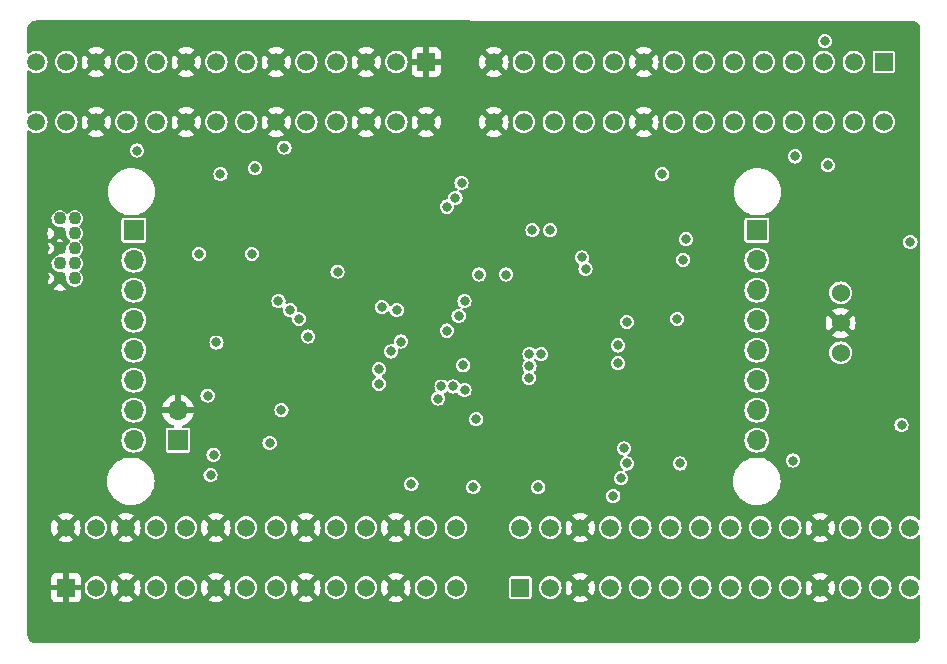
<source format=gbr>
%TF.GenerationSoftware,KiCad,Pcbnew,7.0.1*%
%TF.CreationDate,2024-05-04T11:14:45+02:00*%
%TF.ProjectId,VMU,564d552e-6b69-4636-9164-5f7063625858,rev?*%
%TF.SameCoordinates,Original*%
%TF.FileFunction,Copper,L2,Inr*%
%TF.FilePolarity,Positive*%
%FSLAX46Y46*%
G04 Gerber Fmt 4.6, Leading zero omitted, Abs format (unit mm)*
G04 Created by KiCad (PCBNEW 7.0.1) date 2024-05-04 11:14:45*
%MOMM*%
%LPD*%
G01*
G04 APERTURE LIST*
%TA.AperFunction,ComponentPad*%
%ADD10C,1.100000*%
%TD*%
%TA.AperFunction,ComponentPad*%
%ADD11R,1.500000X1.500000*%
%TD*%
%TA.AperFunction,ComponentPad*%
%ADD12C,1.500000*%
%TD*%
%TA.AperFunction,ComponentPad*%
%ADD13R,1.700000X1.700000*%
%TD*%
%TA.AperFunction,ComponentPad*%
%ADD14O,1.700000X1.700000*%
%TD*%
%TA.AperFunction,ComponentPad*%
%ADD15C,1.524000*%
%TD*%
%TA.AperFunction,ViaPad*%
%ADD16C,0.800000*%
%TD*%
G04 APERTURE END LIST*
D10*
%TO.N,+3.3V*%
%TO.C,J8*%
X94480000Y-93250000D03*
%TO.N,/MCU/swdio*%
X95750000Y-93250000D03*
%TO.N,GND*%
X94480000Y-94520000D03*
%TO.N,/MCU/swdclk*%
X95750000Y-94520000D03*
%TO.N,GND*%
X94480000Y-95790000D03*
%TO.N,unconnected-(J8-SWO{slash}TDO-Pad6)*%
X95750000Y-95790000D03*
%TO.N,unconnected-(J8-KEY-Pad7)*%
X94480000Y-97060000D03*
%TO.N,unconnected-(J8-NC{slash}TDI-Pad8)*%
X95750000Y-97060000D03*
%TO.N,GND*%
X94480000Y-98330000D03*
%TO.N,/MCU/~{reset}*%
X95750000Y-98330000D03*
%TD*%
D11*
%TO.N,/GPIO_GND_5*%
%TO.C,J2*%
X164250000Y-80000000D03*
D12*
X164250000Y-85080000D03*
%TO.N,/GPIO_GND_6*%
X161710000Y-80000000D03*
X161710000Y-85080000D03*
%TO.N,/DIGITAL_SUPPLY_1*%
X159170000Y-80000000D03*
X159170000Y-85080000D03*
%TO.N,/I2C_SDA*%
X156630000Y-80000000D03*
X156630000Y-85080000D03*
%TO.N,/I2C_SCL*%
X154090000Y-80000000D03*
X154090000Y-85080000D03*
%TO.N,+5V*%
X151550000Y-80000000D03*
X151550000Y-85080000D03*
X149010000Y-80000000D03*
X149010000Y-85080000D03*
%TO.N,+24V*%
X146470000Y-80000000D03*
X146470000Y-85080000D03*
%TO.N,GND*%
X143930000Y-80000000D03*
X143930000Y-85080000D03*
%TO.N,/DIGITAL_SUPPLY_1*%
X141390000Y-80000000D03*
X141390000Y-85080000D03*
%TO.N,/UART_RX*%
X138850000Y-80000000D03*
X138850000Y-85080000D03*
%TO.N,/UART_TX*%
X136310000Y-80000000D03*
X136310000Y-85080000D03*
%TO.N,+3.3V*%
X133770000Y-80000000D03*
X133770000Y-85080000D03*
%TO.N,GND*%
X131230000Y-80000000D03*
X131230000Y-85080000D03*
%TD*%
D13*
%TO.N,/PB_SUPPLY*%
%TO.C,J5*%
X104500000Y-112025000D03*
D14*
%TO.N,GND*%
X104500000Y-109485000D03*
%TD*%
D11*
%TO.N,GND*%
%TO.C,J1*%
X125520000Y-80000000D03*
D12*
X125520000Y-85080000D03*
%TO.N,/GPIO_GND_2*%
X122980000Y-80000000D03*
X122980000Y-85080000D03*
%TO.N,GND*%
X120440000Y-80000000D03*
X120440000Y-85080000D03*
%TO.N,/ANALOG_4_SIGNAL*%
X117900000Y-80000000D03*
X117900000Y-85080000D03*
%TO.N,/SUPPLY_4*%
X115360000Y-80000000D03*
X115360000Y-85080000D03*
%TO.N,GND*%
X112820000Y-80000000D03*
X112820000Y-85080000D03*
%TO.N,/ANALOG_3_SIGNAL*%
X110280000Y-80000000D03*
X110280000Y-85080000D03*
%TO.N,/SUPPLY_3*%
X107740000Y-80000000D03*
X107740000Y-85080000D03*
%TO.N,GND*%
X105200000Y-80000000D03*
X105200000Y-85080000D03*
%TO.N,/ANALOG_2_SIGNAL*%
X102660000Y-80000000D03*
X102660000Y-85080000D03*
%TO.N,/SUPPLY_2*%
X100120000Y-80000000D03*
X100120000Y-85080000D03*
%TO.N,GND*%
X97580000Y-80000000D03*
X97580000Y-85080000D03*
%TO.N,/ANALOG_1_SIGNAL*%
X95040000Y-80000000D03*
X95040000Y-85080000D03*
%TO.N,/SUPPLY_1*%
X92500000Y-80000000D03*
X92500000Y-85080000D03*
%TD*%
D14*
%TO.N,/ANALOG_8_SIGNAL*%
%TO.C,J3*%
X100750000Y-112030000D03*
%TO.N,/ANALOG_7_SIGNAL*%
X100750000Y-109490000D03*
%TO.N,/ANALOG_6_SIGNAL*%
X100750000Y-106950000D03*
%TO.N,/ANALOG_5_SIGNAL*%
X100750000Y-104410000D03*
%TO.N,/ANALOG_4_SIGNAL*%
X100750000Y-101870000D03*
%TO.N,/ANALOG_3_SIGNAL*%
X100750000Y-99330000D03*
%TO.N,/ANALOG_2_SIGNAL*%
X100750000Y-96790000D03*
D13*
%TO.N,/ANALOG_1_SIGNAL*%
X100750000Y-94250000D03*
%TD*%
D11*
%TO.N,+5V*%
%TO.C,J6*%
X133480000Y-124500000D03*
D12*
X133480000Y-119420000D03*
X136020000Y-124500000D03*
X136020000Y-119420000D03*
%TO.N,GND*%
X138560000Y-124500000D03*
X138560000Y-119420000D03*
%TO.N,/SPI_~{CS}*%
X141100000Y-124500000D03*
X141100000Y-119420000D03*
%TO.N,/SPI_SCLK*%
X143640000Y-124500000D03*
X143640000Y-119420000D03*
%TO.N,/SPI_MOSI*%
X146180000Y-124500000D03*
X146180000Y-119420000D03*
%TO.N,/SPI_MISO*%
X148720000Y-124500000D03*
X148720000Y-119420000D03*
%TO.N,/DIGITAL_SUPPLY_1*%
X151260000Y-124500000D03*
X151260000Y-119420000D03*
%TO.N,/GPIO_GND_3*%
X153800000Y-124500000D03*
X153800000Y-119420000D03*
%TO.N,/GPIO_GND_4*%
X156340000Y-124500000D03*
X156340000Y-119420000D03*
%TO.N,GND*%
X158880000Y-124500000D03*
X158880000Y-119420000D03*
%TO.N,/CAN1_L*%
X161420000Y-124500000D03*
X161420000Y-119420000D03*
%TO.N,/CAN1_H*%
X163960000Y-124500000D03*
X163960000Y-119420000D03*
%TO.N,/battery_in*%
X166500000Y-124500000D03*
X166500000Y-119420000D03*
%TD*%
D13*
%TO.N,Net-(J4-Pin_1)*%
%TO.C,J4*%
X153500000Y-94250000D03*
D14*
%TO.N,Net-(J4-Pin_2)*%
X153500000Y-96790000D03*
%TO.N,Net-(J4-Pin_3)*%
X153500000Y-99330000D03*
%TO.N,Net-(J4-Pin_4)*%
X153500000Y-101870000D03*
%TO.N,Net-(J4-Pin_5)*%
X153500000Y-104410000D03*
%TO.N,Net-(J4-Pin_6)*%
X153500000Y-106950000D03*
%TO.N,Net-(J4-Pin_7)*%
X153500000Y-109490000D03*
%TO.N,Net-(J4-Pin_8)*%
X153500000Y-112030000D03*
%TD*%
D11*
%TO.N,GND*%
%TO.C,J7*%
X95000000Y-124500000D03*
D12*
X95000000Y-119420000D03*
%TO.N,/GPIO_GND_1*%
X97540000Y-124500000D03*
X97540000Y-119420000D03*
%TO.N,GND*%
X100080000Y-124500000D03*
X100080000Y-119420000D03*
%TO.N,/ANALOG_8_SIGNAL*%
X102620000Y-124500000D03*
X102620000Y-119420000D03*
%TO.N,/PB_SUPPLY*%
X105160000Y-124500000D03*
X105160000Y-119420000D03*
%TO.N,GND*%
X107700000Y-124500000D03*
X107700000Y-119420000D03*
%TO.N,/ANALOG_7_SIGNAL*%
X110240000Y-124500000D03*
X110240000Y-119420000D03*
%TO.N,/PB_SUPPLY*%
X112780000Y-124500000D03*
X112780000Y-119420000D03*
%TO.N,GND*%
X115320000Y-124500000D03*
X115320000Y-119420000D03*
%TO.N,/ANALOG_6_SIGNAL*%
X117860000Y-124500000D03*
X117860000Y-119420000D03*
%TO.N,/PB_SUPPLY*%
X120400000Y-124500000D03*
X120400000Y-119420000D03*
%TO.N,GND*%
X122940000Y-124500000D03*
X122940000Y-119420000D03*
%TO.N,/ANALOG_5_SIGNAL*%
X125480000Y-124500000D03*
X125480000Y-119420000D03*
%TO.N,/PB_SUPPLY*%
X128020000Y-124500000D03*
X128020000Y-119420000D03*
%TD*%
D15*
%TO.N,+24V*%
%TO.C,VR1*%
X160587500Y-99547500D03*
%TO.N,GND*%
X160587500Y-102087500D03*
%TO.N,Net-(VR1-OUT)*%
X160587500Y-104627500D03*
%TD*%
D16*
%TO.N,+5V*%
X147000000Y-114000000D03*
X147250000Y-96750000D03*
X107500000Y-113250000D03*
X141750000Y-105500000D03*
X101000000Y-87500000D03*
X107250000Y-115000000D03*
X112250000Y-112250000D03*
X165750000Y-110750000D03*
%TO.N,GND*%
X163250000Y-116500000D03*
X137250000Y-118000000D03*
X118000000Y-87750000D03*
X117250000Y-108000000D03*
X94250000Y-99750000D03*
X101500000Y-120750000D03*
X158250000Y-111750000D03*
X130000000Y-86500000D03*
X132500000Y-81250000D03*
X109750000Y-113000000D03*
X139980560Y-94230560D03*
X129750000Y-78500000D03*
X141750000Y-87750000D03*
X98750000Y-118000000D03*
X96250000Y-83750000D03*
X121750000Y-81500000D03*
X119000000Y-78750000D03*
X139000000Y-116250000D03*
X96250000Y-86500000D03*
X101500000Y-125750000D03*
X127000000Y-83750000D03*
X106500000Y-86500000D03*
X106250000Y-123000000D03*
X139750000Y-98500000D03*
X146500000Y-93750000D03*
X99000000Y-78500000D03*
X137250000Y-126000000D03*
X124750000Y-100750000D03*
X99000000Y-86500000D03*
X151500000Y-107250000D03*
X140000000Y-126000000D03*
X95000000Y-122500000D03*
X129000000Y-112250000D03*
X139750000Y-92000000D03*
X103750000Y-78750000D03*
X119750000Y-94250000D03*
X109000000Y-125750000D03*
X103750000Y-97250000D03*
X133250000Y-97750000D03*
X165250000Y-116500000D03*
X157500000Y-121000000D03*
X160000000Y-93500000D03*
X103750000Y-83750000D03*
X140649952Y-106850048D03*
X137250000Y-120750000D03*
X125750000Y-117500000D03*
X132750000Y-91000000D03*
X116750000Y-126000000D03*
X133250000Y-100500000D03*
X118250000Y-91250000D03*
X96250000Y-81250000D03*
X95000000Y-126750000D03*
X114250000Y-83750000D03*
X98250000Y-99000000D03*
X137250000Y-123250000D03*
X142500000Y-81250000D03*
X93500000Y-88500000D03*
X98750000Y-96250000D03*
X137333375Y-88166625D03*
X124250000Y-123250000D03*
X112000000Y-105000000D03*
X93250000Y-95750000D03*
X157500000Y-126000000D03*
X142500000Y-78000000D03*
X162000000Y-103500000D03*
X111500000Y-81250000D03*
X121750000Y-83750000D03*
X102750000Y-99000000D03*
X93250000Y-98250000D03*
X121750000Y-86500000D03*
X106250000Y-125750000D03*
X142500000Y-86750000D03*
X159250000Y-103500000D03*
X119000000Y-113250000D03*
X131250000Y-117500000D03*
X162500000Y-109500000D03*
X110250000Y-103250000D03*
X132750000Y-94250000D03*
X116500000Y-100750000D03*
X93500000Y-114750000D03*
X101500000Y-123000000D03*
X160250000Y-123250000D03*
X135362701Y-110387299D03*
X98750000Y-120750000D03*
X120000000Y-114000000D03*
X121500000Y-123250000D03*
X124250000Y-83750000D03*
X140974500Y-110250000D03*
X132500000Y-78500000D03*
X160706115Y-96956115D03*
X135000000Y-81250000D03*
X135750000Y-115000000D03*
X93000000Y-124500000D03*
X111500000Y-78500000D03*
X122250000Y-115500000D03*
X129750000Y-81250000D03*
X150262299Y-89762299D03*
X124250000Y-126000000D03*
X93705538Y-120713573D03*
X132500000Y-86500000D03*
X103750000Y-86500000D03*
X130000000Y-83750000D03*
X124250000Y-94000000D03*
X160250000Y-118250000D03*
X160000000Y-107500000D03*
X142500000Y-84000000D03*
X124250000Y-86500000D03*
X98500000Y-113250000D03*
X112500000Y-106500000D03*
X114000000Y-123250000D03*
X143500000Y-88000000D03*
X146750000Y-104500000D03*
X145250000Y-86750000D03*
X99000000Y-81250000D03*
X145250000Y-81250000D03*
X160250000Y-121000000D03*
X116750000Y-117025500D03*
X140000000Y-120750000D03*
X103250000Y-101000000D03*
X123500000Y-107000000D03*
X104487701Y-107262299D03*
X146750000Y-106750000D03*
X125500000Y-81889087D03*
X147750000Y-86750000D03*
X160250000Y-126000000D03*
X96250000Y-78500000D03*
X147750000Y-84000000D03*
X116750000Y-121000000D03*
X95250000Y-114750000D03*
X148100688Y-77899312D03*
X132500000Y-83750000D03*
X151500000Y-97500000D03*
X115250000Y-113750000D03*
X116750000Y-123250000D03*
X162000000Y-100750000D03*
X127000000Y-86500000D03*
X145250000Y-77950500D03*
X132750000Y-107250000D03*
X147750000Y-81250000D03*
X146500000Y-91250000D03*
X147000000Y-98500000D03*
X114250000Y-78500000D03*
X134250000Y-99250000D03*
X157500000Y-123250000D03*
X121500000Y-120750000D03*
X129750000Y-115000000D03*
X135000000Y-78500000D03*
X111500000Y-83750000D03*
X111500000Y-86500000D03*
X114000000Y-117025500D03*
X161500000Y-115250000D03*
X106500000Y-83750000D03*
X114250000Y-86500000D03*
X114000000Y-126000000D03*
X118000000Y-95250000D03*
X145250000Y-84000000D03*
X109000000Y-120750000D03*
X106500000Y-78750000D03*
X103750000Y-81500000D03*
X96250000Y-118000000D03*
X140000000Y-123250000D03*
X98750000Y-123000000D03*
X99000000Y-83750000D03*
X101500000Y-118000000D03*
X163500000Y-111750000D03*
X159250000Y-100750000D03*
X157500000Y-118250000D03*
X121500000Y-117025500D03*
X119000000Y-86500000D03*
X124250000Y-120750000D03*
X121750000Y-78750000D03*
X134750000Y-83750000D03*
X97000000Y-114750000D03*
X139750000Y-90000000D03*
X117250000Y-113250000D03*
X109000000Y-123000000D03*
X106500000Y-81500000D03*
X114250000Y-81250000D03*
X113250000Y-111500000D03*
X121500000Y-126000000D03*
X93750000Y-118000000D03*
X140000000Y-118000000D03*
X160000000Y-95250000D03*
X106475048Y-109774952D03*
X96250000Y-120750000D03*
X127444544Y-79944544D03*
X106250000Y-118250000D03*
X119000000Y-83750000D03*
X119000000Y-81500000D03*
%TO.N,+24V*%
X159250000Y-78250000D03*
X113500000Y-87250000D03*
%TO.N,+3.3V*%
X128650950Y-105686799D03*
X107000000Y-108250000D03*
X136000000Y-94250000D03*
X107750000Y-103750000D03*
X132250000Y-98000000D03*
X118000000Y-97750000D03*
X129750000Y-110250000D03*
X113250000Y-109500000D03*
X134500000Y-94250000D03*
%TO.N,/MCU/~{reset}*%
X115500000Y-103249500D03*
X121500000Y-107250000D03*
%TO.N,/battery_in*%
X166500000Y-95250000D03*
%TO.N,/MCU/STATUS_LED_2_LED*%
X114725402Y-101750000D03*
X123350297Y-103674303D03*
%TO.N,/MCU/STATUS_LED_1_LED*%
X121488923Y-106012243D03*
X113000000Y-100250000D03*
%TO.N,/MCU/STATUS_LED_3_LED*%
X122512299Y-104512299D03*
X113987701Y-101012299D03*
%TO.N,Net-(JP1-A)*%
X106250000Y-96250000D03*
X110750000Y-96250000D03*
%TO.N,Net-(JP1-B)*%
X111000000Y-89000000D03*
X108086396Y-89500000D03*
%TO.N,/CAN1_H*%
X156750000Y-88000000D03*
%TO.N,/I2C_SCL*%
X127250000Y-92250000D03*
X121750000Y-100750000D03*
%TO.N,/I2C_SDA*%
X127975000Y-91500000D03*
X123000000Y-101000000D03*
%TO.N,/SPI_SCLK*%
X142000000Y-115250000D03*
X134250000Y-105750000D03*
%TO.N,/SPI_MOSI*%
X135249413Y-104737858D03*
X142500000Y-114000000D03*
%TO.N,/SPI_MISO*%
X134250000Y-104724500D03*
X142250000Y-112724500D03*
%TO.N,/MCU/ANALOG_2*%
X128750500Y-107774098D03*
X142500000Y-102000000D03*
%TO.N,/MCU/ANALOG_3*%
X146750000Y-101750000D03*
X127796957Y-107474500D03*
%TO.N,/MCU/ANALOG_4*%
X126797454Y-107474500D03*
X147500000Y-95000000D03*
%TO.N,/MCU/ANALOG_5*%
X141750000Y-104000000D03*
X126500000Y-108500000D03*
%TO.N,/SPI_~{CS}*%
X134206987Y-106750000D03*
X141350000Y-116750000D03*
%TO.N,/DIGITAL_SUPPLY_1*%
X156550500Y-113750000D03*
%TO.N,/GPIO_GND_5*%
X159500000Y-88750000D03*
X139000000Y-97500000D03*
%TO.N,Net-(Q4-G)*%
X130000000Y-98000000D03*
X128500000Y-90250000D03*
%TO.N,Net-(Q2-G)*%
X128750000Y-100250000D03*
X124250000Y-115750000D03*
%TO.N,Net-(Q3-G)*%
X138683930Y-96551789D03*
X145500000Y-89500000D03*
%TO.N,Net-(Q7-G)*%
X127250000Y-102750000D03*
X129500000Y-116000000D03*
%TO.N,Net-(Q6-G)*%
X128250000Y-101500000D03*
X135000000Y-116000000D03*
%TD*%
%TA.AperFunction,Conductor*%
%TO.N,GND*%
G36*
X166560332Y-76500493D02*
G01*
X166560371Y-76500500D01*
X166576405Y-76500500D01*
X166619140Y-76500500D01*
X166628843Y-76500977D01*
X166676889Y-76505709D01*
X166753883Y-76513292D01*
X166772914Y-76517077D01*
X166888487Y-76552135D01*
X166906403Y-76559557D01*
X167012915Y-76616488D01*
X167029044Y-76627265D01*
X167075722Y-76665573D01*
X167122398Y-76703880D01*
X167136119Y-76717601D01*
X167187991Y-76780807D01*
X167206502Y-76803362D01*
X167212731Y-76810951D01*
X167223512Y-76827087D01*
X167276384Y-76926004D01*
X167280439Y-76933589D01*
X167287866Y-76951519D01*
X167322921Y-77067082D01*
X167326707Y-77086116D01*
X167339023Y-77211157D01*
X167339500Y-77220861D01*
X167339500Y-77278920D01*
X167339509Y-77278979D01*
X167345625Y-118675414D01*
X167327574Y-118732422D01*
X167279991Y-118768637D01*
X167220234Y-118770847D01*
X167185177Y-118748046D01*
X167182894Y-118750829D01*
X167175358Y-118744644D01*
X167175357Y-118744643D01*
X167030625Y-118625864D01*
X167030626Y-118625864D01*
X167030623Y-118625862D01*
X166865501Y-118537603D01*
X166686329Y-118483252D01*
X166500000Y-118464900D01*
X166313670Y-118483252D01*
X166134498Y-118537603D01*
X165969376Y-118625862D01*
X165824643Y-118744643D01*
X165705862Y-118889376D01*
X165617603Y-119054498D01*
X165563252Y-119233670D01*
X165544900Y-119420000D01*
X165563252Y-119606329D01*
X165617603Y-119785501D01*
X165705862Y-119950623D01*
X165705864Y-119950625D01*
X165824643Y-120095357D01*
X165908634Y-120164287D01*
X165969376Y-120214137D01*
X166134498Y-120302396D01*
X166224084Y-120329571D01*
X166313669Y-120356747D01*
X166500000Y-120375099D01*
X166686331Y-120356747D01*
X166865501Y-120302396D01*
X167030625Y-120214136D01*
X167175357Y-120095357D01*
X167175358Y-120095355D01*
X167182894Y-120089171D01*
X167185116Y-120091879D01*
X167220390Y-120068902D01*
X167280160Y-120071076D01*
X167327769Y-120107275D01*
X167345844Y-120164287D01*
X167346375Y-123756328D01*
X167328323Y-123813338D01*
X167280736Y-123849553D01*
X167220978Y-123851759D01*
X167184950Y-123828323D01*
X167182894Y-123830829D01*
X167175358Y-123824644D01*
X167175357Y-123824643D01*
X167030625Y-123705864D01*
X167030626Y-123705864D01*
X167030623Y-123705862D01*
X166865501Y-123617603D01*
X166686329Y-123563252D01*
X166500000Y-123544900D01*
X166313670Y-123563252D01*
X166134498Y-123617603D01*
X165969376Y-123705862D01*
X165824643Y-123824643D01*
X165705862Y-123969376D01*
X165617603Y-124134498D01*
X165563252Y-124313670D01*
X165544900Y-124499999D01*
X165563252Y-124686329D01*
X165617603Y-124865501D01*
X165705862Y-125030623D01*
X165705864Y-125030625D01*
X165824643Y-125175357D01*
X165939657Y-125269747D01*
X165969376Y-125294137D01*
X166134498Y-125382396D01*
X166224084Y-125409571D01*
X166313669Y-125436747D01*
X166500000Y-125455099D01*
X166686331Y-125436747D01*
X166865501Y-125382396D01*
X167030625Y-125294136D01*
X167175357Y-125175357D01*
X167175358Y-125175355D01*
X167182894Y-125169171D01*
X167184886Y-125171599D01*
X167221156Y-125147983D01*
X167280920Y-125150166D01*
X167328523Y-125186366D01*
X167346594Y-125243373D01*
X167347079Y-128516720D01*
X167346602Y-128526437D01*
X167334290Y-128651464D01*
X167330504Y-128670499D01*
X167295449Y-128786064D01*
X167288022Y-128803995D01*
X167231094Y-128910501D01*
X167220313Y-128926637D01*
X167143703Y-129019987D01*
X167129987Y-129033703D01*
X167064348Y-129087571D01*
X167036637Y-129110313D01*
X167020501Y-129121094D01*
X166913995Y-129178022D01*
X166896064Y-129185449D01*
X166780499Y-129220504D01*
X166761472Y-129224289D01*
X166636430Y-129236603D01*
X166626728Y-129237079D01*
X166567930Y-129237079D01*
X166567924Y-129237080D01*
X92522076Y-129237080D01*
X92522070Y-129237079D01*
X92463271Y-129237079D01*
X92453571Y-129236603D01*
X92328525Y-129224289D01*
X92309500Y-129220504D01*
X92193935Y-129185449D01*
X92176004Y-129178022D01*
X92069498Y-129121094D01*
X92053365Y-129110315D01*
X91960006Y-129033698D01*
X91946301Y-129019993D01*
X91869683Y-128926632D01*
X91858905Y-128910501D01*
X91801977Y-128803995D01*
X91794550Y-128786064D01*
X91759495Y-128670499D01*
X91755711Y-128651482D01*
X91743394Y-128526409D01*
X91742920Y-128516726D01*
X91742920Y-128516720D01*
X91742921Y-128473991D01*
X91742920Y-128473988D01*
X91742920Y-128457514D01*
X91742906Y-128457432D01*
X91742290Y-125297826D01*
X93750000Y-125297826D01*
X93756401Y-125357376D01*
X93806646Y-125492089D01*
X93892811Y-125607188D01*
X94007910Y-125693353D01*
X94142623Y-125743598D01*
X94202174Y-125750000D01*
X94749999Y-125750000D01*
X94750000Y-125749999D01*
X95250000Y-125749999D01*
X95250001Y-125750000D01*
X95797826Y-125750000D01*
X95857376Y-125743598D01*
X95992089Y-125693353D01*
X96107188Y-125607188D01*
X96155147Y-125543125D01*
X99390427Y-125543125D01*
X99452610Y-125586665D01*
X99650842Y-125679102D01*
X99862113Y-125735712D01*
X100080000Y-125754775D01*
X100297886Y-125735712D01*
X100509157Y-125679102D01*
X100707390Y-125586665D01*
X100769571Y-125543125D01*
X107010427Y-125543125D01*
X107072610Y-125586665D01*
X107270842Y-125679102D01*
X107482113Y-125735712D01*
X107700000Y-125754775D01*
X107917886Y-125735712D01*
X108129157Y-125679102D01*
X108327390Y-125586665D01*
X108389571Y-125543125D01*
X114630427Y-125543125D01*
X114692610Y-125586665D01*
X114890842Y-125679102D01*
X115102113Y-125735712D01*
X115320000Y-125754775D01*
X115537886Y-125735712D01*
X115749157Y-125679102D01*
X115947390Y-125586665D01*
X116009571Y-125543125D01*
X122250427Y-125543125D01*
X122312610Y-125586665D01*
X122510842Y-125679102D01*
X122722113Y-125735712D01*
X122940000Y-125754775D01*
X123157886Y-125735712D01*
X123369157Y-125679102D01*
X123567390Y-125586665D01*
X123629571Y-125543125D01*
X137870427Y-125543125D01*
X137932610Y-125586665D01*
X138130842Y-125679102D01*
X138342113Y-125735712D01*
X138560000Y-125754775D01*
X138777886Y-125735712D01*
X138989157Y-125679102D01*
X139187390Y-125586665D01*
X139249571Y-125543125D01*
X158190427Y-125543125D01*
X158252610Y-125586665D01*
X158450842Y-125679102D01*
X158662113Y-125735712D01*
X158880000Y-125754775D01*
X159097886Y-125735712D01*
X159309157Y-125679102D01*
X159507390Y-125586665D01*
X159569571Y-125543125D01*
X158879999Y-124853553D01*
X158190427Y-125543125D01*
X139249571Y-125543125D01*
X138559999Y-124853553D01*
X137870427Y-125543125D01*
X123629571Y-125543125D01*
X122939999Y-124853553D01*
X122250427Y-125543125D01*
X116009571Y-125543125D01*
X115319999Y-124853553D01*
X114630427Y-125543125D01*
X108389571Y-125543125D01*
X107699999Y-124853553D01*
X107010427Y-125543125D01*
X100769571Y-125543125D01*
X100079999Y-124853553D01*
X99390427Y-125543125D01*
X96155147Y-125543125D01*
X96193353Y-125492089D01*
X96243598Y-125357376D01*
X96250000Y-125297826D01*
X96250000Y-124750001D01*
X96249999Y-124750000D01*
X95250001Y-124750000D01*
X95250000Y-124750001D01*
X95250000Y-125749999D01*
X94750000Y-125749999D01*
X94750000Y-124750001D01*
X94749999Y-124750000D01*
X93750001Y-124750000D01*
X93750000Y-124750001D01*
X93750000Y-125297826D01*
X91742290Y-125297826D01*
X91742135Y-124500000D01*
X96584900Y-124500000D01*
X96603252Y-124686329D01*
X96657603Y-124865501D01*
X96745862Y-125030623D01*
X96745864Y-125030625D01*
X96864643Y-125175357D01*
X96979657Y-125269747D01*
X97009376Y-125294137D01*
X97174498Y-125382396D01*
X97264084Y-125409571D01*
X97353669Y-125436747D01*
X97540000Y-125455099D01*
X97726331Y-125436747D01*
X97905501Y-125382396D01*
X98070625Y-125294136D01*
X98215357Y-125175357D01*
X98334136Y-125030625D01*
X98422396Y-124865501D01*
X98476747Y-124686331D01*
X98495099Y-124500000D01*
X98495099Y-124499999D01*
X98825224Y-124499999D01*
X98844287Y-124717886D01*
X98900897Y-124929157D01*
X98993334Y-125127389D01*
X99036873Y-125189571D01*
X99726445Y-124499999D01*
X100433553Y-124499999D01*
X101123125Y-125189571D01*
X101166665Y-125127390D01*
X101259102Y-124929157D01*
X101315712Y-124717886D01*
X101334775Y-124500000D01*
X101664900Y-124500000D01*
X101683252Y-124686329D01*
X101737603Y-124865501D01*
X101825862Y-125030623D01*
X101825864Y-125030625D01*
X101944643Y-125175357D01*
X102059657Y-125269747D01*
X102089376Y-125294137D01*
X102254498Y-125382396D01*
X102344084Y-125409571D01*
X102433669Y-125436747D01*
X102620000Y-125455099D01*
X102806331Y-125436747D01*
X102985501Y-125382396D01*
X103150625Y-125294136D01*
X103295357Y-125175357D01*
X103414136Y-125030625D01*
X103502396Y-124865501D01*
X103556747Y-124686331D01*
X103575099Y-124500000D01*
X104204900Y-124500000D01*
X104223252Y-124686329D01*
X104277603Y-124865501D01*
X104365862Y-125030623D01*
X104365864Y-125030625D01*
X104484643Y-125175357D01*
X104599657Y-125269747D01*
X104629376Y-125294137D01*
X104794498Y-125382396D01*
X104884084Y-125409571D01*
X104973669Y-125436747D01*
X105160000Y-125455099D01*
X105346331Y-125436747D01*
X105525501Y-125382396D01*
X105690625Y-125294136D01*
X105835357Y-125175357D01*
X105954136Y-125030625D01*
X106042396Y-124865501D01*
X106096747Y-124686331D01*
X106115099Y-124500000D01*
X106115099Y-124499999D01*
X106445224Y-124499999D01*
X106464287Y-124717886D01*
X106520897Y-124929157D01*
X106613334Y-125127389D01*
X106656873Y-125189571D01*
X107346445Y-124499999D01*
X108053553Y-124499999D01*
X108743125Y-125189571D01*
X108786665Y-125127390D01*
X108879102Y-124929157D01*
X108935712Y-124717886D01*
X108954775Y-124500000D01*
X109284900Y-124500000D01*
X109303252Y-124686329D01*
X109357603Y-124865501D01*
X109445862Y-125030623D01*
X109445864Y-125030625D01*
X109564643Y-125175357D01*
X109679657Y-125269747D01*
X109709376Y-125294137D01*
X109874498Y-125382396D01*
X109964084Y-125409571D01*
X110053669Y-125436747D01*
X110240000Y-125455099D01*
X110426331Y-125436747D01*
X110605501Y-125382396D01*
X110770625Y-125294136D01*
X110915357Y-125175357D01*
X111034136Y-125030625D01*
X111122396Y-124865501D01*
X111176747Y-124686331D01*
X111195099Y-124500000D01*
X111824900Y-124500000D01*
X111843252Y-124686329D01*
X111897603Y-124865501D01*
X111985862Y-125030623D01*
X111985864Y-125030625D01*
X112104643Y-125175357D01*
X112219657Y-125269747D01*
X112249376Y-125294137D01*
X112414498Y-125382396D01*
X112504084Y-125409571D01*
X112593669Y-125436747D01*
X112780000Y-125455099D01*
X112966331Y-125436747D01*
X113145501Y-125382396D01*
X113310625Y-125294136D01*
X113455357Y-125175357D01*
X113574136Y-125030625D01*
X113662396Y-124865501D01*
X113716747Y-124686331D01*
X113735099Y-124500000D01*
X113735099Y-124499999D01*
X114065224Y-124499999D01*
X114084287Y-124717886D01*
X114140897Y-124929157D01*
X114233334Y-125127389D01*
X114276873Y-125189571D01*
X114966445Y-124499999D01*
X115673553Y-124499999D01*
X116363125Y-125189571D01*
X116406665Y-125127390D01*
X116499102Y-124929157D01*
X116555712Y-124717886D01*
X116574775Y-124500000D01*
X116904900Y-124500000D01*
X116923252Y-124686329D01*
X116977603Y-124865501D01*
X117065862Y-125030623D01*
X117065864Y-125030625D01*
X117184643Y-125175357D01*
X117299657Y-125269747D01*
X117329376Y-125294137D01*
X117494498Y-125382396D01*
X117584084Y-125409571D01*
X117673669Y-125436747D01*
X117860000Y-125455099D01*
X118046331Y-125436747D01*
X118225501Y-125382396D01*
X118390625Y-125294136D01*
X118535357Y-125175357D01*
X118654136Y-125030625D01*
X118742396Y-124865501D01*
X118796747Y-124686331D01*
X118815099Y-124500000D01*
X119444900Y-124500000D01*
X119463252Y-124686329D01*
X119517603Y-124865501D01*
X119605862Y-125030623D01*
X119605864Y-125030625D01*
X119724643Y-125175357D01*
X119839657Y-125269747D01*
X119869376Y-125294137D01*
X120034498Y-125382396D01*
X120124084Y-125409571D01*
X120213669Y-125436747D01*
X120400000Y-125455099D01*
X120586331Y-125436747D01*
X120765501Y-125382396D01*
X120930625Y-125294136D01*
X121075357Y-125175357D01*
X121194136Y-125030625D01*
X121282396Y-124865501D01*
X121336747Y-124686331D01*
X121355099Y-124500000D01*
X121355099Y-124499999D01*
X121685224Y-124499999D01*
X121704287Y-124717886D01*
X121760897Y-124929157D01*
X121853334Y-125127389D01*
X121896873Y-125189571D01*
X122586445Y-124499999D01*
X123293553Y-124499999D01*
X123983125Y-125189571D01*
X124026665Y-125127390D01*
X124119102Y-124929157D01*
X124175712Y-124717886D01*
X124194775Y-124499999D01*
X124524900Y-124499999D01*
X124543252Y-124686329D01*
X124597603Y-124865501D01*
X124685862Y-125030623D01*
X124685864Y-125030625D01*
X124804643Y-125175357D01*
X124919657Y-125269747D01*
X124949376Y-125294137D01*
X125114498Y-125382396D01*
X125204084Y-125409571D01*
X125293669Y-125436747D01*
X125480000Y-125455099D01*
X125666331Y-125436747D01*
X125845501Y-125382396D01*
X126010625Y-125294136D01*
X126155357Y-125175357D01*
X126274136Y-125030625D01*
X126362396Y-124865501D01*
X126416747Y-124686331D01*
X126435099Y-124500000D01*
X126435099Y-124499999D01*
X127064900Y-124499999D01*
X127083252Y-124686329D01*
X127137603Y-124865501D01*
X127225862Y-125030623D01*
X127225864Y-125030625D01*
X127344643Y-125175357D01*
X127459657Y-125269747D01*
X127489376Y-125294137D01*
X127654498Y-125382396D01*
X127744084Y-125409571D01*
X127833669Y-125436747D01*
X128020000Y-125455099D01*
X128206331Y-125436747D01*
X128385501Y-125382396D01*
X128550625Y-125294136D01*
X128580343Y-125269747D01*
X132529500Y-125269747D01*
X132541133Y-125328231D01*
X132585447Y-125394552D01*
X132629761Y-125424162D01*
X132651769Y-125438867D01*
X132710252Y-125450500D01*
X134249747Y-125450500D01*
X134249748Y-125450500D01*
X134308231Y-125438867D01*
X134374552Y-125394552D01*
X134418867Y-125328231D01*
X134430500Y-125269748D01*
X134430500Y-124499999D01*
X135064900Y-124499999D01*
X135083252Y-124686329D01*
X135137603Y-124865501D01*
X135225862Y-125030623D01*
X135225864Y-125030625D01*
X135344643Y-125175357D01*
X135459657Y-125269747D01*
X135489376Y-125294137D01*
X135654498Y-125382396D01*
X135744084Y-125409571D01*
X135833669Y-125436747D01*
X136020000Y-125455099D01*
X136206331Y-125436747D01*
X136385501Y-125382396D01*
X136550625Y-125294136D01*
X136695357Y-125175357D01*
X136814136Y-125030625D01*
X136902396Y-124865501D01*
X136956747Y-124686331D01*
X136975099Y-124500000D01*
X136975099Y-124499999D01*
X137305224Y-124499999D01*
X137324287Y-124717886D01*
X137380897Y-124929157D01*
X137473334Y-125127389D01*
X137516873Y-125189571D01*
X138206445Y-124499999D01*
X138913553Y-124499999D01*
X139603125Y-125189571D01*
X139646665Y-125127390D01*
X139739102Y-124929157D01*
X139795712Y-124717886D01*
X139814775Y-124499999D01*
X140144900Y-124499999D01*
X140163252Y-124686329D01*
X140217603Y-124865501D01*
X140305862Y-125030623D01*
X140305864Y-125030625D01*
X140424643Y-125175357D01*
X140539657Y-125269747D01*
X140569376Y-125294137D01*
X140734498Y-125382396D01*
X140824084Y-125409571D01*
X140913669Y-125436747D01*
X141100000Y-125455099D01*
X141286331Y-125436747D01*
X141465501Y-125382396D01*
X141630625Y-125294136D01*
X141775357Y-125175357D01*
X141894136Y-125030625D01*
X141982396Y-124865501D01*
X142036747Y-124686331D01*
X142055099Y-124500000D01*
X142055099Y-124499999D01*
X142684900Y-124499999D01*
X142703252Y-124686329D01*
X142757603Y-124865501D01*
X142845862Y-125030623D01*
X142845864Y-125030625D01*
X142964643Y-125175357D01*
X143079657Y-125269747D01*
X143109376Y-125294137D01*
X143274498Y-125382396D01*
X143364084Y-125409571D01*
X143453669Y-125436747D01*
X143640000Y-125455099D01*
X143826331Y-125436747D01*
X144005501Y-125382396D01*
X144170625Y-125294136D01*
X144315357Y-125175357D01*
X144434136Y-125030625D01*
X144522396Y-124865501D01*
X144576747Y-124686331D01*
X144595099Y-124500000D01*
X144595099Y-124499999D01*
X145224900Y-124499999D01*
X145243252Y-124686329D01*
X145297603Y-124865501D01*
X145385862Y-125030623D01*
X145385864Y-125030625D01*
X145504643Y-125175357D01*
X145619657Y-125269747D01*
X145649376Y-125294137D01*
X145814498Y-125382396D01*
X145904084Y-125409571D01*
X145993669Y-125436747D01*
X146180000Y-125455099D01*
X146366331Y-125436747D01*
X146545501Y-125382396D01*
X146710625Y-125294136D01*
X146855357Y-125175357D01*
X146974136Y-125030625D01*
X147062396Y-124865501D01*
X147116747Y-124686331D01*
X147135099Y-124500000D01*
X147135099Y-124499999D01*
X147764900Y-124499999D01*
X147783252Y-124686329D01*
X147837603Y-124865501D01*
X147925862Y-125030623D01*
X147925864Y-125030625D01*
X148044643Y-125175357D01*
X148159657Y-125269747D01*
X148189376Y-125294137D01*
X148354498Y-125382396D01*
X148444084Y-125409571D01*
X148533669Y-125436747D01*
X148720000Y-125455099D01*
X148906331Y-125436747D01*
X149085501Y-125382396D01*
X149250625Y-125294136D01*
X149395357Y-125175357D01*
X149514136Y-125030625D01*
X149602396Y-124865501D01*
X149656747Y-124686331D01*
X149675099Y-124500000D01*
X149675099Y-124499999D01*
X150304900Y-124499999D01*
X150323252Y-124686329D01*
X150377603Y-124865501D01*
X150465862Y-125030623D01*
X150465864Y-125030625D01*
X150584643Y-125175357D01*
X150699657Y-125269747D01*
X150729376Y-125294137D01*
X150894498Y-125382396D01*
X150984084Y-125409571D01*
X151073669Y-125436747D01*
X151260000Y-125455099D01*
X151446331Y-125436747D01*
X151625501Y-125382396D01*
X151790625Y-125294136D01*
X151935357Y-125175357D01*
X152054136Y-125030625D01*
X152142396Y-124865501D01*
X152196747Y-124686331D01*
X152215099Y-124500000D01*
X152215099Y-124499999D01*
X152844900Y-124499999D01*
X152863252Y-124686329D01*
X152917603Y-124865501D01*
X153005862Y-125030623D01*
X153005864Y-125030625D01*
X153124643Y-125175357D01*
X153239657Y-125269747D01*
X153269376Y-125294137D01*
X153434498Y-125382396D01*
X153524084Y-125409571D01*
X153613669Y-125436747D01*
X153800000Y-125455099D01*
X153986331Y-125436747D01*
X154165501Y-125382396D01*
X154330625Y-125294136D01*
X154475357Y-125175357D01*
X154594136Y-125030625D01*
X154682396Y-124865501D01*
X154736747Y-124686331D01*
X154755099Y-124500000D01*
X154755099Y-124499999D01*
X155384900Y-124499999D01*
X155403252Y-124686329D01*
X155457603Y-124865501D01*
X155545862Y-125030623D01*
X155545864Y-125030625D01*
X155664643Y-125175357D01*
X155779657Y-125269747D01*
X155809376Y-125294137D01*
X155974498Y-125382396D01*
X156064084Y-125409571D01*
X156153669Y-125436747D01*
X156340000Y-125455099D01*
X156526331Y-125436747D01*
X156705501Y-125382396D01*
X156870625Y-125294136D01*
X157015357Y-125175357D01*
X157134136Y-125030625D01*
X157222396Y-124865501D01*
X157276747Y-124686331D01*
X157295099Y-124500000D01*
X157295099Y-124499999D01*
X157625224Y-124499999D01*
X157644287Y-124717886D01*
X157700897Y-124929157D01*
X157793334Y-125127389D01*
X157836873Y-125189571D01*
X158526445Y-124499999D01*
X159233553Y-124499999D01*
X159923125Y-125189571D01*
X159966665Y-125127390D01*
X160059102Y-124929157D01*
X160115712Y-124717886D01*
X160134775Y-124499999D01*
X160464900Y-124499999D01*
X160483252Y-124686329D01*
X160537603Y-124865501D01*
X160625862Y-125030623D01*
X160625864Y-125030625D01*
X160744643Y-125175357D01*
X160859657Y-125269747D01*
X160889376Y-125294137D01*
X161054498Y-125382396D01*
X161144084Y-125409571D01*
X161233669Y-125436747D01*
X161420000Y-125455099D01*
X161606331Y-125436747D01*
X161785501Y-125382396D01*
X161950625Y-125294136D01*
X162095357Y-125175357D01*
X162214136Y-125030625D01*
X162302396Y-124865501D01*
X162356747Y-124686331D01*
X162375099Y-124500000D01*
X162375099Y-124499999D01*
X163004900Y-124499999D01*
X163023252Y-124686329D01*
X163077603Y-124865501D01*
X163165862Y-125030623D01*
X163165864Y-125030625D01*
X163284643Y-125175357D01*
X163399657Y-125269747D01*
X163429376Y-125294137D01*
X163594498Y-125382396D01*
X163684084Y-125409571D01*
X163773669Y-125436747D01*
X163960000Y-125455099D01*
X164146331Y-125436747D01*
X164325501Y-125382396D01*
X164490625Y-125294136D01*
X164635357Y-125175357D01*
X164754136Y-125030625D01*
X164842396Y-124865501D01*
X164896747Y-124686331D01*
X164915099Y-124500000D01*
X164896747Y-124313669D01*
X164842396Y-124134499D01*
X164842396Y-124134498D01*
X164754137Y-123969376D01*
X164736076Y-123947369D01*
X164635357Y-123824643D01*
X164490625Y-123705864D01*
X164490626Y-123705864D01*
X164490623Y-123705862D01*
X164325501Y-123617603D01*
X164146329Y-123563252D01*
X163960000Y-123544900D01*
X163773670Y-123563252D01*
X163594498Y-123617603D01*
X163429376Y-123705862D01*
X163284643Y-123824643D01*
X163165862Y-123969376D01*
X163077603Y-124134498D01*
X163023252Y-124313670D01*
X163004900Y-124499999D01*
X162375099Y-124499999D01*
X162356747Y-124313669D01*
X162302396Y-124134499D01*
X162302396Y-124134498D01*
X162214137Y-123969376D01*
X162196076Y-123947369D01*
X162095357Y-123824643D01*
X161950625Y-123705864D01*
X161950626Y-123705864D01*
X161950623Y-123705862D01*
X161785501Y-123617603D01*
X161606329Y-123563252D01*
X161420000Y-123544900D01*
X161233670Y-123563252D01*
X161054498Y-123617603D01*
X160889376Y-123705862D01*
X160744643Y-123824643D01*
X160625862Y-123969376D01*
X160537603Y-124134498D01*
X160483252Y-124313670D01*
X160464900Y-124499999D01*
X160134775Y-124499999D01*
X160115712Y-124282113D01*
X160059101Y-124070837D01*
X159966668Y-123872615D01*
X159923123Y-123810427D01*
X159233553Y-124499999D01*
X158526445Y-124499999D01*
X157836874Y-123810428D01*
X157793331Y-123872616D01*
X157700898Y-124070837D01*
X157644287Y-124282113D01*
X157625224Y-124499999D01*
X157295099Y-124499999D01*
X157276747Y-124313669D01*
X157222396Y-124134499D01*
X157222396Y-124134498D01*
X157134137Y-123969376D01*
X157116076Y-123947369D01*
X157015357Y-123824643D01*
X156870625Y-123705864D01*
X156870626Y-123705864D01*
X156870623Y-123705862D01*
X156705501Y-123617603D01*
X156526329Y-123563252D01*
X156340000Y-123544900D01*
X156153670Y-123563252D01*
X155974498Y-123617603D01*
X155809376Y-123705862D01*
X155664643Y-123824643D01*
X155545862Y-123969376D01*
X155457603Y-124134498D01*
X155403252Y-124313670D01*
X155384900Y-124499999D01*
X154755099Y-124499999D01*
X154736747Y-124313669D01*
X154682396Y-124134499D01*
X154682396Y-124134498D01*
X154594137Y-123969376D01*
X154576076Y-123947369D01*
X154475357Y-123824643D01*
X154330625Y-123705864D01*
X154330626Y-123705864D01*
X154330623Y-123705862D01*
X154165501Y-123617603D01*
X153986329Y-123563252D01*
X153800000Y-123544900D01*
X153613670Y-123563252D01*
X153434498Y-123617603D01*
X153269376Y-123705862D01*
X153124643Y-123824643D01*
X153005862Y-123969376D01*
X152917603Y-124134498D01*
X152863252Y-124313670D01*
X152844900Y-124499999D01*
X152215099Y-124499999D01*
X152196747Y-124313669D01*
X152142396Y-124134499D01*
X152142396Y-124134498D01*
X152054137Y-123969376D01*
X152036076Y-123947369D01*
X151935357Y-123824643D01*
X151790625Y-123705864D01*
X151790626Y-123705864D01*
X151790623Y-123705862D01*
X151625501Y-123617603D01*
X151446329Y-123563252D01*
X151260000Y-123544900D01*
X151073670Y-123563252D01*
X150894498Y-123617603D01*
X150729376Y-123705862D01*
X150584643Y-123824643D01*
X150465862Y-123969376D01*
X150377603Y-124134498D01*
X150323252Y-124313670D01*
X150304900Y-124499999D01*
X149675099Y-124499999D01*
X149656747Y-124313669D01*
X149602396Y-124134499D01*
X149602396Y-124134498D01*
X149514137Y-123969376D01*
X149496076Y-123947369D01*
X149395357Y-123824643D01*
X149250625Y-123705864D01*
X149250626Y-123705864D01*
X149250623Y-123705862D01*
X149085501Y-123617603D01*
X148906329Y-123563252D01*
X148720000Y-123544900D01*
X148533670Y-123563252D01*
X148354498Y-123617603D01*
X148189376Y-123705862D01*
X148044643Y-123824643D01*
X147925862Y-123969376D01*
X147837603Y-124134498D01*
X147783252Y-124313670D01*
X147764900Y-124499999D01*
X147135099Y-124499999D01*
X147116747Y-124313669D01*
X147062396Y-124134499D01*
X147062396Y-124134498D01*
X146974137Y-123969376D01*
X146956076Y-123947369D01*
X146855357Y-123824643D01*
X146710625Y-123705864D01*
X146710626Y-123705864D01*
X146710623Y-123705862D01*
X146545501Y-123617603D01*
X146366329Y-123563252D01*
X146180000Y-123544900D01*
X145993670Y-123563252D01*
X145814498Y-123617603D01*
X145649376Y-123705862D01*
X145504643Y-123824643D01*
X145385862Y-123969376D01*
X145297603Y-124134498D01*
X145243252Y-124313670D01*
X145224900Y-124499999D01*
X144595099Y-124499999D01*
X144576747Y-124313669D01*
X144522396Y-124134499D01*
X144522396Y-124134498D01*
X144434137Y-123969376D01*
X144416076Y-123947369D01*
X144315357Y-123824643D01*
X144170625Y-123705864D01*
X144170626Y-123705864D01*
X144170623Y-123705862D01*
X144005501Y-123617603D01*
X143826329Y-123563252D01*
X143640000Y-123544900D01*
X143453670Y-123563252D01*
X143274498Y-123617603D01*
X143109376Y-123705862D01*
X142964643Y-123824643D01*
X142845862Y-123969376D01*
X142757603Y-124134498D01*
X142703252Y-124313670D01*
X142684900Y-124499999D01*
X142055099Y-124499999D01*
X142036747Y-124313669D01*
X141982396Y-124134499D01*
X141982396Y-124134498D01*
X141894137Y-123969376D01*
X141876076Y-123947369D01*
X141775357Y-123824643D01*
X141630625Y-123705864D01*
X141630626Y-123705864D01*
X141630623Y-123705862D01*
X141465501Y-123617603D01*
X141286329Y-123563252D01*
X141100000Y-123544900D01*
X140913670Y-123563252D01*
X140734498Y-123617603D01*
X140569376Y-123705862D01*
X140424643Y-123824643D01*
X140305862Y-123969376D01*
X140217603Y-124134498D01*
X140163252Y-124313670D01*
X140144900Y-124499999D01*
X139814775Y-124499999D01*
X139795712Y-124282113D01*
X139739101Y-124070837D01*
X139646668Y-123872615D01*
X139603123Y-123810427D01*
X138913553Y-124499999D01*
X138206445Y-124499999D01*
X137516874Y-123810428D01*
X137473331Y-123872616D01*
X137380898Y-124070837D01*
X137324287Y-124282113D01*
X137305224Y-124499999D01*
X136975099Y-124499999D01*
X136956747Y-124313669D01*
X136902396Y-124134499D01*
X136902396Y-124134498D01*
X136814137Y-123969376D01*
X136796076Y-123947369D01*
X136695357Y-123824643D01*
X136550625Y-123705864D01*
X136550626Y-123705864D01*
X136550623Y-123705862D01*
X136385501Y-123617603D01*
X136206329Y-123563252D01*
X136020000Y-123544900D01*
X135833670Y-123563252D01*
X135654498Y-123617603D01*
X135489376Y-123705862D01*
X135344643Y-123824643D01*
X135225862Y-123969376D01*
X135137603Y-124134498D01*
X135083252Y-124313670D01*
X135064900Y-124499999D01*
X134430500Y-124499999D01*
X134430500Y-123730252D01*
X134418867Y-123671769D01*
X134382674Y-123617603D01*
X134374552Y-123605447D01*
X134308231Y-123561133D01*
X134249748Y-123549500D01*
X132710252Y-123549500D01*
X132681010Y-123555316D01*
X132651768Y-123561133D01*
X132585447Y-123605447D01*
X132541133Y-123671768D01*
X132541132Y-123671769D01*
X132541133Y-123671769D01*
X132534352Y-123705862D01*
X132529500Y-123730253D01*
X132529500Y-125269747D01*
X128580343Y-125269747D01*
X128695357Y-125175357D01*
X128814136Y-125030625D01*
X128902396Y-124865501D01*
X128956747Y-124686331D01*
X128975099Y-124500000D01*
X128956747Y-124313669D01*
X128902396Y-124134499D01*
X128902396Y-124134498D01*
X128814137Y-123969376D01*
X128796076Y-123947369D01*
X128695357Y-123824643D01*
X128550625Y-123705864D01*
X128550626Y-123705864D01*
X128550623Y-123705862D01*
X128385501Y-123617603D01*
X128206329Y-123563252D01*
X128020000Y-123544900D01*
X127833670Y-123563252D01*
X127654498Y-123617603D01*
X127489376Y-123705862D01*
X127344643Y-123824643D01*
X127225862Y-123969376D01*
X127137603Y-124134498D01*
X127083252Y-124313670D01*
X127064900Y-124499999D01*
X126435099Y-124499999D01*
X126416747Y-124313669D01*
X126362396Y-124134499D01*
X126362396Y-124134498D01*
X126274137Y-123969376D01*
X126256076Y-123947369D01*
X126155357Y-123824643D01*
X126010625Y-123705864D01*
X126010626Y-123705864D01*
X126010623Y-123705862D01*
X125845501Y-123617603D01*
X125666329Y-123563252D01*
X125480000Y-123544900D01*
X125293670Y-123563252D01*
X125114498Y-123617603D01*
X124949376Y-123705862D01*
X124804643Y-123824643D01*
X124685862Y-123969376D01*
X124597603Y-124134498D01*
X124543252Y-124313670D01*
X124524900Y-124499999D01*
X124194775Y-124499999D01*
X124175712Y-124282113D01*
X124119101Y-124070837D01*
X124026668Y-123872615D01*
X123983123Y-123810427D01*
X123293553Y-124499999D01*
X122586445Y-124499999D01*
X121896874Y-123810428D01*
X121853331Y-123872616D01*
X121760898Y-124070837D01*
X121704287Y-124282113D01*
X121685224Y-124499999D01*
X121355099Y-124499999D01*
X121336747Y-124313669D01*
X121282396Y-124134499D01*
X121282396Y-124134498D01*
X121194137Y-123969376D01*
X121176076Y-123947369D01*
X121075357Y-123824643D01*
X120930625Y-123705864D01*
X120930626Y-123705864D01*
X120930623Y-123705862D01*
X120765501Y-123617603D01*
X120586329Y-123563252D01*
X120400000Y-123544900D01*
X120213670Y-123563252D01*
X120034498Y-123617603D01*
X119869376Y-123705862D01*
X119724643Y-123824643D01*
X119605862Y-123969376D01*
X119517603Y-124134498D01*
X119463252Y-124313670D01*
X119444900Y-124500000D01*
X118815099Y-124500000D01*
X118796747Y-124313669D01*
X118742396Y-124134499D01*
X118742396Y-124134498D01*
X118654137Y-123969376D01*
X118636076Y-123947369D01*
X118535357Y-123824643D01*
X118390625Y-123705864D01*
X118390626Y-123705864D01*
X118390623Y-123705862D01*
X118225501Y-123617603D01*
X118046329Y-123563252D01*
X117860000Y-123544900D01*
X117673670Y-123563252D01*
X117494498Y-123617603D01*
X117329376Y-123705862D01*
X117184643Y-123824643D01*
X117065862Y-123969376D01*
X116977603Y-124134498D01*
X116923252Y-124313670D01*
X116904900Y-124500000D01*
X116574775Y-124500000D01*
X116574775Y-124499999D01*
X116555712Y-124282113D01*
X116499101Y-124070837D01*
X116406668Y-123872615D01*
X116363123Y-123810427D01*
X115673553Y-124499999D01*
X114966445Y-124499999D01*
X114276874Y-123810428D01*
X114233331Y-123872616D01*
X114140898Y-124070837D01*
X114084287Y-124282113D01*
X114065224Y-124499999D01*
X113735099Y-124499999D01*
X113716747Y-124313669D01*
X113662396Y-124134499D01*
X113662396Y-124134498D01*
X113574137Y-123969376D01*
X113556076Y-123947369D01*
X113455357Y-123824643D01*
X113310625Y-123705864D01*
X113310626Y-123705864D01*
X113310623Y-123705862D01*
X113145501Y-123617603D01*
X112966329Y-123563252D01*
X112780000Y-123544900D01*
X112593670Y-123563252D01*
X112414498Y-123617603D01*
X112249376Y-123705862D01*
X112104643Y-123824643D01*
X111985862Y-123969376D01*
X111897603Y-124134498D01*
X111843252Y-124313670D01*
X111824900Y-124500000D01*
X111195099Y-124500000D01*
X111176747Y-124313669D01*
X111122396Y-124134499D01*
X111122396Y-124134498D01*
X111034137Y-123969376D01*
X111016076Y-123947369D01*
X110915357Y-123824643D01*
X110770625Y-123705864D01*
X110770626Y-123705864D01*
X110770623Y-123705862D01*
X110605501Y-123617603D01*
X110426329Y-123563252D01*
X110240000Y-123544900D01*
X110053670Y-123563252D01*
X109874498Y-123617603D01*
X109709376Y-123705862D01*
X109564643Y-123824643D01*
X109445862Y-123969376D01*
X109357603Y-124134498D01*
X109303252Y-124313670D01*
X109284900Y-124500000D01*
X108954775Y-124500000D01*
X108954775Y-124499999D01*
X108935712Y-124282113D01*
X108879101Y-124070837D01*
X108786668Y-123872615D01*
X108743123Y-123810427D01*
X108053553Y-124499999D01*
X107346445Y-124499999D01*
X106656874Y-123810428D01*
X106613331Y-123872616D01*
X106520898Y-124070837D01*
X106464287Y-124282113D01*
X106445224Y-124499999D01*
X106115099Y-124499999D01*
X106096747Y-124313669D01*
X106042396Y-124134499D01*
X106042396Y-124134498D01*
X105954137Y-123969376D01*
X105936076Y-123947369D01*
X105835357Y-123824643D01*
X105690625Y-123705864D01*
X105690626Y-123705864D01*
X105690623Y-123705862D01*
X105525501Y-123617603D01*
X105346329Y-123563252D01*
X105160000Y-123544900D01*
X104973670Y-123563252D01*
X104794498Y-123617603D01*
X104629376Y-123705862D01*
X104484643Y-123824643D01*
X104365862Y-123969376D01*
X104277603Y-124134498D01*
X104223252Y-124313670D01*
X104204900Y-124500000D01*
X103575099Y-124500000D01*
X103556747Y-124313669D01*
X103502396Y-124134499D01*
X103502396Y-124134498D01*
X103414137Y-123969376D01*
X103396076Y-123947369D01*
X103295357Y-123824643D01*
X103150625Y-123705864D01*
X103150626Y-123705864D01*
X103150623Y-123705862D01*
X102985501Y-123617603D01*
X102806329Y-123563252D01*
X102620000Y-123544900D01*
X102433670Y-123563252D01*
X102254498Y-123617603D01*
X102089376Y-123705862D01*
X101944643Y-123824643D01*
X101825862Y-123969376D01*
X101737603Y-124134498D01*
X101683252Y-124313670D01*
X101664900Y-124500000D01*
X101334775Y-124500000D01*
X101334775Y-124499999D01*
X101315712Y-124282113D01*
X101259101Y-124070837D01*
X101166668Y-123872615D01*
X101123123Y-123810427D01*
X100433553Y-124499999D01*
X99726445Y-124499999D01*
X99036874Y-123810428D01*
X98993331Y-123872616D01*
X98900898Y-124070837D01*
X98844287Y-124282113D01*
X98825224Y-124499999D01*
X98495099Y-124499999D01*
X98476747Y-124313669D01*
X98422396Y-124134499D01*
X98422396Y-124134498D01*
X98334137Y-123969376D01*
X98316076Y-123947369D01*
X98215357Y-123824643D01*
X98070625Y-123705864D01*
X98070626Y-123705864D01*
X98070623Y-123705862D01*
X97905501Y-123617603D01*
X97726329Y-123563252D01*
X97540000Y-123544900D01*
X97353670Y-123563252D01*
X97174498Y-123617603D01*
X97009376Y-123705862D01*
X96864643Y-123824643D01*
X96745862Y-123969376D01*
X96657603Y-124134498D01*
X96603252Y-124313670D01*
X96584900Y-124500000D01*
X91742135Y-124500000D01*
X91742086Y-124249999D01*
X93750000Y-124249999D01*
X93750001Y-124250000D01*
X94749999Y-124250000D01*
X94750000Y-124249999D01*
X95250000Y-124249999D01*
X95250001Y-124250000D01*
X96249999Y-124250000D01*
X96250000Y-124249999D01*
X96250000Y-123702174D01*
X96243598Y-123642623D01*
X96193353Y-123507910D01*
X96155147Y-123456874D01*
X99390428Y-123456874D01*
X100079999Y-124146445D01*
X100769570Y-123456874D01*
X107010428Y-123456874D01*
X107699999Y-124146445D01*
X108389570Y-123456874D01*
X114630428Y-123456874D01*
X115319999Y-124146445D01*
X116009570Y-123456874D01*
X122250428Y-123456874D01*
X122939999Y-124146445D01*
X123629570Y-123456874D01*
X137870428Y-123456874D01*
X138559999Y-124146445D01*
X139249570Y-123456874D01*
X158190428Y-123456874D01*
X158879999Y-124146445D01*
X159569571Y-123456873D01*
X159507389Y-123413334D01*
X159309157Y-123320897D01*
X159097886Y-123264287D01*
X158880000Y-123245224D01*
X158662113Y-123264287D01*
X158450837Y-123320898D01*
X158252616Y-123413331D01*
X158190428Y-123456874D01*
X139249570Y-123456874D01*
X139249571Y-123456873D01*
X139187389Y-123413334D01*
X138989157Y-123320897D01*
X138777886Y-123264287D01*
X138560000Y-123245224D01*
X138342113Y-123264287D01*
X138130837Y-123320898D01*
X137932616Y-123413331D01*
X137870428Y-123456874D01*
X123629570Y-123456874D01*
X123629571Y-123456873D01*
X123567389Y-123413334D01*
X123369157Y-123320897D01*
X123157886Y-123264287D01*
X122940000Y-123245224D01*
X122722113Y-123264287D01*
X122510837Y-123320898D01*
X122312616Y-123413331D01*
X122250428Y-123456874D01*
X116009570Y-123456874D01*
X116009571Y-123456873D01*
X115947389Y-123413334D01*
X115749157Y-123320897D01*
X115537886Y-123264287D01*
X115320000Y-123245224D01*
X115102113Y-123264287D01*
X114890837Y-123320898D01*
X114692616Y-123413331D01*
X114630428Y-123456874D01*
X108389570Y-123456874D01*
X108389571Y-123456873D01*
X108327389Y-123413334D01*
X108129157Y-123320897D01*
X107917886Y-123264287D01*
X107700000Y-123245224D01*
X107482113Y-123264287D01*
X107270837Y-123320898D01*
X107072616Y-123413331D01*
X107010428Y-123456874D01*
X100769570Y-123456874D01*
X100769571Y-123456873D01*
X100707389Y-123413334D01*
X100509157Y-123320897D01*
X100297886Y-123264287D01*
X100080000Y-123245224D01*
X99862113Y-123264287D01*
X99650837Y-123320898D01*
X99452616Y-123413331D01*
X99390428Y-123456874D01*
X96155147Y-123456874D01*
X96107188Y-123392811D01*
X95992089Y-123306646D01*
X95857376Y-123256401D01*
X95797826Y-123250000D01*
X95250001Y-123250000D01*
X95250000Y-123250001D01*
X95250000Y-124249999D01*
X94750000Y-124249999D01*
X94750000Y-123250001D01*
X94749999Y-123250000D01*
X94202174Y-123250000D01*
X94142623Y-123256401D01*
X94007910Y-123306646D01*
X93892811Y-123392811D01*
X93806646Y-123507910D01*
X93756401Y-123642623D01*
X93750000Y-123702174D01*
X93750000Y-124249999D01*
X91742086Y-124249999D01*
X91741348Y-120463125D01*
X94310427Y-120463125D01*
X94372610Y-120506665D01*
X94570842Y-120599102D01*
X94782113Y-120655712D01*
X95000000Y-120674775D01*
X95217886Y-120655712D01*
X95429157Y-120599102D01*
X95627390Y-120506665D01*
X95689571Y-120463125D01*
X99390427Y-120463125D01*
X99452610Y-120506665D01*
X99650842Y-120599102D01*
X99862113Y-120655712D01*
X100080000Y-120674775D01*
X100297886Y-120655712D01*
X100509157Y-120599102D01*
X100707390Y-120506665D01*
X100769571Y-120463125D01*
X107010427Y-120463125D01*
X107072610Y-120506665D01*
X107270842Y-120599102D01*
X107482113Y-120655712D01*
X107700000Y-120674775D01*
X107917886Y-120655712D01*
X108129157Y-120599102D01*
X108327390Y-120506665D01*
X108389571Y-120463125D01*
X114630427Y-120463125D01*
X114692610Y-120506665D01*
X114890842Y-120599102D01*
X115102113Y-120655712D01*
X115320000Y-120674775D01*
X115537886Y-120655712D01*
X115749157Y-120599102D01*
X115947390Y-120506665D01*
X116009571Y-120463125D01*
X122250427Y-120463125D01*
X122312610Y-120506665D01*
X122510842Y-120599102D01*
X122722113Y-120655712D01*
X122940000Y-120674775D01*
X123157886Y-120655712D01*
X123369157Y-120599102D01*
X123567390Y-120506665D01*
X123629571Y-120463125D01*
X137870427Y-120463125D01*
X137932610Y-120506665D01*
X138130842Y-120599102D01*
X138342113Y-120655712D01*
X138560000Y-120674775D01*
X138777886Y-120655712D01*
X138989157Y-120599102D01*
X139187390Y-120506665D01*
X139249571Y-120463125D01*
X158190427Y-120463125D01*
X158252610Y-120506665D01*
X158450842Y-120599102D01*
X158662113Y-120655712D01*
X158880000Y-120674775D01*
X159097886Y-120655712D01*
X159309157Y-120599102D01*
X159507390Y-120506665D01*
X159569571Y-120463125D01*
X158879999Y-119773553D01*
X158190427Y-120463125D01*
X139249571Y-120463125D01*
X138559999Y-119773553D01*
X137870427Y-120463125D01*
X123629571Y-120463125D01*
X122939999Y-119773553D01*
X122250427Y-120463125D01*
X116009571Y-120463125D01*
X115319999Y-119773553D01*
X114630427Y-120463125D01*
X108389571Y-120463125D01*
X107699999Y-119773553D01*
X107010427Y-120463125D01*
X100769571Y-120463125D01*
X100079999Y-119773553D01*
X99390427Y-120463125D01*
X95689571Y-120463125D01*
X94999999Y-119773553D01*
X94310427Y-120463125D01*
X91741348Y-120463125D01*
X91741145Y-119419999D01*
X93745224Y-119419999D01*
X93764287Y-119637886D01*
X93820897Y-119849157D01*
X93913334Y-120047389D01*
X93956873Y-120109571D01*
X94646445Y-119419999D01*
X95353553Y-119419999D01*
X96043125Y-120109571D01*
X96086665Y-120047390D01*
X96179102Y-119849157D01*
X96235712Y-119637886D01*
X96254775Y-119420000D01*
X96584900Y-119420000D01*
X96603252Y-119606329D01*
X96657603Y-119785501D01*
X96745862Y-119950623D01*
X96745864Y-119950625D01*
X96864643Y-120095357D01*
X96948634Y-120164287D01*
X97009376Y-120214137D01*
X97174498Y-120302396D01*
X97264084Y-120329571D01*
X97353669Y-120356747D01*
X97540000Y-120375099D01*
X97726331Y-120356747D01*
X97905501Y-120302396D01*
X98070625Y-120214136D01*
X98215357Y-120095357D01*
X98334136Y-119950625D01*
X98422396Y-119785501D01*
X98476747Y-119606331D01*
X98495099Y-119420000D01*
X98495099Y-119419999D01*
X98825224Y-119419999D01*
X98844287Y-119637886D01*
X98900897Y-119849157D01*
X98993334Y-120047389D01*
X99036873Y-120109571D01*
X99726445Y-119419999D01*
X100433553Y-119419999D01*
X101123125Y-120109571D01*
X101166665Y-120047390D01*
X101259102Y-119849157D01*
X101315712Y-119637886D01*
X101334775Y-119420000D01*
X101664900Y-119420000D01*
X101683252Y-119606329D01*
X101737603Y-119785501D01*
X101825862Y-119950623D01*
X101825864Y-119950625D01*
X101944643Y-120095357D01*
X102028634Y-120164287D01*
X102089376Y-120214137D01*
X102254498Y-120302396D01*
X102344084Y-120329571D01*
X102433669Y-120356747D01*
X102620000Y-120375099D01*
X102806331Y-120356747D01*
X102985501Y-120302396D01*
X103150625Y-120214136D01*
X103295357Y-120095357D01*
X103414136Y-119950625D01*
X103502396Y-119785501D01*
X103556747Y-119606331D01*
X103575099Y-119420000D01*
X104204900Y-119420000D01*
X104223252Y-119606329D01*
X104277603Y-119785501D01*
X104365862Y-119950623D01*
X104365864Y-119950625D01*
X104484643Y-120095357D01*
X104568634Y-120164287D01*
X104629376Y-120214137D01*
X104794498Y-120302396D01*
X104884084Y-120329571D01*
X104973669Y-120356747D01*
X105160000Y-120375099D01*
X105346331Y-120356747D01*
X105525501Y-120302396D01*
X105690625Y-120214136D01*
X105835357Y-120095357D01*
X105954136Y-119950625D01*
X106042396Y-119785501D01*
X106096747Y-119606331D01*
X106115099Y-119420000D01*
X106115099Y-119419999D01*
X106445224Y-119419999D01*
X106464287Y-119637886D01*
X106520897Y-119849157D01*
X106613334Y-120047389D01*
X106656873Y-120109571D01*
X107346445Y-119419999D01*
X108053553Y-119419999D01*
X108743125Y-120109571D01*
X108786665Y-120047390D01*
X108879102Y-119849157D01*
X108935712Y-119637886D01*
X108954775Y-119420000D01*
X109284900Y-119420000D01*
X109303252Y-119606329D01*
X109357603Y-119785501D01*
X109445862Y-119950623D01*
X109445864Y-119950625D01*
X109564643Y-120095357D01*
X109648634Y-120164287D01*
X109709376Y-120214137D01*
X109874498Y-120302396D01*
X109964084Y-120329571D01*
X110053669Y-120356747D01*
X110240000Y-120375099D01*
X110426331Y-120356747D01*
X110605501Y-120302396D01*
X110770625Y-120214136D01*
X110915357Y-120095357D01*
X111034136Y-119950625D01*
X111122396Y-119785501D01*
X111176747Y-119606331D01*
X111195099Y-119420000D01*
X111824900Y-119420000D01*
X111843252Y-119606329D01*
X111897603Y-119785501D01*
X111985862Y-119950623D01*
X111985864Y-119950625D01*
X112104643Y-120095357D01*
X112188634Y-120164287D01*
X112249376Y-120214137D01*
X112414498Y-120302396D01*
X112504084Y-120329571D01*
X112593669Y-120356747D01*
X112780000Y-120375099D01*
X112966331Y-120356747D01*
X113145501Y-120302396D01*
X113310625Y-120214136D01*
X113455357Y-120095357D01*
X113574136Y-119950625D01*
X113662396Y-119785501D01*
X113716747Y-119606331D01*
X113735099Y-119420000D01*
X113735099Y-119419999D01*
X114065224Y-119419999D01*
X114084287Y-119637886D01*
X114140897Y-119849157D01*
X114233334Y-120047389D01*
X114276873Y-120109571D01*
X114966445Y-119419999D01*
X115673553Y-119419999D01*
X116363125Y-120109571D01*
X116406665Y-120047390D01*
X116499102Y-119849157D01*
X116555712Y-119637886D01*
X116574775Y-119420000D01*
X116904900Y-119420000D01*
X116923252Y-119606329D01*
X116977603Y-119785501D01*
X117065862Y-119950623D01*
X117065864Y-119950625D01*
X117184643Y-120095357D01*
X117268634Y-120164287D01*
X117329376Y-120214137D01*
X117494498Y-120302396D01*
X117584084Y-120329571D01*
X117673669Y-120356747D01*
X117860000Y-120375099D01*
X118046331Y-120356747D01*
X118225501Y-120302396D01*
X118390625Y-120214136D01*
X118535357Y-120095357D01*
X118654136Y-119950625D01*
X118742396Y-119785501D01*
X118796747Y-119606331D01*
X118815099Y-119420000D01*
X119444900Y-119420000D01*
X119463252Y-119606329D01*
X119517603Y-119785501D01*
X119605862Y-119950623D01*
X119605864Y-119950625D01*
X119724643Y-120095357D01*
X119808634Y-120164287D01*
X119869376Y-120214137D01*
X120034498Y-120302396D01*
X120124084Y-120329571D01*
X120213669Y-120356747D01*
X120400000Y-120375099D01*
X120586331Y-120356747D01*
X120765501Y-120302396D01*
X120930625Y-120214136D01*
X121075357Y-120095357D01*
X121194136Y-119950625D01*
X121282396Y-119785501D01*
X121336747Y-119606331D01*
X121355099Y-119420000D01*
X121355099Y-119419999D01*
X121685224Y-119419999D01*
X121704287Y-119637886D01*
X121760897Y-119849157D01*
X121853334Y-120047389D01*
X121896873Y-120109571D01*
X122586445Y-119419999D01*
X123293553Y-119419999D01*
X123983125Y-120109571D01*
X124026665Y-120047390D01*
X124119102Y-119849157D01*
X124175712Y-119637886D01*
X124194775Y-119420000D01*
X124524900Y-119420000D01*
X124543252Y-119606329D01*
X124597603Y-119785501D01*
X124685862Y-119950623D01*
X124685864Y-119950625D01*
X124804643Y-120095357D01*
X124888634Y-120164287D01*
X124949376Y-120214137D01*
X125114498Y-120302396D01*
X125204084Y-120329571D01*
X125293669Y-120356747D01*
X125480000Y-120375099D01*
X125666331Y-120356747D01*
X125845501Y-120302396D01*
X126010625Y-120214136D01*
X126155357Y-120095357D01*
X126274136Y-119950625D01*
X126362396Y-119785501D01*
X126416747Y-119606331D01*
X126435099Y-119420000D01*
X127064900Y-119420000D01*
X127083252Y-119606329D01*
X127137603Y-119785501D01*
X127225862Y-119950623D01*
X127225864Y-119950625D01*
X127344643Y-120095357D01*
X127428634Y-120164287D01*
X127489376Y-120214137D01*
X127654498Y-120302396D01*
X127744084Y-120329571D01*
X127833669Y-120356747D01*
X128020000Y-120375099D01*
X128206331Y-120356747D01*
X128385501Y-120302396D01*
X128550625Y-120214136D01*
X128695357Y-120095357D01*
X128814136Y-119950625D01*
X128902396Y-119785501D01*
X128956747Y-119606331D01*
X128975099Y-119420000D01*
X132524900Y-119420000D01*
X132543252Y-119606329D01*
X132597603Y-119785501D01*
X132685862Y-119950623D01*
X132685864Y-119950625D01*
X132804643Y-120095357D01*
X132888634Y-120164287D01*
X132949376Y-120214137D01*
X133114498Y-120302396D01*
X133204084Y-120329571D01*
X133293669Y-120356747D01*
X133480000Y-120375099D01*
X133666331Y-120356747D01*
X133845501Y-120302396D01*
X134010625Y-120214136D01*
X134155357Y-120095357D01*
X134274136Y-119950625D01*
X134362396Y-119785501D01*
X134416747Y-119606331D01*
X134435099Y-119420000D01*
X135064900Y-119420000D01*
X135083252Y-119606329D01*
X135137603Y-119785501D01*
X135225862Y-119950623D01*
X135225864Y-119950625D01*
X135344643Y-120095357D01*
X135428634Y-120164287D01*
X135489376Y-120214137D01*
X135654498Y-120302396D01*
X135744084Y-120329571D01*
X135833669Y-120356747D01*
X136020000Y-120375099D01*
X136206331Y-120356747D01*
X136385501Y-120302396D01*
X136550625Y-120214136D01*
X136695357Y-120095357D01*
X136814136Y-119950625D01*
X136902396Y-119785501D01*
X136956747Y-119606331D01*
X136975099Y-119420000D01*
X137305224Y-119420000D01*
X137324287Y-119637886D01*
X137380897Y-119849157D01*
X137473334Y-120047389D01*
X137516873Y-120109571D01*
X138206445Y-119419999D01*
X138913553Y-119419999D01*
X139603125Y-120109571D01*
X139646665Y-120047390D01*
X139739102Y-119849157D01*
X139795712Y-119637886D01*
X139814775Y-119420000D01*
X140144900Y-119420000D01*
X140163252Y-119606329D01*
X140217603Y-119785501D01*
X140305862Y-119950623D01*
X140305864Y-119950625D01*
X140424643Y-120095357D01*
X140508634Y-120164287D01*
X140569376Y-120214137D01*
X140734498Y-120302396D01*
X140824084Y-120329571D01*
X140913669Y-120356747D01*
X141100000Y-120375099D01*
X141286331Y-120356747D01*
X141465501Y-120302396D01*
X141630625Y-120214136D01*
X141775357Y-120095357D01*
X141894136Y-119950625D01*
X141982396Y-119785501D01*
X142036747Y-119606331D01*
X142055099Y-119420000D01*
X142684900Y-119420000D01*
X142703252Y-119606329D01*
X142757603Y-119785501D01*
X142845862Y-119950623D01*
X142845864Y-119950625D01*
X142964643Y-120095357D01*
X143048634Y-120164287D01*
X143109376Y-120214137D01*
X143274498Y-120302396D01*
X143364084Y-120329571D01*
X143453669Y-120356747D01*
X143640000Y-120375099D01*
X143826331Y-120356747D01*
X144005501Y-120302396D01*
X144170625Y-120214136D01*
X144315357Y-120095357D01*
X144434136Y-119950625D01*
X144522396Y-119785501D01*
X144576747Y-119606331D01*
X144595099Y-119420000D01*
X145224900Y-119420000D01*
X145243252Y-119606329D01*
X145297603Y-119785501D01*
X145385862Y-119950623D01*
X145385864Y-119950625D01*
X145504643Y-120095357D01*
X145588634Y-120164287D01*
X145649376Y-120214137D01*
X145814498Y-120302396D01*
X145904084Y-120329571D01*
X145993669Y-120356747D01*
X146180000Y-120375099D01*
X146366331Y-120356747D01*
X146545501Y-120302396D01*
X146710625Y-120214136D01*
X146855357Y-120095357D01*
X146974136Y-119950625D01*
X147062396Y-119785501D01*
X147116747Y-119606331D01*
X147135099Y-119420000D01*
X147764900Y-119420000D01*
X147783252Y-119606329D01*
X147837603Y-119785501D01*
X147925862Y-119950623D01*
X147925864Y-119950625D01*
X148044643Y-120095357D01*
X148128634Y-120164287D01*
X148189376Y-120214137D01*
X148354498Y-120302396D01*
X148444084Y-120329571D01*
X148533669Y-120356747D01*
X148720000Y-120375099D01*
X148906331Y-120356747D01*
X149085501Y-120302396D01*
X149250625Y-120214136D01*
X149395357Y-120095357D01*
X149514136Y-119950625D01*
X149602396Y-119785501D01*
X149656747Y-119606331D01*
X149675099Y-119420000D01*
X150304900Y-119420000D01*
X150323252Y-119606329D01*
X150377603Y-119785501D01*
X150465862Y-119950623D01*
X150465864Y-119950625D01*
X150584643Y-120095357D01*
X150668634Y-120164287D01*
X150729376Y-120214137D01*
X150894498Y-120302396D01*
X150984084Y-120329571D01*
X151073669Y-120356747D01*
X151260000Y-120375099D01*
X151446331Y-120356747D01*
X151625501Y-120302396D01*
X151790625Y-120214136D01*
X151935357Y-120095357D01*
X152054136Y-119950625D01*
X152142396Y-119785501D01*
X152196747Y-119606331D01*
X152215099Y-119420000D01*
X152844900Y-119420000D01*
X152863252Y-119606329D01*
X152917603Y-119785501D01*
X153005862Y-119950623D01*
X153005864Y-119950625D01*
X153124643Y-120095357D01*
X153208634Y-120164287D01*
X153269376Y-120214137D01*
X153434498Y-120302396D01*
X153524084Y-120329571D01*
X153613669Y-120356747D01*
X153800000Y-120375099D01*
X153986331Y-120356747D01*
X154165501Y-120302396D01*
X154330625Y-120214136D01*
X154475357Y-120095357D01*
X154594136Y-119950625D01*
X154682396Y-119785501D01*
X154736747Y-119606331D01*
X154755099Y-119420000D01*
X155384900Y-119420000D01*
X155403252Y-119606329D01*
X155457603Y-119785501D01*
X155545862Y-119950623D01*
X155545864Y-119950625D01*
X155664643Y-120095357D01*
X155748634Y-120164287D01*
X155809376Y-120214137D01*
X155974498Y-120302396D01*
X156064084Y-120329571D01*
X156153669Y-120356747D01*
X156340000Y-120375099D01*
X156526331Y-120356747D01*
X156705501Y-120302396D01*
X156870625Y-120214136D01*
X157015357Y-120095357D01*
X157134136Y-119950625D01*
X157222396Y-119785501D01*
X157276747Y-119606331D01*
X157295099Y-119420000D01*
X157625224Y-119420000D01*
X157644287Y-119637886D01*
X157700897Y-119849157D01*
X157793334Y-120047389D01*
X157836873Y-120109571D01*
X158526445Y-119419999D01*
X159233553Y-119419999D01*
X159923125Y-120109571D01*
X159966665Y-120047390D01*
X160059102Y-119849157D01*
X160115712Y-119637886D01*
X160134775Y-119420000D01*
X160464900Y-119420000D01*
X160483252Y-119606329D01*
X160537603Y-119785501D01*
X160625862Y-119950623D01*
X160625864Y-119950625D01*
X160744643Y-120095357D01*
X160828634Y-120164287D01*
X160889376Y-120214137D01*
X161054498Y-120302396D01*
X161144084Y-120329571D01*
X161233669Y-120356747D01*
X161420000Y-120375099D01*
X161606331Y-120356747D01*
X161785501Y-120302396D01*
X161950625Y-120214136D01*
X162095357Y-120095357D01*
X162214136Y-119950625D01*
X162302396Y-119785501D01*
X162356747Y-119606331D01*
X162375099Y-119420000D01*
X163004900Y-119420000D01*
X163023252Y-119606329D01*
X163077603Y-119785501D01*
X163165862Y-119950623D01*
X163165864Y-119950625D01*
X163284643Y-120095357D01*
X163368634Y-120164287D01*
X163429376Y-120214137D01*
X163594498Y-120302396D01*
X163684084Y-120329571D01*
X163773669Y-120356747D01*
X163960000Y-120375099D01*
X164146331Y-120356747D01*
X164325501Y-120302396D01*
X164490625Y-120214136D01*
X164635357Y-120095357D01*
X164754136Y-119950625D01*
X164842396Y-119785501D01*
X164896747Y-119606331D01*
X164915099Y-119420000D01*
X164896747Y-119233669D01*
X164842396Y-119054499D01*
X164842396Y-119054498D01*
X164754137Y-118889376D01*
X164736076Y-118867369D01*
X164635357Y-118744643D01*
X164490625Y-118625864D01*
X164490626Y-118625864D01*
X164490623Y-118625862D01*
X164325501Y-118537603D01*
X164146329Y-118483252D01*
X163960000Y-118464900D01*
X163773670Y-118483252D01*
X163594498Y-118537603D01*
X163429376Y-118625862D01*
X163284643Y-118744643D01*
X163165862Y-118889376D01*
X163077603Y-119054498D01*
X163023252Y-119233670D01*
X163004900Y-119420000D01*
X162375099Y-119420000D01*
X162356747Y-119233669D01*
X162302396Y-119054499D01*
X162302396Y-119054498D01*
X162214137Y-118889376D01*
X162196076Y-118867369D01*
X162095357Y-118744643D01*
X161950625Y-118625864D01*
X161950626Y-118625864D01*
X161950623Y-118625862D01*
X161785501Y-118537603D01*
X161606329Y-118483252D01*
X161420000Y-118464900D01*
X161233670Y-118483252D01*
X161054498Y-118537603D01*
X160889376Y-118625862D01*
X160744643Y-118744643D01*
X160625862Y-118889376D01*
X160537603Y-119054498D01*
X160483252Y-119233670D01*
X160464900Y-119420000D01*
X160134775Y-119420000D01*
X160115712Y-119202113D01*
X160059101Y-118990837D01*
X159966668Y-118792615D01*
X159923123Y-118730427D01*
X159233553Y-119419999D01*
X158526445Y-119419999D01*
X157836874Y-118730428D01*
X157793331Y-118792616D01*
X157700898Y-118990837D01*
X157644287Y-119202113D01*
X157625224Y-119420000D01*
X157295099Y-119420000D01*
X157276747Y-119233669D01*
X157222396Y-119054499D01*
X157222396Y-119054498D01*
X157134137Y-118889376D01*
X157116076Y-118867369D01*
X157015357Y-118744643D01*
X156870625Y-118625864D01*
X156870626Y-118625864D01*
X156870623Y-118625862D01*
X156705501Y-118537603D01*
X156526329Y-118483252D01*
X156340000Y-118464900D01*
X156153670Y-118483252D01*
X155974498Y-118537603D01*
X155809376Y-118625862D01*
X155664643Y-118744643D01*
X155545862Y-118889376D01*
X155457603Y-119054498D01*
X155403252Y-119233670D01*
X155384900Y-119420000D01*
X154755099Y-119420000D01*
X154736747Y-119233669D01*
X154682396Y-119054499D01*
X154682396Y-119054498D01*
X154594137Y-118889376D01*
X154576076Y-118867369D01*
X154475357Y-118744643D01*
X154330625Y-118625864D01*
X154330626Y-118625864D01*
X154330623Y-118625862D01*
X154165501Y-118537603D01*
X153986329Y-118483252D01*
X153800000Y-118464900D01*
X153613670Y-118483252D01*
X153434498Y-118537603D01*
X153269376Y-118625862D01*
X153124643Y-118744643D01*
X153005862Y-118889376D01*
X152917603Y-119054498D01*
X152863252Y-119233670D01*
X152844900Y-119420000D01*
X152215099Y-119420000D01*
X152196747Y-119233669D01*
X152142396Y-119054499D01*
X152142396Y-119054498D01*
X152054137Y-118889376D01*
X152036076Y-118867369D01*
X151935357Y-118744643D01*
X151790625Y-118625864D01*
X151790626Y-118625864D01*
X151790623Y-118625862D01*
X151625501Y-118537603D01*
X151446329Y-118483252D01*
X151260000Y-118464900D01*
X151073670Y-118483252D01*
X150894498Y-118537603D01*
X150729376Y-118625862D01*
X150584643Y-118744643D01*
X150465862Y-118889376D01*
X150377603Y-119054498D01*
X150323252Y-119233670D01*
X150304900Y-119420000D01*
X149675099Y-119420000D01*
X149656747Y-119233669D01*
X149602396Y-119054499D01*
X149602396Y-119054498D01*
X149514137Y-118889376D01*
X149496076Y-118867369D01*
X149395357Y-118744643D01*
X149250625Y-118625864D01*
X149250626Y-118625864D01*
X149250623Y-118625862D01*
X149085501Y-118537603D01*
X148906329Y-118483252D01*
X148720000Y-118464900D01*
X148533670Y-118483252D01*
X148354498Y-118537603D01*
X148189376Y-118625862D01*
X148044643Y-118744643D01*
X147925862Y-118889376D01*
X147837603Y-119054498D01*
X147783252Y-119233670D01*
X147764900Y-119420000D01*
X147135099Y-119420000D01*
X147116747Y-119233669D01*
X147062396Y-119054499D01*
X147062396Y-119054498D01*
X146974137Y-118889376D01*
X146956076Y-118867369D01*
X146855357Y-118744643D01*
X146710625Y-118625864D01*
X146710626Y-118625864D01*
X146710623Y-118625862D01*
X146545501Y-118537603D01*
X146366329Y-118483252D01*
X146180000Y-118464900D01*
X145993670Y-118483252D01*
X145814498Y-118537603D01*
X145649376Y-118625862D01*
X145504643Y-118744643D01*
X145385862Y-118889376D01*
X145297603Y-119054498D01*
X145243252Y-119233670D01*
X145224900Y-119420000D01*
X144595099Y-119420000D01*
X144576747Y-119233669D01*
X144522396Y-119054499D01*
X144522396Y-119054498D01*
X144434137Y-118889376D01*
X144416076Y-118867369D01*
X144315357Y-118744643D01*
X144170625Y-118625864D01*
X144170626Y-118625864D01*
X144170623Y-118625862D01*
X144005501Y-118537603D01*
X143826329Y-118483252D01*
X143640000Y-118464900D01*
X143453670Y-118483252D01*
X143274498Y-118537603D01*
X143109376Y-118625862D01*
X142964643Y-118744643D01*
X142845862Y-118889376D01*
X142757603Y-119054498D01*
X142703252Y-119233670D01*
X142684900Y-119420000D01*
X142055099Y-119420000D01*
X142036747Y-119233669D01*
X141982396Y-119054499D01*
X141982396Y-119054498D01*
X141894137Y-118889376D01*
X141876076Y-118867369D01*
X141775357Y-118744643D01*
X141630625Y-118625864D01*
X141630626Y-118625864D01*
X141630623Y-118625862D01*
X141465501Y-118537603D01*
X141286329Y-118483252D01*
X141100000Y-118464900D01*
X140913670Y-118483252D01*
X140734498Y-118537603D01*
X140569376Y-118625862D01*
X140424643Y-118744643D01*
X140305862Y-118889376D01*
X140217603Y-119054498D01*
X140163252Y-119233670D01*
X140144900Y-119420000D01*
X139814775Y-119420000D01*
X139814775Y-119419999D01*
X139795712Y-119202113D01*
X139739101Y-118990837D01*
X139646668Y-118792615D01*
X139603123Y-118730427D01*
X138913553Y-119419999D01*
X138206445Y-119419999D01*
X137516874Y-118730428D01*
X137473331Y-118792616D01*
X137380898Y-118990837D01*
X137324287Y-119202113D01*
X137305224Y-119420000D01*
X136975099Y-119420000D01*
X136956747Y-119233669D01*
X136902396Y-119054499D01*
X136902396Y-119054498D01*
X136814137Y-118889376D01*
X136796076Y-118867369D01*
X136695357Y-118744643D01*
X136550625Y-118625864D01*
X136550626Y-118625864D01*
X136550623Y-118625862D01*
X136385501Y-118537603D01*
X136206329Y-118483252D01*
X136020000Y-118464900D01*
X135833670Y-118483252D01*
X135654498Y-118537603D01*
X135489376Y-118625862D01*
X135344643Y-118744643D01*
X135225862Y-118889376D01*
X135137603Y-119054498D01*
X135083252Y-119233670D01*
X135064900Y-119420000D01*
X134435099Y-119420000D01*
X134416747Y-119233669D01*
X134362396Y-119054499D01*
X134362396Y-119054498D01*
X134274137Y-118889376D01*
X134256076Y-118867369D01*
X134155357Y-118744643D01*
X134010625Y-118625864D01*
X134010626Y-118625864D01*
X134010623Y-118625862D01*
X133845501Y-118537603D01*
X133666329Y-118483252D01*
X133480000Y-118464900D01*
X133293670Y-118483252D01*
X133114498Y-118537603D01*
X132949376Y-118625862D01*
X132804643Y-118744643D01*
X132685862Y-118889376D01*
X132597603Y-119054498D01*
X132543252Y-119233670D01*
X132524900Y-119420000D01*
X128975099Y-119420000D01*
X128956747Y-119233669D01*
X128902396Y-119054499D01*
X128902396Y-119054498D01*
X128814137Y-118889376D01*
X128796076Y-118867369D01*
X128695357Y-118744643D01*
X128550625Y-118625864D01*
X128550626Y-118625864D01*
X128550623Y-118625862D01*
X128385501Y-118537603D01*
X128206329Y-118483252D01*
X128020000Y-118464900D01*
X127833670Y-118483252D01*
X127654498Y-118537603D01*
X127489376Y-118625862D01*
X127344643Y-118744643D01*
X127225862Y-118889376D01*
X127137603Y-119054498D01*
X127083252Y-119233670D01*
X127064900Y-119420000D01*
X126435099Y-119420000D01*
X126416747Y-119233669D01*
X126362396Y-119054499D01*
X126362396Y-119054498D01*
X126274137Y-118889376D01*
X126256076Y-118867369D01*
X126155357Y-118744643D01*
X126010625Y-118625864D01*
X126010626Y-118625864D01*
X126010623Y-118625862D01*
X125845501Y-118537603D01*
X125666329Y-118483252D01*
X125480000Y-118464900D01*
X125293670Y-118483252D01*
X125114498Y-118537603D01*
X124949376Y-118625862D01*
X124804643Y-118744643D01*
X124685862Y-118889376D01*
X124597603Y-119054498D01*
X124543252Y-119233670D01*
X124524900Y-119420000D01*
X124194775Y-119420000D01*
X124194775Y-119419999D01*
X124175712Y-119202113D01*
X124119101Y-118990837D01*
X124026668Y-118792615D01*
X123983123Y-118730427D01*
X123293553Y-119419999D01*
X122586445Y-119419999D01*
X121896874Y-118730428D01*
X121853331Y-118792616D01*
X121760898Y-118990837D01*
X121704287Y-119202113D01*
X121685224Y-119419999D01*
X121355099Y-119419999D01*
X121336747Y-119233669D01*
X121282396Y-119054499D01*
X121282396Y-119054498D01*
X121194137Y-118889376D01*
X121176076Y-118867369D01*
X121075357Y-118744643D01*
X120930625Y-118625864D01*
X120930626Y-118625864D01*
X120930623Y-118625862D01*
X120765501Y-118537603D01*
X120586329Y-118483252D01*
X120400000Y-118464900D01*
X120213670Y-118483252D01*
X120034498Y-118537603D01*
X119869376Y-118625862D01*
X119724643Y-118744643D01*
X119605862Y-118889376D01*
X119517603Y-119054498D01*
X119463252Y-119233670D01*
X119444900Y-119420000D01*
X118815099Y-119420000D01*
X118796747Y-119233669D01*
X118742396Y-119054499D01*
X118742396Y-119054498D01*
X118654137Y-118889376D01*
X118636076Y-118867369D01*
X118535357Y-118744643D01*
X118390625Y-118625864D01*
X118390626Y-118625864D01*
X118390623Y-118625862D01*
X118225501Y-118537603D01*
X118046329Y-118483252D01*
X117860000Y-118464900D01*
X117673670Y-118483252D01*
X117494498Y-118537603D01*
X117329376Y-118625862D01*
X117184643Y-118744643D01*
X117065862Y-118889376D01*
X116977603Y-119054498D01*
X116923252Y-119233670D01*
X116904900Y-119420000D01*
X116574775Y-119420000D01*
X116574775Y-119419999D01*
X116555712Y-119202113D01*
X116499101Y-118990837D01*
X116406668Y-118792615D01*
X116363123Y-118730427D01*
X115673553Y-119419999D01*
X114966445Y-119419999D01*
X114276874Y-118730428D01*
X114233331Y-118792616D01*
X114140898Y-118990837D01*
X114084287Y-119202113D01*
X114065224Y-119419999D01*
X113735099Y-119419999D01*
X113716747Y-119233669D01*
X113662396Y-119054499D01*
X113662396Y-119054498D01*
X113574137Y-118889376D01*
X113556076Y-118867369D01*
X113455357Y-118744643D01*
X113310625Y-118625864D01*
X113310626Y-118625864D01*
X113310623Y-118625862D01*
X113145501Y-118537603D01*
X112966329Y-118483252D01*
X112780000Y-118464900D01*
X112593670Y-118483252D01*
X112414498Y-118537603D01*
X112249376Y-118625862D01*
X112104643Y-118744643D01*
X111985862Y-118889376D01*
X111897603Y-119054498D01*
X111843252Y-119233670D01*
X111824900Y-119420000D01*
X111195099Y-119420000D01*
X111176747Y-119233669D01*
X111122396Y-119054499D01*
X111122396Y-119054498D01*
X111034137Y-118889376D01*
X111016076Y-118867369D01*
X110915357Y-118744643D01*
X110770625Y-118625864D01*
X110770626Y-118625864D01*
X110770623Y-118625862D01*
X110605501Y-118537603D01*
X110426329Y-118483252D01*
X110240000Y-118464900D01*
X110053670Y-118483252D01*
X109874498Y-118537603D01*
X109709376Y-118625862D01*
X109564643Y-118744643D01*
X109445862Y-118889376D01*
X109357603Y-119054498D01*
X109303252Y-119233670D01*
X109284900Y-119420000D01*
X108954775Y-119420000D01*
X108954775Y-119419999D01*
X108935712Y-119202113D01*
X108879101Y-118990837D01*
X108786668Y-118792615D01*
X108743123Y-118730427D01*
X108053553Y-119419999D01*
X107346445Y-119419999D01*
X106656874Y-118730428D01*
X106613331Y-118792616D01*
X106520898Y-118990837D01*
X106464287Y-119202113D01*
X106445224Y-119419999D01*
X106115099Y-119419999D01*
X106096747Y-119233669D01*
X106042396Y-119054499D01*
X106042396Y-119054498D01*
X105954137Y-118889376D01*
X105936076Y-118867369D01*
X105835357Y-118744643D01*
X105690625Y-118625864D01*
X105690626Y-118625864D01*
X105690623Y-118625862D01*
X105525501Y-118537603D01*
X105346329Y-118483252D01*
X105160000Y-118464900D01*
X104973670Y-118483252D01*
X104794498Y-118537603D01*
X104629376Y-118625862D01*
X104484643Y-118744643D01*
X104365862Y-118889376D01*
X104277603Y-119054498D01*
X104223252Y-119233670D01*
X104204900Y-119420000D01*
X103575099Y-119420000D01*
X103556747Y-119233669D01*
X103502396Y-119054499D01*
X103502396Y-119054498D01*
X103414137Y-118889376D01*
X103396076Y-118867369D01*
X103295357Y-118744643D01*
X103150625Y-118625864D01*
X103150626Y-118625864D01*
X103150623Y-118625862D01*
X102985501Y-118537603D01*
X102806329Y-118483252D01*
X102620000Y-118464900D01*
X102433670Y-118483252D01*
X102254498Y-118537603D01*
X102089376Y-118625862D01*
X101944643Y-118744643D01*
X101825862Y-118889376D01*
X101737603Y-119054498D01*
X101683252Y-119233670D01*
X101664900Y-119420000D01*
X101334775Y-119420000D01*
X101334775Y-119419999D01*
X101315712Y-119202113D01*
X101259101Y-118990837D01*
X101166668Y-118792615D01*
X101123123Y-118730427D01*
X100433553Y-119419999D01*
X99726445Y-119419999D01*
X99036874Y-118730428D01*
X98993331Y-118792616D01*
X98900898Y-118990837D01*
X98844287Y-119202113D01*
X98825224Y-119419999D01*
X98495099Y-119419999D01*
X98476747Y-119233669D01*
X98422396Y-119054499D01*
X98422396Y-119054498D01*
X98334137Y-118889376D01*
X98316076Y-118867369D01*
X98215357Y-118744643D01*
X98070625Y-118625864D01*
X98070626Y-118625864D01*
X98070623Y-118625862D01*
X97905501Y-118537603D01*
X97726329Y-118483252D01*
X97540000Y-118464900D01*
X97353670Y-118483252D01*
X97174498Y-118537603D01*
X97009376Y-118625862D01*
X96864643Y-118744643D01*
X96745862Y-118889376D01*
X96657603Y-119054498D01*
X96603252Y-119233670D01*
X96584900Y-119420000D01*
X96254775Y-119420000D01*
X96254775Y-119419999D01*
X96235712Y-119202113D01*
X96179101Y-118990837D01*
X96086668Y-118792615D01*
X96043123Y-118730427D01*
X95353553Y-119419999D01*
X94646445Y-119419999D01*
X93956874Y-118730428D01*
X93913331Y-118792616D01*
X93820898Y-118990837D01*
X93764287Y-119202113D01*
X93745224Y-119419999D01*
X91741145Y-119419999D01*
X91740942Y-118376874D01*
X94310428Y-118376874D01*
X94999999Y-119066445D01*
X95689570Y-118376874D01*
X99390428Y-118376874D01*
X100079999Y-119066445D01*
X100769570Y-118376874D01*
X107010428Y-118376874D01*
X107699999Y-119066445D01*
X108389570Y-118376874D01*
X114630428Y-118376874D01*
X115319999Y-119066445D01*
X116009570Y-118376874D01*
X122250428Y-118376874D01*
X122939999Y-119066445D01*
X123629570Y-118376874D01*
X137870428Y-118376874D01*
X138559999Y-119066445D01*
X139249570Y-118376874D01*
X158190428Y-118376874D01*
X158879999Y-119066445D01*
X159569571Y-118376873D01*
X159507389Y-118333334D01*
X159309157Y-118240897D01*
X159097886Y-118184287D01*
X158880000Y-118165224D01*
X158662113Y-118184287D01*
X158450837Y-118240898D01*
X158252616Y-118333331D01*
X158190428Y-118376874D01*
X139249570Y-118376874D01*
X139249571Y-118376873D01*
X139187389Y-118333334D01*
X138989157Y-118240897D01*
X138777886Y-118184287D01*
X138560000Y-118165224D01*
X138342113Y-118184287D01*
X138130837Y-118240898D01*
X137932616Y-118333331D01*
X137870428Y-118376874D01*
X123629570Y-118376874D01*
X123629571Y-118376873D01*
X123567389Y-118333334D01*
X123369157Y-118240897D01*
X123157886Y-118184287D01*
X122940000Y-118165224D01*
X122722113Y-118184287D01*
X122510837Y-118240898D01*
X122312616Y-118333331D01*
X122250428Y-118376874D01*
X116009570Y-118376874D01*
X116009571Y-118376873D01*
X115947389Y-118333334D01*
X115749157Y-118240897D01*
X115537886Y-118184287D01*
X115320000Y-118165224D01*
X115102113Y-118184287D01*
X114890837Y-118240898D01*
X114692616Y-118333331D01*
X114630428Y-118376874D01*
X108389570Y-118376874D01*
X108389571Y-118376873D01*
X108327389Y-118333334D01*
X108129157Y-118240897D01*
X107917886Y-118184287D01*
X107700000Y-118165224D01*
X107482113Y-118184287D01*
X107270837Y-118240898D01*
X107072616Y-118333331D01*
X107010428Y-118376874D01*
X100769570Y-118376874D01*
X100769571Y-118376873D01*
X100707389Y-118333334D01*
X100509157Y-118240897D01*
X100297886Y-118184287D01*
X100080000Y-118165224D01*
X99862113Y-118184287D01*
X99650837Y-118240898D01*
X99452616Y-118333331D01*
X99390428Y-118376874D01*
X95689570Y-118376874D01*
X95689571Y-118376873D01*
X95627389Y-118333334D01*
X95429157Y-118240897D01*
X95217886Y-118184287D01*
X95000000Y-118165224D01*
X94782113Y-118184287D01*
X94570837Y-118240898D01*
X94372616Y-118333331D01*
X94310428Y-118376874D01*
X91740942Y-118376874D01*
X91740381Y-115500000D01*
X98494390Y-115500000D01*
X98514803Y-115785425D01*
X98575632Y-116065049D01*
X98675632Y-116333160D01*
X98780132Y-116524536D01*
X98812774Y-116584315D01*
X98984261Y-116813395D01*
X99186605Y-117015739D01*
X99415685Y-117187226D01*
X99666839Y-117324367D01*
X99934954Y-117424369D01*
X100214572Y-117485196D01*
X100500000Y-117505610D01*
X100785428Y-117485196D01*
X101065046Y-117424369D01*
X101333161Y-117324367D01*
X101584315Y-117187226D01*
X101813395Y-117015739D01*
X102015739Y-116813395D01*
X102063197Y-116749999D01*
X140744318Y-116749999D01*
X140764955Y-116906761D01*
X140825464Y-117052841D01*
X140921717Y-117178282D01*
X141017971Y-117252139D01*
X141047159Y-117274536D01*
X141193238Y-117335044D01*
X141350000Y-117355682D01*
X141506762Y-117335044D01*
X141652841Y-117274536D01*
X141778282Y-117178282D01*
X141874536Y-117052841D01*
X141935044Y-116906762D01*
X141955682Y-116750000D01*
X141935044Y-116593238D01*
X141874536Y-116447159D01*
X141807343Y-116359591D01*
X141778282Y-116321717D01*
X141652841Y-116225464D01*
X141506761Y-116164955D01*
X141350000Y-116144318D01*
X141193238Y-116164955D01*
X141047158Y-116225464D01*
X140921717Y-116321717D01*
X140825464Y-116447158D01*
X140764955Y-116593238D01*
X140744318Y-116749999D01*
X102063197Y-116749999D01*
X102187226Y-116584315D01*
X102324367Y-116333161D01*
X102424369Y-116065046D01*
X102485196Y-115785428D01*
X102487730Y-115750000D01*
X123644318Y-115750000D01*
X123664955Y-115906761D01*
X123725464Y-116052841D01*
X123821717Y-116178282D01*
X123883207Y-116225464D01*
X123947159Y-116274536D01*
X124093238Y-116335044D01*
X124250000Y-116355682D01*
X124406762Y-116335044D01*
X124552841Y-116274536D01*
X124678282Y-116178282D01*
X124774536Y-116052841D01*
X124796423Y-116000000D01*
X128894318Y-116000000D01*
X128914955Y-116156761D01*
X128975464Y-116302841D01*
X129071717Y-116428282D01*
X129167970Y-116502139D01*
X129197159Y-116524536D01*
X129343238Y-116585044D01*
X129500000Y-116605682D01*
X129656762Y-116585044D01*
X129802841Y-116524536D01*
X129928282Y-116428282D01*
X130024536Y-116302841D01*
X130085044Y-116156762D01*
X130105682Y-116000000D01*
X134394318Y-116000000D01*
X134414955Y-116156761D01*
X134475464Y-116302841D01*
X134571717Y-116428282D01*
X134667970Y-116502139D01*
X134697159Y-116524536D01*
X134843238Y-116585044D01*
X135000000Y-116605682D01*
X135156762Y-116585044D01*
X135302841Y-116524536D01*
X135428282Y-116428282D01*
X135524536Y-116302841D01*
X135585044Y-116156762D01*
X135605682Y-116000000D01*
X135585044Y-115843238D01*
X135524536Y-115697159D01*
X135502139Y-115667971D01*
X135428282Y-115571717D01*
X135302841Y-115475464D01*
X135156761Y-115414955D01*
X135000000Y-115394318D01*
X134843238Y-115414955D01*
X134697158Y-115475464D01*
X134571717Y-115571717D01*
X134475464Y-115697158D01*
X134414955Y-115843238D01*
X134394318Y-116000000D01*
X130105682Y-116000000D01*
X130085044Y-115843238D01*
X130024536Y-115697159D01*
X130002139Y-115667971D01*
X129928282Y-115571717D01*
X129802841Y-115475464D01*
X129656761Y-115414955D01*
X129500000Y-115394318D01*
X129343238Y-115414955D01*
X129197158Y-115475464D01*
X129071717Y-115571717D01*
X128975464Y-115697158D01*
X128914955Y-115843238D01*
X128894318Y-116000000D01*
X124796423Y-116000000D01*
X124835044Y-115906762D01*
X124855682Y-115750000D01*
X124835044Y-115593238D01*
X124774536Y-115447159D01*
X124733990Y-115394318D01*
X124678282Y-115321717D01*
X124584817Y-115250000D01*
X141394318Y-115250000D01*
X141414955Y-115406761D01*
X141475464Y-115552841D01*
X141571717Y-115678282D01*
X141665182Y-115749999D01*
X141697159Y-115774536D01*
X141843238Y-115835044D01*
X142000000Y-115855682D01*
X142156762Y-115835044D01*
X142302841Y-115774536D01*
X142428282Y-115678282D01*
X142524536Y-115552841D01*
X142546424Y-115499999D01*
X151494390Y-115499999D01*
X151514803Y-115785425D01*
X151575632Y-116065049D01*
X151675632Y-116333160D01*
X151780132Y-116524536D01*
X151812774Y-116584315D01*
X151984261Y-116813395D01*
X152186605Y-117015739D01*
X152415685Y-117187226D01*
X152666839Y-117324367D01*
X152934954Y-117424369D01*
X153214572Y-117485196D01*
X153500000Y-117505610D01*
X153785428Y-117485196D01*
X154065046Y-117424369D01*
X154333161Y-117324367D01*
X154584315Y-117187226D01*
X154813395Y-117015739D01*
X155015739Y-116813395D01*
X155187226Y-116584315D01*
X155324367Y-116333161D01*
X155424369Y-116065046D01*
X155485196Y-115785428D01*
X155505610Y-115500000D01*
X155485196Y-115214572D01*
X155424369Y-114934954D01*
X155324367Y-114666839D01*
X155187226Y-114415685D01*
X155015739Y-114186605D01*
X154813395Y-113984261D01*
X154584315Y-113812774D01*
X154514286Y-113774535D01*
X154469354Y-113750000D01*
X155944818Y-113750000D01*
X155965455Y-113906761D01*
X156025964Y-114052841D01*
X156122217Y-114178282D01*
X156174468Y-114218375D01*
X156247659Y-114274536D01*
X156393738Y-114335044D01*
X156550500Y-114355682D01*
X156707262Y-114335044D01*
X156853341Y-114274536D01*
X156978782Y-114178282D01*
X157075036Y-114052841D01*
X157135544Y-113906762D01*
X157156182Y-113750000D01*
X157135544Y-113593238D01*
X157075036Y-113447159D01*
X157028761Y-113386852D01*
X156978782Y-113321717D01*
X156853341Y-113225464D01*
X156707261Y-113164955D01*
X156550500Y-113144318D01*
X156393738Y-113164955D01*
X156247658Y-113225464D01*
X156122217Y-113321717D01*
X156025964Y-113447158D01*
X155965455Y-113593238D01*
X155944818Y-113750000D01*
X154469354Y-113750000D01*
X154333160Y-113675632D01*
X154065049Y-113575632D01*
X154065048Y-113575631D01*
X154065046Y-113575631D01*
X153925236Y-113545217D01*
X153785425Y-113514803D01*
X153500000Y-113494390D01*
X153214574Y-113514803D01*
X153039718Y-113552841D01*
X152934954Y-113575631D01*
X152934953Y-113575631D01*
X152934950Y-113575632D01*
X152666839Y-113675632D01*
X152415689Y-113812771D01*
X152186605Y-113984261D01*
X151984261Y-114186605D01*
X151812771Y-114415689D01*
X151675632Y-114666839D01*
X151575632Y-114934950D01*
X151514803Y-115214574D01*
X151494390Y-115499999D01*
X142546424Y-115499999D01*
X142585044Y-115406762D01*
X142605682Y-115250000D01*
X142585044Y-115093238D01*
X142524536Y-114947159D01*
X142428282Y-114821718D01*
X142366696Y-114774461D01*
X142335501Y-114733807D01*
X142328812Y-114683000D01*
X142348423Y-114635654D01*
X142389079Y-114604457D01*
X142439887Y-114597768D01*
X142500000Y-114605682D01*
X142656762Y-114585044D01*
X142802841Y-114524536D01*
X142928282Y-114428282D01*
X143024536Y-114302841D01*
X143085044Y-114156762D01*
X143105682Y-114000000D01*
X143105682Y-113999999D01*
X146394318Y-113999999D01*
X146414955Y-114156761D01*
X146475464Y-114302841D01*
X146571717Y-114428282D01*
X146626547Y-114470354D01*
X146697159Y-114524536D01*
X146843238Y-114585044D01*
X147000000Y-114605682D01*
X147156762Y-114585044D01*
X147302841Y-114524536D01*
X147428282Y-114428282D01*
X147524536Y-114302841D01*
X147585044Y-114156762D01*
X147605682Y-114000000D01*
X147585044Y-113843238D01*
X147524536Y-113697159D01*
X147444795Y-113593238D01*
X147428282Y-113571717D01*
X147302841Y-113475464D01*
X147156761Y-113414955D01*
X147000000Y-113394318D01*
X146843238Y-113414955D01*
X146697158Y-113475464D01*
X146571717Y-113571717D01*
X146475464Y-113697158D01*
X146414955Y-113843238D01*
X146394318Y-113999999D01*
X143105682Y-113999999D01*
X143085044Y-113843238D01*
X143024536Y-113697159D01*
X142944795Y-113593238D01*
X142928282Y-113571717D01*
X142802841Y-113475464D01*
X142656761Y-113414955D01*
X142620457Y-113410176D01*
X142568103Y-113386455D01*
X142537752Y-113337646D01*
X142539633Y-113280200D01*
X142573109Y-113233483D01*
X142678282Y-113152782D01*
X142774536Y-113027341D01*
X142835044Y-112881262D01*
X142855682Y-112724500D01*
X142835044Y-112567738D01*
X142774536Y-112421659D01*
X142752139Y-112392471D01*
X142678282Y-112296217D01*
X142552841Y-112199964D01*
X142406761Y-112139455D01*
X142250000Y-112118818D01*
X142093238Y-112139455D01*
X141947158Y-112199964D01*
X141821717Y-112296217D01*
X141725464Y-112421658D01*
X141664955Y-112567738D01*
X141644318Y-112724500D01*
X141664955Y-112881261D01*
X141725464Y-113027341D01*
X141821717Y-113152782D01*
X141916439Y-113225464D01*
X141947159Y-113249036D01*
X142093238Y-113309544D01*
X142129542Y-113314323D01*
X142181894Y-113338043D01*
X142212246Y-113386852D01*
X142210366Y-113444298D01*
X142176887Y-113491018D01*
X142071717Y-113571717D01*
X141975464Y-113697158D01*
X141914955Y-113843238D01*
X141894318Y-113999999D01*
X141914955Y-114156761D01*
X141975464Y-114302841D01*
X142071715Y-114428279D01*
X142071716Y-114428280D01*
X142071718Y-114428282D01*
X142133303Y-114475537D01*
X142164498Y-114516191D01*
X142171187Y-114566999D01*
X142151577Y-114614344D01*
X142110921Y-114645542D01*
X142060113Y-114652231D01*
X142000001Y-114644318D01*
X142000000Y-114644318D01*
X141990703Y-114645542D01*
X141843238Y-114664955D01*
X141697158Y-114725464D01*
X141571717Y-114821717D01*
X141475464Y-114947158D01*
X141414955Y-115093238D01*
X141394318Y-115250000D01*
X124584817Y-115250000D01*
X124552841Y-115225464D01*
X124406761Y-115164955D01*
X124250000Y-115144318D01*
X124093238Y-115164955D01*
X123947158Y-115225464D01*
X123821717Y-115321717D01*
X123725464Y-115447158D01*
X123664955Y-115593238D01*
X123644318Y-115750000D01*
X102487730Y-115750000D01*
X102505610Y-115500000D01*
X102485196Y-115214572D01*
X102438519Y-114999999D01*
X106644318Y-114999999D01*
X106664955Y-115156761D01*
X106725464Y-115302841D01*
X106821717Y-115428282D01*
X106883207Y-115475464D01*
X106947159Y-115524536D01*
X107093238Y-115585044D01*
X107250000Y-115605682D01*
X107406762Y-115585044D01*
X107552841Y-115524536D01*
X107678282Y-115428282D01*
X107774536Y-115302841D01*
X107835044Y-115156762D01*
X107855682Y-115000000D01*
X107835044Y-114843238D01*
X107774536Y-114697159D01*
X107733990Y-114644318D01*
X107678282Y-114571717D01*
X107552841Y-114475464D01*
X107406761Y-114414955D01*
X107250000Y-114394318D01*
X107093238Y-114414955D01*
X106947158Y-114475464D01*
X106821717Y-114571717D01*
X106725464Y-114697158D01*
X106664955Y-114843238D01*
X106644318Y-114999999D01*
X102438519Y-114999999D01*
X102424369Y-114934954D01*
X102324367Y-114666839D01*
X102187226Y-114415685D01*
X102015739Y-114186605D01*
X101813395Y-113984261D01*
X101584315Y-113812774D01*
X101514286Y-113774535D01*
X101333160Y-113675632D01*
X101065049Y-113575632D01*
X101065048Y-113575631D01*
X101065046Y-113575631D01*
X100925236Y-113545217D01*
X100785425Y-113514803D01*
X100500000Y-113494390D01*
X100214574Y-113514803D01*
X100039718Y-113552841D01*
X99934954Y-113575631D01*
X99934953Y-113575631D01*
X99934950Y-113575632D01*
X99666839Y-113675632D01*
X99415689Y-113812771D01*
X99186605Y-113984261D01*
X98984261Y-114186605D01*
X98812771Y-114415689D01*
X98675632Y-114666839D01*
X98575632Y-114934950D01*
X98514803Y-115214574D01*
X98494390Y-115500000D01*
X91740381Y-115500000D01*
X91739943Y-113249999D01*
X106894318Y-113249999D01*
X106914955Y-113406761D01*
X106975464Y-113552841D01*
X107071717Y-113678282D01*
X107165183Y-113750000D01*
X107197159Y-113774536D01*
X107343238Y-113835044D01*
X107500000Y-113855682D01*
X107656762Y-113835044D01*
X107802841Y-113774536D01*
X107928282Y-113678282D01*
X108024536Y-113552841D01*
X108085044Y-113406762D01*
X108105682Y-113250000D01*
X108085044Y-113093238D01*
X108024536Y-112947159D01*
X107973971Y-112881261D01*
X107928282Y-112821717D01*
X107802841Y-112725464D01*
X107656761Y-112664955D01*
X107500000Y-112644318D01*
X107343238Y-112664955D01*
X107197158Y-112725464D01*
X107071717Y-112821717D01*
X106975464Y-112947158D01*
X106914955Y-113093238D01*
X106894318Y-113249999D01*
X91739943Y-113249999D01*
X91739705Y-112029999D01*
X99694416Y-112029999D01*
X99714699Y-112235933D01*
X99766519Y-112406761D01*
X99774768Y-112433954D01*
X99872315Y-112616450D01*
X100003590Y-112776410D01*
X100163550Y-112907685D01*
X100346046Y-113005232D01*
X100544066Y-113065300D01*
X100750000Y-113085583D01*
X100955934Y-113065300D01*
X101153954Y-113005232D01*
X101336450Y-112907685D01*
X101496410Y-112776410D01*
X101627685Y-112616450D01*
X101725232Y-112433954D01*
X101785300Y-112235934D01*
X101805583Y-112030000D01*
X101785300Y-111824066D01*
X101725232Y-111626046D01*
X101627685Y-111443550D01*
X101496410Y-111283590D01*
X101336450Y-111152315D01*
X101153954Y-111054768D01*
X101153953Y-111054767D01*
X101153952Y-111054767D01*
X100955933Y-110994699D01*
X100750000Y-110974416D01*
X100544066Y-110994699D01*
X100346047Y-111054767D01*
X100163549Y-111152315D01*
X100003590Y-111283590D01*
X99872315Y-111443549D01*
X99774767Y-111626047D01*
X99714699Y-111824066D01*
X99694416Y-112029999D01*
X91739705Y-112029999D01*
X91739210Y-109490000D01*
X99694416Y-109490000D01*
X99714699Y-109695933D01*
X99774767Y-109893952D01*
X99774768Y-109893954D01*
X99872315Y-110076450D01*
X100003590Y-110236410D01*
X100163550Y-110367685D01*
X100346046Y-110465232D01*
X100544066Y-110525300D01*
X100750000Y-110545583D01*
X100955934Y-110525300D01*
X101153954Y-110465232D01*
X101336450Y-110367685D01*
X101496410Y-110236410D01*
X101627685Y-110076450D01*
X101725232Y-109893954D01*
X101773450Y-109735000D01*
X103169364Y-109735000D01*
X103226570Y-109948495D01*
X103326398Y-110162576D01*
X103461887Y-110356074D01*
X103628925Y-110523112D01*
X103822423Y-110658601D01*
X104036504Y-110758429D01*
X104116533Y-110779873D01*
X104164481Y-110809256D01*
X104188691Y-110860013D01*
X104181351Y-110915767D01*
X104144829Y-110958528D01*
X104090910Y-110974500D01*
X103630252Y-110974500D01*
X103601010Y-110980316D01*
X103571768Y-110986133D01*
X103505447Y-111030447D01*
X103461133Y-111096768D01*
X103449500Y-111155253D01*
X103449500Y-112894747D01*
X103461133Y-112953231D01*
X103505447Y-113019552D01*
X103549761Y-113049162D01*
X103571769Y-113063867D01*
X103630252Y-113075500D01*
X105369747Y-113075500D01*
X105369748Y-113075500D01*
X105428231Y-113063867D01*
X105494552Y-113019552D01*
X105538867Y-112953231D01*
X105550500Y-112894748D01*
X105550500Y-112249999D01*
X111644318Y-112249999D01*
X111664955Y-112406761D01*
X111725464Y-112552841D01*
X111821717Y-112678282D01*
X111883207Y-112725464D01*
X111947159Y-112774536D01*
X112093238Y-112835044D01*
X112250000Y-112855682D01*
X112406762Y-112835044D01*
X112552841Y-112774536D01*
X112678282Y-112678282D01*
X112774536Y-112552841D01*
X112835044Y-112406762D01*
X112855682Y-112250000D01*
X112835044Y-112093238D01*
X112808850Y-112029999D01*
X152444416Y-112029999D01*
X152464699Y-112235933D01*
X152516519Y-112406761D01*
X152524768Y-112433954D01*
X152622315Y-112616450D01*
X152753590Y-112776410D01*
X152913550Y-112907685D01*
X153096046Y-113005232D01*
X153294066Y-113065300D01*
X153500000Y-113085583D01*
X153705934Y-113065300D01*
X153903954Y-113005232D01*
X154086450Y-112907685D01*
X154246410Y-112776410D01*
X154377685Y-112616450D01*
X154475232Y-112433954D01*
X154535300Y-112235934D01*
X154555583Y-112030000D01*
X154535300Y-111824066D01*
X154475232Y-111626046D01*
X154377685Y-111443550D01*
X154246410Y-111283590D01*
X154086450Y-111152315D01*
X153903954Y-111054768D01*
X153903953Y-111054767D01*
X153903952Y-111054767D01*
X153705933Y-110994699D01*
X153500000Y-110974416D01*
X153294066Y-110994699D01*
X153096047Y-111054767D01*
X152913549Y-111152315D01*
X152753590Y-111283590D01*
X152622315Y-111443549D01*
X152524767Y-111626047D01*
X152464699Y-111824066D01*
X152444416Y-112029999D01*
X112808850Y-112029999D01*
X112774536Y-111947159D01*
X112680084Y-111824066D01*
X112678282Y-111821717D01*
X112552841Y-111725464D01*
X112406761Y-111664955D01*
X112250000Y-111644318D01*
X112093238Y-111664955D01*
X111947158Y-111725464D01*
X111821717Y-111821717D01*
X111725464Y-111947158D01*
X111664955Y-112093238D01*
X111644318Y-112249999D01*
X105550500Y-112249999D01*
X105550500Y-111155252D01*
X105538867Y-111096769D01*
X105524162Y-111074762D01*
X105494552Y-111030447D01*
X105428231Y-110986133D01*
X105428230Y-110986132D01*
X105369748Y-110974500D01*
X104909090Y-110974500D01*
X104855171Y-110958528D01*
X104818649Y-110915767D01*
X104811309Y-110860013D01*
X104835519Y-110809256D01*
X104883467Y-110779873D01*
X104963495Y-110758429D01*
X105177576Y-110658601D01*
X105371074Y-110523112D01*
X105538112Y-110356074D01*
X105612386Y-110250000D01*
X129144318Y-110250000D01*
X129164955Y-110406761D01*
X129225464Y-110552841D01*
X129321717Y-110678282D01*
X129415182Y-110749999D01*
X129447159Y-110774536D01*
X129593238Y-110835044D01*
X129750000Y-110855682D01*
X129906762Y-110835044D01*
X130052841Y-110774536D01*
X130084818Y-110749999D01*
X165144318Y-110749999D01*
X165164955Y-110906761D01*
X165225464Y-111052841D01*
X165321717Y-111178282D01*
X165417970Y-111252139D01*
X165447159Y-111274536D01*
X165593238Y-111335044D01*
X165750000Y-111355682D01*
X165906762Y-111335044D01*
X166052841Y-111274536D01*
X166178282Y-111178282D01*
X166274536Y-111052841D01*
X166335044Y-110906762D01*
X166355682Y-110750000D01*
X166335044Y-110593238D01*
X166274536Y-110447159D01*
X166213553Y-110367684D01*
X166178282Y-110321717D01*
X166052841Y-110225464D01*
X165906761Y-110164955D01*
X165750000Y-110144318D01*
X165593238Y-110164955D01*
X165447158Y-110225464D01*
X165321717Y-110321717D01*
X165225464Y-110447158D01*
X165164955Y-110593238D01*
X165144318Y-110749999D01*
X130084818Y-110749999D01*
X130178282Y-110678282D01*
X130274536Y-110552841D01*
X130335044Y-110406762D01*
X130355682Y-110250000D01*
X130335044Y-110093238D01*
X130274536Y-109947159D01*
X130252139Y-109917970D01*
X130178282Y-109821717D01*
X130052841Y-109725464D01*
X129906761Y-109664955D01*
X129750000Y-109644318D01*
X129593238Y-109664955D01*
X129447158Y-109725464D01*
X129321717Y-109821717D01*
X129225464Y-109947158D01*
X129164955Y-110093238D01*
X129144318Y-110250000D01*
X105612386Y-110250000D01*
X105673601Y-110162576D01*
X105773429Y-109948495D01*
X105830636Y-109735000D01*
X103169364Y-109735000D01*
X101773450Y-109735000D01*
X101785300Y-109695934D01*
X101804598Y-109499999D01*
X112644318Y-109499999D01*
X112664955Y-109656761D01*
X112725464Y-109802841D01*
X112821717Y-109928282D01*
X112917970Y-110002139D01*
X112947159Y-110024536D01*
X113093238Y-110085044D01*
X113250000Y-110105682D01*
X113406762Y-110085044D01*
X113552841Y-110024536D01*
X113678282Y-109928282D01*
X113774536Y-109802841D01*
X113835044Y-109656762D01*
X113855682Y-109500000D01*
X113854365Y-109490000D01*
X152444416Y-109490000D01*
X152464699Y-109695933D01*
X152524767Y-109893952D01*
X152524768Y-109893954D01*
X152622315Y-110076450D01*
X152753590Y-110236410D01*
X152913550Y-110367685D01*
X153096046Y-110465232D01*
X153294066Y-110525300D01*
X153500000Y-110545583D01*
X153705934Y-110525300D01*
X153903954Y-110465232D01*
X154086450Y-110367685D01*
X154246410Y-110236410D01*
X154377685Y-110076450D01*
X154475232Y-109893954D01*
X154535300Y-109695934D01*
X154555583Y-109490000D01*
X154535300Y-109284066D01*
X154475232Y-109086046D01*
X154377685Y-108903550D01*
X154246410Y-108743590D01*
X154086450Y-108612315D01*
X153903954Y-108514768D01*
X153903953Y-108514767D01*
X153903952Y-108514767D01*
X153705933Y-108454699D01*
X153500000Y-108434416D01*
X153294066Y-108454699D01*
X153096047Y-108514767D01*
X152913549Y-108612315D01*
X152753590Y-108743590D01*
X152622315Y-108903549D01*
X152524767Y-109086047D01*
X152464699Y-109284066D01*
X152444416Y-109490000D01*
X113854365Y-109490000D01*
X113835044Y-109343238D01*
X113774536Y-109197159D01*
X113752139Y-109167970D01*
X113678282Y-109071717D01*
X113552841Y-108975464D01*
X113406761Y-108914955D01*
X113250000Y-108894318D01*
X113093238Y-108914955D01*
X112947158Y-108975464D01*
X112821717Y-109071717D01*
X112725464Y-109197158D01*
X112664955Y-109343238D01*
X112644318Y-109499999D01*
X101804598Y-109499999D01*
X101805583Y-109490000D01*
X101785300Y-109284066D01*
X101770416Y-109235000D01*
X103169364Y-109235000D01*
X104249999Y-109235000D01*
X104250000Y-109234999D01*
X104250000Y-108154364D01*
X104750000Y-108154364D01*
X104750000Y-109234999D01*
X104750001Y-109235000D01*
X105830636Y-109235000D01*
X105773429Y-109021505D01*
X105673601Y-108807424D01*
X105538112Y-108613925D01*
X105371074Y-108446887D01*
X105177576Y-108311398D01*
X105045908Y-108250000D01*
X106394318Y-108250000D01*
X106414955Y-108406761D01*
X106475464Y-108552841D01*
X106571717Y-108678282D01*
X106656829Y-108743590D01*
X106697159Y-108774536D01*
X106843238Y-108835044D01*
X107000000Y-108855682D01*
X107156762Y-108835044D01*
X107302841Y-108774536D01*
X107428282Y-108678282D01*
X107524536Y-108552841D01*
X107546424Y-108499999D01*
X125894318Y-108499999D01*
X125914955Y-108656761D01*
X125975464Y-108802841D01*
X126071717Y-108928282D01*
X126133207Y-108975464D01*
X126197159Y-109024536D01*
X126343238Y-109085044D01*
X126500000Y-109105682D01*
X126656762Y-109085044D01*
X126802841Y-109024536D01*
X126928282Y-108928282D01*
X127024536Y-108802841D01*
X127085044Y-108656762D01*
X127105682Y-108500000D01*
X127085044Y-108343238D01*
X127024536Y-108197159D01*
X127005989Y-108172988D01*
X126985625Y-108117041D01*
X127001035Y-108059530D01*
X127046643Y-108021259D01*
X127100295Y-107999036D01*
X127225736Y-107902782D01*
X127225736Y-107902781D01*
X127236077Y-107894847D01*
X127238554Y-107898076D01*
X127267419Y-107877853D01*
X127326979Y-107877849D01*
X127355856Y-107898076D01*
X127358334Y-107894848D01*
X127426507Y-107947158D01*
X127494116Y-107999036D01*
X127640195Y-108059544D01*
X127796957Y-108080182D01*
X127953719Y-108059544D01*
X128088483Y-108003722D01*
X128139288Y-107997034D01*
X128186633Y-108016645D01*
X128217829Y-108057299D01*
X128223801Y-108071717D01*
X128225964Y-108076939D01*
X128322217Y-108202380D01*
X128418471Y-108276237D01*
X128447659Y-108298634D01*
X128593738Y-108359142D01*
X128750500Y-108379780D01*
X128907262Y-108359142D01*
X129053341Y-108298634D01*
X129178782Y-108202380D01*
X129275036Y-108076939D01*
X129335544Y-107930860D01*
X129356182Y-107774098D01*
X129335544Y-107617336D01*
X129275036Y-107471257D01*
X129252639Y-107442068D01*
X129178782Y-107345815D01*
X129053341Y-107249562D01*
X128907261Y-107189053D01*
X128750500Y-107168416D01*
X128593736Y-107189054D01*
X128458975Y-107244873D01*
X128408167Y-107251562D01*
X128360822Y-107231951D01*
X128329626Y-107191295D01*
X128328697Y-107189053D01*
X128321493Y-107171659D01*
X128321492Y-107171658D01*
X128321492Y-107171657D01*
X128225239Y-107046217D01*
X128099798Y-106949964D01*
X127953718Y-106889455D01*
X127796957Y-106868818D01*
X127640195Y-106889455D01*
X127494115Y-106949964D01*
X127358335Y-107054152D01*
X127355862Y-107050929D01*
X127326917Y-107071169D01*
X127267387Y-107071136D01*
X127238552Y-107050926D01*
X127236077Y-107054152D01*
X127100295Y-106949964D01*
X126954215Y-106889455D01*
X126797454Y-106868818D01*
X126640692Y-106889455D01*
X126494612Y-106949964D01*
X126369171Y-107046217D01*
X126272918Y-107171658D01*
X126212409Y-107317738D01*
X126191772Y-107474499D01*
X126212409Y-107631261D01*
X126272918Y-107777342D01*
X126291464Y-107801511D01*
X126311828Y-107857460D01*
X126296418Y-107914971D01*
X126250808Y-107953242D01*
X126197158Y-107975464D01*
X126071717Y-108071717D01*
X125975464Y-108197158D01*
X125914955Y-108343238D01*
X125894318Y-108499999D01*
X107546424Y-108499999D01*
X107585044Y-108406762D01*
X107605682Y-108250000D01*
X107585044Y-108093238D01*
X107524536Y-107947159D01*
X107496221Y-107910258D01*
X107428282Y-107821717D01*
X107302841Y-107725464D01*
X107156761Y-107664955D01*
X107000000Y-107644318D01*
X106843238Y-107664955D01*
X106697158Y-107725464D01*
X106571717Y-107821717D01*
X106475464Y-107947158D01*
X106414955Y-108093238D01*
X106394318Y-108250000D01*
X105045908Y-108250000D01*
X104963495Y-108211570D01*
X104750000Y-108154364D01*
X104250000Y-108154364D01*
X104036505Y-108211570D01*
X103822424Y-108311398D01*
X103628925Y-108446887D01*
X103461887Y-108613925D01*
X103326398Y-108807424D01*
X103226570Y-109021505D01*
X103169364Y-109235000D01*
X101770416Y-109235000D01*
X101725232Y-109086046D01*
X101627685Y-108903550D01*
X101496410Y-108743590D01*
X101336450Y-108612315D01*
X101153954Y-108514768D01*
X101153953Y-108514767D01*
X101153952Y-108514767D01*
X100955933Y-108454699D01*
X100750000Y-108434416D01*
X100544066Y-108454699D01*
X100346047Y-108514767D01*
X100163549Y-108612315D01*
X100003590Y-108743590D01*
X99872315Y-108903549D01*
X99774767Y-109086047D01*
X99714699Y-109284066D01*
X99694416Y-109490000D01*
X91739210Y-109490000D01*
X91738715Y-106949999D01*
X99694416Y-106949999D01*
X99714699Y-107155933D01*
X99772299Y-107345815D01*
X99774768Y-107353954D01*
X99872315Y-107536450D01*
X100003590Y-107696410D01*
X100163550Y-107827685D01*
X100346046Y-107925232D01*
X100544066Y-107985300D01*
X100750000Y-108005583D01*
X100955934Y-107985300D01*
X101153954Y-107925232D01*
X101336450Y-107827685D01*
X101496410Y-107696410D01*
X101627685Y-107536450D01*
X101725232Y-107353954D01*
X101785300Y-107155934D01*
X101805583Y-106950000D01*
X101805579Y-106949964D01*
X101785300Y-106744066D01*
X101725232Y-106546046D01*
X101627685Y-106363550D01*
X101496410Y-106203590D01*
X101336450Y-106072315D01*
X101224062Y-106012242D01*
X120883241Y-106012242D01*
X120903878Y-106169004D01*
X120964387Y-106315084D01*
X121060640Y-106440525D01*
X121156893Y-106514382D01*
X121186082Y-106536779D01*
X121198569Y-106541951D01*
X121242998Y-106578412D01*
X121259684Y-106633411D01*
X121243002Y-106688412D01*
X121198575Y-106724877D01*
X121197160Y-106725463D01*
X121071717Y-106821717D01*
X120975464Y-106947158D01*
X120914955Y-107093238D01*
X120894318Y-107249999D01*
X120914955Y-107406761D01*
X120975464Y-107552841D01*
X121071717Y-107678282D01*
X121133207Y-107725464D01*
X121197159Y-107774536D01*
X121343238Y-107835044D01*
X121500000Y-107855682D01*
X121656762Y-107835044D01*
X121802841Y-107774536D01*
X121928282Y-107678282D01*
X122024536Y-107552841D01*
X122085044Y-107406762D01*
X122105682Y-107250000D01*
X122085044Y-107093238D01*
X122024536Y-106947159D01*
X121980259Y-106889456D01*
X121928282Y-106821717D01*
X121834817Y-106750000D01*
X133601305Y-106750000D01*
X133621942Y-106906761D01*
X133682451Y-107052841D01*
X133778704Y-107178282D01*
X133848648Y-107231951D01*
X133904146Y-107274536D01*
X134050225Y-107335044D01*
X134206987Y-107355682D01*
X134363749Y-107335044D01*
X134509828Y-107274536D01*
X134635269Y-107178282D01*
X134731523Y-107052841D01*
X134774122Y-106949999D01*
X152444416Y-106949999D01*
X152464699Y-107155933D01*
X152522299Y-107345815D01*
X152524768Y-107353954D01*
X152622315Y-107536450D01*
X152753590Y-107696410D01*
X152913550Y-107827685D01*
X153096046Y-107925232D01*
X153294066Y-107985300D01*
X153500000Y-108005583D01*
X153705934Y-107985300D01*
X153903954Y-107925232D01*
X154086450Y-107827685D01*
X154246410Y-107696410D01*
X154377685Y-107536450D01*
X154475232Y-107353954D01*
X154535300Y-107155934D01*
X154555583Y-106950000D01*
X154555579Y-106949964D01*
X154535300Y-106744066D01*
X154475232Y-106546046D01*
X154377685Y-106363550D01*
X154246410Y-106203590D01*
X154086450Y-106072315D01*
X153903954Y-105974768D01*
X153903953Y-105974767D01*
X153903952Y-105974767D01*
X153705933Y-105914699D01*
X153500000Y-105894416D01*
X153294066Y-105914699D01*
X153096047Y-105974767D01*
X152913549Y-106072315D01*
X152753590Y-106203590D01*
X152622315Y-106363549D01*
X152524767Y-106546047D01*
X152464699Y-106744066D01*
X152444416Y-106949999D01*
X134774122Y-106949999D01*
X134792031Y-106906762D01*
X134812669Y-106750000D01*
X134792031Y-106593238D01*
X134731523Y-106447159D01*
X134731522Y-106447158D01*
X134731522Y-106447157D01*
X134642202Y-106330752D01*
X134622591Y-106283406D01*
X134629281Y-106232597D01*
X134660476Y-106191944D01*
X134678282Y-106178282D01*
X134774536Y-106052841D01*
X134835044Y-105906762D01*
X134855682Y-105750000D01*
X134835044Y-105593238D01*
X134796423Y-105500000D01*
X141144318Y-105500000D01*
X141164955Y-105656761D01*
X141225464Y-105802841D01*
X141321717Y-105928282D01*
X141417971Y-106002139D01*
X141447159Y-106024536D01*
X141593238Y-106085044D01*
X141750000Y-106105682D01*
X141906762Y-106085044D01*
X142052841Y-106024536D01*
X142178282Y-105928282D01*
X142274536Y-105802841D01*
X142335044Y-105656762D01*
X142355682Y-105500000D01*
X142335044Y-105343238D01*
X142274536Y-105197159D01*
X142243268Y-105156409D01*
X142178282Y-105071717D01*
X142052841Y-104975464D01*
X141906761Y-104914955D01*
X141750000Y-104894318D01*
X141593238Y-104914955D01*
X141447158Y-104975464D01*
X141321717Y-105071717D01*
X141225464Y-105197158D01*
X141164955Y-105343238D01*
X141144318Y-105500000D01*
X134796423Y-105500000D01*
X134774536Y-105447159D01*
X134727018Y-105385232D01*
X134678284Y-105321719D01*
X134674171Y-105318563D01*
X134670560Y-105315792D01*
X134636409Y-105267022D01*
X134636408Y-105207481D01*
X134670559Y-105158708D01*
X134683199Y-105149009D01*
X134730544Y-105129398D01*
X134781352Y-105136087D01*
X134810563Y-105158501D01*
X134810790Y-105158206D01*
X134913804Y-105237250D01*
X134946572Y-105262394D01*
X135092651Y-105322902D01*
X135249413Y-105343540D01*
X135406175Y-105322902D01*
X135552254Y-105262394D01*
X135677695Y-105166140D01*
X135773949Y-105040699D01*
X135834457Y-104894620D01*
X135855095Y-104737858D01*
X135834457Y-104581096D01*
X135773949Y-104435017D01*
X135726115Y-104372678D01*
X135677695Y-104309575D01*
X135552254Y-104213322D01*
X135406174Y-104152813D01*
X135249413Y-104132176D01*
X135092651Y-104152813D01*
X134946573Y-104213321D01*
X134816213Y-104313349D01*
X134768867Y-104332959D01*
X134718059Y-104326269D01*
X134688850Y-104303855D01*
X134688623Y-104304152D01*
X134552841Y-104199964D01*
X134406761Y-104139455D01*
X134250000Y-104118818D01*
X134093238Y-104139455D01*
X133947158Y-104199964D01*
X133821717Y-104296217D01*
X133725464Y-104421658D01*
X133664955Y-104567738D01*
X133644318Y-104724499D01*
X133664955Y-104881261D01*
X133725464Y-105027341D01*
X133821717Y-105152782D01*
X133829441Y-105158709D01*
X133863590Y-105207481D01*
X133863590Y-105267019D01*
X133829441Y-105315791D01*
X133821717Y-105321717D01*
X133725464Y-105447158D01*
X133664955Y-105593238D01*
X133644318Y-105750000D01*
X133664955Y-105906761D01*
X133725464Y-106052841D01*
X133814784Y-106169246D01*
X133834395Y-106216590D01*
X133827707Y-106267397D01*
X133796512Y-106308053D01*
X133778705Y-106321717D01*
X133682451Y-106447158D01*
X133621942Y-106593238D01*
X133601305Y-106750000D01*
X121834817Y-106750000D01*
X121802842Y-106725465D01*
X121802841Y-106725464D01*
X121790349Y-106720289D01*
X121745922Y-106683827D01*
X121729238Y-106628825D01*
X121745924Y-106573824D01*
X121790353Y-106537363D01*
X121791764Y-106536779D01*
X121917205Y-106440525D01*
X122013459Y-106315084D01*
X122073967Y-106169005D01*
X122094605Y-106012243D01*
X122073967Y-105855481D01*
X122013459Y-105709402D01*
X121996115Y-105686799D01*
X128045268Y-105686799D01*
X128065905Y-105843560D01*
X128126414Y-105989640D01*
X128222667Y-106115081D01*
X128292942Y-106169004D01*
X128348109Y-106211335D01*
X128494188Y-106271843D01*
X128650950Y-106292481D01*
X128807712Y-106271843D01*
X128953791Y-106211335D01*
X129079232Y-106115081D01*
X129175486Y-105989640D01*
X129235994Y-105843561D01*
X129256632Y-105686799D01*
X129235994Y-105530037D01*
X129175486Y-105383958D01*
X129144472Y-105343540D01*
X129079232Y-105258516D01*
X128953791Y-105162263D01*
X128807711Y-105101754D01*
X128650950Y-105081117D01*
X128494188Y-105101754D01*
X128348108Y-105162263D01*
X128222667Y-105258516D01*
X128126414Y-105383957D01*
X128065905Y-105530037D01*
X128045268Y-105686799D01*
X121996115Y-105686799D01*
X121973066Y-105656761D01*
X121917205Y-105583960D01*
X121791764Y-105487707D01*
X121645684Y-105427198D01*
X121488923Y-105406561D01*
X121332161Y-105427198D01*
X121186081Y-105487707D01*
X121060640Y-105583960D01*
X120964387Y-105709401D01*
X120903878Y-105855481D01*
X120883241Y-106012242D01*
X101224062Y-106012242D01*
X101153954Y-105974768D01*
X101153953Y-105974767D01*
X101153952Y-105974767D01*
X100955933Y-105914699D01*
X100750000Y-105894416D01*
X100544066Y-105914699D01*
X100346047Y-105974767D01*
X100163549Y-106072315D01*
X100003590Y-106203590D01*
X99872315Y-106363549D01*
X99774767Y-106546047D01*
X99714699Y-106744066D01*
X99694416Y-106949999D01*
X91738715Y-106949999D01*
X91738220Y-104409999D01*
X99694416Y-104409999D01*
X99714699Y-104615933D01*
X99774767Y-104813952D01*
X99774768Y-104813954D01*
X99872315Y-104996450D01*
X100003590Y-105156410D01*
X100163550Y-105287685D01*
X100346046Y-105385232D01*
X100544066Y-105445300D01*
X100750000Y-105465583D01*
X100955934Y-105445300D01*
X101153954Y-105385232D01*
X101336450Y-105287685D01*
X101496410Y-105156410D01*
X101627685Y-104996450D01*
X101725232Y-104813954D01*
X101785300Y-104615934D01*
X101795507Y-104512299D01*
X121906617Y-104512299D01*
X121927254Y-104669060D01*
X121987763Y-104815140D01*
X122084016Y-104940581D01*
X122180269Y-105014438D01*
X122209458Y-105036835D01*
X122355537Y-105097343D01*
X122512299Y-105117981D01*
X122669061Y-105097343D01*
X122815140Y-105036835D01*
X122940581Y-104940581D01*
X123036835Y-104815140D01*
X123097343Y-104669061D01*
X123117981Y-104512299D01*
X123099599Y-104372675D01*
X123109938Y-104314043D01*
X123152039Y-104271942D01*
X123210672Y-104261603D01*
X123350297Y-104279985D01*
X123507059Y-104259347D01*
X123653138Y-104198839D01*
X123778579Y-104102585D01*
X123857295Y-104000000D01*
X141144318Y-104000000D01*
X141164955Y-104156761D01*
X141225464Y-104302841D01*
X141321717Y-104428282D01*
X141417970Y-104502139D01*
X141447159Y-104524536D01*
X141593238Y-104585044D01*
X141750000Y-104605682D01*
X141906762Y-104585044D01*
X142052841Y-104524536D01*
X142178282Y-104428282D01*
X142192310Y-104410000D01*
X152444416Y-104410000D01*
X152464699Y-104615933D01*
X152524767Y-104813952D01*
X152524768Y-104813954D01*
X152622315Y-104996450D01*
X152753590Y-105156410D01*
X152913550Y-105287685D01*
X153096046Y-105385232D01*
X153294066Y-105445300D01*
X153500000Y-105465583D01*
X153705934Y-105445300D01*
X153903954Y-105385232D01*
X154086450Y-105287685D01*
X154246410Y-105156410D01*
X154377685Y-104996450D01*
X154475232Y-104813954D01*
X154531792Y-104627500D01*
X159620342Y-104627500D01*
X159638926Y-104816182D01*
X159693962Y-104997616D01*
X159779958Y-105158501D01*
X159783338Y-105164824D01*
X159903617Y-105311383D01*
X160050176Y-105431662D01*
X160050180Y-105431664D01*
X160217383Y-105521037D01*
X160398817Y-105576073D01*
X160587500Y-105594657D01*
X160776183Y-105576073D01*
X160927946Y-105530037D01*
X160957616Y-105521037D01*
X161061362Y-105465583D01*
X161124824Y-105431662D01*
X161271383Y-105311383D01*
X161391662Y-105164824D01*
X161458008Y-105040699D01*
X161481037Y-104997616D01*
X161536073Y-104816182D01*
X161536293Y-104813954D01*
X161554657Y-104627500D01*
X161536073Y-104438817D01*
X161527331Y-104409999D01*
X161481037Y-104257383D01*
X161391664Y-104090180D01*
X161391662Y-104090176D01*
X161271383Y-103943617D01*
X161124824Y-103823338D01*
X161124820Y-103823335D01*
X161124819Y-103823335D01*
X160957616Y-103733962D01*
X160776182Y-103678926D01*
X160587500Y-103660342D01*
X160398817Y-103678926D01*
X160217383Y-103733962D01*
X160050180Y-103823335D01*
X160050176Y-103823337D01*
X160050176Y-103823338D01*
X159903617Y-103943617D01*
X159788394Y-104084016D01*
X159783335Y-104090180D01*
X159693962Y-104257383D01*
X159638926Y-104438817D01*
X159620342Y-104627500D01*
X154531792Y-104627500D01*
X154535300Y-104615934D01*
X154555583Y-104410000D01*
X154535300Y-104204066D01*
X154475232Y-104006046D01*
X154377685Y-103823550D01*
X154246410Y-103663590D01*
X154086450Y-103532315D01*
X153903954Y-103434768D01*
X153903953Y-103434767D01*
X153903952Y-103434767D01*
X153705933Y-103374699D01*
X153500000Y-103354416D01*
X153294066Y-103374699D01*
X153096047Y-103434767D01*
X152913549Y-103532315D01*
X152753590Y-103663590D01*
X152622315Y-103823549D01*
X152524767Y-104006047D01*
X152464699Y-104204066D01*
X152444416Y-104410000D01*
X142192310Y-104410000D01*
X142274536Y-104302841D01*
X142335044Y-104156762D01*
X142355682Y-104000000D01*
X142335044Y-103843238D01*
X142274536Y-103697159D01*
X142194795Y-103593238D01*
X142178282Y-103571717D01*
X142052841Y-103475464D01*
X141906761Y-103414955D01*
X141750000Y-103394318D01*
X141593238Y-103414955D01*
X141447158Y-103475464D01*
X141321717Y-103571717D01*
X141225464Y-103697158D01*
X141164955Y-103843238D01*
X141144318Y-104000000D01*
X123857295Y-104000000D01*
X123874833Y-103977144D01*
X123935341Y-103831065D01*
X123955979Y-103674303D01*
X123935341Y-103517541D01*
X123874833Y-103371462D01*
X123836663Y-103321718D01*
X123778579Y-103246020D01*
X123653138Y-103149767D01*
X123507058Y-103089258D01*
X123350297Y-103068621D01*
X123193535Y-103089258D01*
X123047455Y-103149767D01*
X122922014Y-103246020D01*
X122825761Y-103371461D01*
X122765252Y-103517541D01*
X122744615Y-103674303D01*
X122762996Y-103813923D01*
X122752657Y-103872558D01*
X122710556Y-103914659D01*
X122651921Y-103924998D01*
X122512299Y-103906617D01*
X122355537Y-103927254D01*
X122209457Y-103987763D01*
X122084016Y-104084016D01*
X121987763Y-104209457D01*
X121927254Y-104355537D01*
X121906617Y-104512299D01*
X101795507Y-104512299D01*
X101805583Y-104410000D01*
X101795128Y-104303855D01*
X101785300Y-104204066D01*
X101763493Y-104132176D01*
X101725232Y-104006046D01*
X101627685Y-103823550D01*
X101567324Y-103750000D01*
X107144318Y-103750000D01*
X107164955Y-103906761D01*
X107225464Y-104052841D01*
X107321717Y-104178282D01*
X107367383Y-104213322D01*
X107447159Y-104274536D01*
X107593238Y-104335044D01*
X107750000Y-104355682D01*
X107906762Y-104335044D01*
X108052841Y-104274536D01*
X108178282Y-104178282D01*
X108274536Y-104052841D01*
X108335044Y-103906762D01*
X108355682Y-103750000D01*
X108335044Y-103593238D01*
X108274536Y-103447159D01*
X108233990Y-103394318D01*
X108178282Y-103321717D01*
X108084164Y-103249499D01*
X114894318Y-103249499D01*
X114914955Y-103406261D01*
X114975464Y-103552341D01*
X115071717Y-103677782D01*
X115165835Y-103750000D01*
X115197159Y-103774036D01*
X115343238Y-103834544D01*
X115500000Y-103855182D01*
X115656762Y-103834544D01*
X115802841Y-103774036D01*
X115928282Y-103677782D01*
X116024536Y-103552341D01*
X116085044Y-103406262D01*
X116105682Y-103249500D01*
X116085044Y-103092738D01*
X116024536Y-102946659D01*
X115946709Y-102845232D01*
X115928282Y-102821217D01*
X115835469Y-102750000D01*
X126644318Y-102750000D01*
X126664955Y-102906761D01*
X126725464Y-103052841D01*
X126821717Y-103178282D01*
X126883207Y-103225464D01*
X126947159Y-103274536D01*
X127093238Y-103335044D01*
X127250000Y-103355682D01*
X127406762Y-103335044D01*
X127552841Y-103274536D01*
X127678282Y-103178282D01*
X127708239Y-103139241D01*
X159889311Y-103139241D01*
X159954086Y-103184597D01*
X160154222Y-103277921D01*
X160367521Y-103335075D01*
X160587500Y-103354321D01*
X160807478Y-103335075D01*
X161020777Y-103277921D01*
X161220911Y-103184598D01*
X161285686Y-103139241D01*
X160587499Y-102441054D01*
X159889311Y-103139241D01*
X127708239Y-103139241D01*
X127774536Y-103052841D01*
X127835044Y-102906762D01*
X127855682Y-102750000D01*
X127835044Y-102593238D01*
X127774536Y-102447159D01*
X127752139Y-102417970D01*
X127678282Y-102321717D01*
X127552841Y-102225464D01*
X127406761Y-102164955D01*
X127250000Y-102144318D01*
X127093238Y-102164955D01*
X126947158Y-102225464D01*
X126821717Y-102321717D01*
X126725464Y-102447158D01*
X126664955Y-102593238D01*
X126644318Y-102750000D01*
X115835469Y-102750000D01*
X115802841Y-102724964D01*
X115656761Y-102664455D01*
X115500000Y-102643818D01*
X115343238Y-102664455D01*
X115197158Y-102724964D01*
X115071717Y-102821217D01*
X114975464Y-102946658D01*
X114914955Y-103092738D01*
X114894318Y-103249499D01*
X108084164Y-103249499D01*
X108052841Y-103225464D01*
X107906761Y-103164955D01*
X107750000Y-103144318D01*
X107593238Y-103164955D01*
X107447158Y-103225464D01*
X107321717Y-103321717D01*
X107225464Y-103447158D01*
X107164955Y-103593238D01*
X107144318Y-103750000D01*
X101567324Y-103750000D01*
X101496410Y-103663590D01*
X101336450Y-103532315D01*
X101153954Y-103434768D01*
X101153953Y-103434767D01*
X101153952Y-103434767D01*
X100955933Y-103374699D01*
X100750000Y-103354416D01*
X100544066Y-103374699D01*
X100346047Y-103434767D01*
X100163549Y-103532315D01*
X100003590Y-103663590D01*
X99872315Y-103823549D01*
X99774767Y-104006047D01*
X99714699Y-104204066D01*
X99694416Y-104409999D01*
X91738220Y-104409999D01*
X91737725Y-101869999D01*
X99694416Y-101869999D01*
X99714699Y-102075933D01*
X99774767Y-102273952D01*
X99774768Y-102273954D01*
X99872315Y-102456450D01*
X100003590Y-102616410D01*
X100163550Y-102747685D01*
X100346046Y-102845232D01*
X100544066Y-102905300D01*
X100749999Y-102925583D01*
X100749999Y-102925582D01*
X100750000Y-102925583D01*
X100955934Y-102905300D01*
X101153954Y-102845232D01*
X101336450Y-102747685D01*
X101496410Y-102616410D01*
X101627685Y-102456450D01*
X101725232Y-102273954D01*
X101785300Y-102075934D01*
X101805583Y-101870000D01*
X101792182Y-101733944D01*
X101785300Y-101664066D01*
X101757287Y-101571718D01*
X101725232Y-101466046D01*
X101627685Y-101283550D01*
X101496410Y-101123590D01*
X101336450Y-100992315D01*
X101153954Y-100894768D01*
X101153953Y-100894767D01*
X101153952Y-100894767D01*
X100955933Y-100834699D01*
X100750000Y-100814416D01*
X100544066Y-100834699D01*
X100346047Y-100894767D01*
X100163549Y-100992315D01*
X100003590Y-101123590D01*
X99872315Y-101283549D01*
X99774767Y-101466047D01*
X99714699Y-101664066D01*
X99694416Y-101869999D01*
X91737725Y-101869999D01*
X91737210Y-99229023D01*
X93934529Y-99229023D01*
X94076237Y-99304768D01*
X94274165Y-99364808D01*
X94480000Y-99385081D01*
X94685834Y-99364808D01*
X94800584Y-99329999D01*
X99694416Y-99329999D01*
X99714699Y-99535933D01*
X99774767Y-99733952D01*
X99774768Y-99733954D01*
X99872315Y-99916450D01*
X100003590Y-100076410D01*
X100163550Y-100207685D01*
X100346046Y-100305232D01*
X100544066Y-100365300D01*
X100750000Y-100385583D01*
X100955934Y-100365300D01*
X101153954Y-100305232D01*
X101257285Y-100250000D01*
X112394318Y-100250000D01*
X112414955Y-100406761D01*
X112475464Y-100552841D01*
X112571717Y-100678282D01*
X112612346Y-100709457D01*
X112697159Y-100774536D01*
X112843238Y-100835044D01*
X113000000Y-100855682D01*
X113156762Y-100835044D01*
X113261277Y-100791752D01*
X113312079Y-100785064D01*
X113359425Y-100804674D01*
X113390622Y-100845331D01*
X113397311Y-100896138D01*
X113382019Y-101012298D01*
X113402656Y-101169060D01*
X113463165Y-101315140D01*
X113559418Y-101440581D01*
X113655671Y-101514438D01*
X113684860Y-101536835D01*
X113830939Y-101597343D01*
X113987701Y-101617981D01*
X114011821Y-101614805D01*
X114070454Y-101625143D01*
X114112555Y-101667243D01*
X114122895Y-101725878D01*
X114119719Y-101749998D01*
X114140357Y-101906761D01*
X114200866Y-102052841D01*
X114297119Y-102178282D01*
X114358609Y-102225464D01*
X114422561Y-102274536D01*
X114568640Y-102335044D01*
X114725402Y-102355682D01*
X114882164Y-102335044D01*
X115028243Y-102274536D01*
X115153684Y-102178282D01*
X115249938Y-102052841D01*
X115310446Y-101906762D01*
X115331084Y-101750000D01*
X115310446Y-101593238D01*
X115249938Y-101447159D01*
X115205551Y-101389312D01*
X115153684Y-101321717D01*
X115028243Y-101225464D01*
X114882163Y-101164955D01*
X114725400Y-101144317D01*
X114701280Y-101147493D01*
X114642645Y-101137153D01*
X114600545Y-101095052D01*
X114590207Y-101036419D01*
X114593383Y-101012299D01*
X114572745Y-100855537D01*
X114529030Y-100749999D01*
X121144318Y-100749999D01*
X121164955Y-100906761D01*
X121225464Y-101052841D01*
X121321717Y-101178282D01*
X121383207Y-101225464D01*
X121447159Y-101274536D01*
X121593238Y-101335044D01*
X121750000Y-101355682D01*
X121906762Y-101335044D01*
X122052841Y-101274536D01*
X122178282Y-101178282D01*
X122237215Y-101101477D01*
X122283933Y-101067999D01*
X122341378Y-101066118D01*
X122390188Y-101096468D01*
X122413910Y-101148820D01*
X122414955Y-101156761D01*
X122475464Y-101302841D01*
X122571717Y-101428282D01*
X122605354Y-101454092D01*
X122697159Y-101524536D01*
X122843238Y-101585044D01*
X123000000Y-101605682D01*
X123156762Y-101585044D01*
X123302841Y-101524536D01*
X123334818Y-101499999D01*
X127644318Y-101499999D01*
X127664955Y-101656761D01*
X127725464Y-101802841D01*
X127821717Y-101928282D01*
X127915182Y-101999999D01*
X127947159Y-102024536D01*
X128093238Y-102085044D01*
X128250000Y-102105682D01*
X128406762Y-102085044D01*
X128552841Y-102024536D01*
X128584817Y-102000000D01*
X141894318Y-102000000D01*
X141914955Y-102156761D01*
X141975464Y-102302841D01*
X142071717Y-102428282D01*
X142108427Y-102456450D01*
X142197159Y-102524536D01*
X142343238Y-102585044D01*
X142500000Y-102605682D01*
X142656762Y-102585044D01*
X142802841Y-102524536D01*
X142928282Y-102428282D01*
X143024536Y-102302841D01*
X143085044Y-102156762D01*
X143105682Y-102000000D01*
X143085044Y-101843238D01*
X143046423Y-101750000D01*
X146144318Y-101750000D01*
X146164955Y-101906761D01*
X146225464Y-102052841D01*
X146321717Y-102178282D01*
X146383207Y-102225464D01*
X146447159Y-102274536D01*
X146593238Y-102335044D01*
X146750000Y-102355682D01*
X146906762Y-102335044D01*
X147052841Y-102274536D01*
X147178282Y-102178282D01*
X147274536Y-102052841D01*
X147335044Y-101906762D01*
X147339884Y-101869999D01*
X152444416Y-101869999D01*
X152464699Y-102075933D01*
X152524767Y-102273952D01*
X152524768Y-102273954D01*
X152622315Y-102456450D01*
X152753590Y-102616410D01*
X152913550Y-102747685D01*
X153096046Y-102845232D01*
X153294066Y-102905300D01*
X153499999Y-102925583D01*
X153499999Y-102925582D01*
X153500000Y-102925583D01*
X153705934Y-102905300D01*
X153903954Y-102845232D01*
X154086450Y-102747685D01*
X154246410Y-102616410D01*
X154377685Y-102456450D01*
X154475232Y-102273954D01*
X154531792Y-102087500D01*
X159320678Y-102087500D01*
X159339924Y-102307478D01*
X159397078Y-102520777D01*
X159490402Y-102720913D01*
X159535757Y-102785686D01*
X160233944Y-102087499D01*
X160941054Y-102087499D01*
X161639241Y-102785686D01*
X161684598Y-102720911D01*
X161777921Y-102520777D01*
X161835075Y-102307478D01*
X161854321Y-102087500D01*
X161835075Y-101867521D01*
X161777920Y-101654217D01*
X161684600Y-101454092D01*
X161639241Y-101389312D01*
X160941054Y-102087499D01*
X160233944Y-102087499D01*
X159535757Y-101389312D01*
X159490399Y-101454092D01*
X159397079Y-101654217D01*
X159339924Y-101867521D01*
X159320678Y-102087500D01*
X154531792Y-102087500D01*
X154535300Y-102075934D01*
X154555583Y-101870000D01*
X154542182Y-101733944D01*
X154535300Y-101664066D01*
X154507287Y-101571718D01*
X154475232Y-101466046D01*
X154377685Y-101283550D01*
X154246410Y-101123590D01*
X154139385Y-101035757D01*
X159889312Y-101035757D01*
X160587499Y-101733944D01*
X161285686Y-101035757D01*
X161220913Y-100990402D01*
X161020777Y-100897078D01*
X160807478Y-100839924D01*
X160587500Y-100820678D01*
X160367521Y-100839924D01*
X160154217Y-100897079D01*
X159954092Y-100990399D01*
X159889312Y-101035757D01*
X154139385Y-101035757D01*
X154086450Y-100992315D01*
X153903954Y-100894768D01*
X153903953Y-100894767D01*
X153903952Y-100894767D01*
X153705933Y-100834699D01*
X153500000Y-100814416D01*
X153294066Y-100834699D01*
X153096047Y-100894767D01*
X152913549Y-100992315D01*
X152753590Y-101123590D01*
X152622315Y-101283549D01*
X152524767Y-101466047D01*
X152464699Y-101664066D01*
X152444416Y-101869999D01*
X147339884Y-101869999D01*
X147355682Y-101750000D01*
X147335044Y-101593238D01*
X147274536Y-101447159D01*
X147230149Y-101389312D01*
X147178282Y-101321717D01*
X147052841Y-101225464D01*
X146906761Y-101164955D01*
X146750000Y-101144318D01*
X146593238Y-101164955D01*
X146447158Y-101225464D01*
X146321717Y-101321717D01*
X146225464Y-101447158D01*
X146164955Y-101593238D01*
X146144318Y-101750000D01*
X143046423Y-101750000D01*
X143024536Y-101697159D01*
X142991586Y-101654217D01*
X142928282Y-101571717D01*
X142802841Y-101475464D01*
X142656761Y-101414955D01*
X142500000Y-101394318D01*
X142343238Y-101414955D01*
X142197158Y-101475464D01*
X142071717Y-101571717D01*
X141975464Y-101697158D01*
X141914955Y-101843238D01*
X141894318Y-102000000D01*
X128584817Y-102000000D01*
X128678282Y-101928282D01*
X128774536Y-101802841D01*
X128835044Y-101656762D01*
X128855682Y-101500000D01*
X128835044Y-101343238D01*
X128774536Y-101197159D01*
X128718085Y-101123590D01*
X128678284Y-101071720D01*
X128678282Y-101071719D01*
X128678282Y-101071718D01*
X128616696Y-101024461D01*
X128585501Y-100983807D01*
X128578812Y-100933000D01*
X128598423Y-100885654D01*
X128639079Y-100854457D01*
X128689887Y-100847768D01*
X128750000Y-100855682D01*
X128906762Y-100835044D01*
X129052841Y-100774536D01*
X129178282Y-100678282D01*
X129274536Y-100552841D01*
X129335044Y-100406762D01*
X129355682Y-100250000D01*
X129335044Y-100093238D01*
X129274536Y-99947159D01*
X129250972Y-99916450D01*
X129178282Y-99821717D01*
X129052841Y-99725464D01*
X128906761Y-99664955D01*
X128750000Y-99644318D01*
X128593238Y-99664955D01*
X128447158Y-99725464D01*
X128321717Y-99821717D01*
X128225464Y-99947158D01*
X128164955Y-100093238D01*
X128144318Y-100249999D01*
X128164955Y-100406761D01*
X128225464Y-100552841D01*
X128321715Y-100678279D01*
X128321716Y-100678280D01*
X128321718Y-100678282D01*
X128383303Y-100725537D01*
X128414498Y-100766191D01*
X128421187Y-100816999D01*
X128401577Y-100864344D01*
X128360921Y-100895542D01*
X128310113Y-100902231D01*
X128250001Y-100894318D01*
X128250000Y-100894318D01*
X128240703Y-100895542D01*
X128093238Y-100914955D01*
X127947158Y-100975464D01*
X127821717Y-101071717D01*
X127725464Y-101197158D01*
X127664955Y-101343238D01*
X127644318Y-101499999D01*
X123334818Y-101499999D01*
X123428282Y-101428282D01*
X123524536Y-101302841D01*
X123585044Y-101156762D01*
X123605682Y-101000000D01*
X123585044Y-100843238D01*
X123524536Y-100697159D01*
X123487215Y-100648521D01*
X123428282Y-100571717D01*
X123302841Y-100475464D01*
X123156761Y-100414955D01*
X123000000Y-100394318D01*
X122843238Y-100414955D01*
X122697158Y-100475464D01*
X122571717Y-100571717D01*
X122512784Y-100648521D01*
X122466064Y-100682000D01*
X122408618Y-100683880D01*
X122359809Y-100653529D01*
X122336089Y-100601175D01*
X122335044Y-100593238D01*
X122274536Y-100447159D01*
X122211724Y-100365300D01*
X122178282Y-100321717D01*
X122052841Y-100225464D01*
X121906761Y-100164955D01*
X121750000Y-100144318D01*
X121593238Y-100164955D01*
X121447158Y-100225464D01*
X121321717Y-100321717D01*
X121225464Y-100447158D01*
X121164955Y-100593238D01*
X121144318Y-100749999D01*
X114529030Y-100749999D01*
X114512237Y-100709458D01*
X114488313Y-100678279D01*
X114415983Y-100584016D01*
X114290542Y-100487763D01*
X114144462Y-100427254D01*
X113987701Y-100406617D01*
X113830939Y-100427254D01*
X113726428Y-100470545D01*
X113675620Y-100477234D01*
X113628275Y-100457623D01*
X113597078Y-100416967D01*
X113590389Y-100366159D01*
X113605682Y-100250000D01*
X113585044Y-100093238D01*
X113524536Y-99947159D01*
X113500972Y-99916450D01*
X113428282Y-99821717D01*
X113302841Y-99725464D01*
X113156761Y-99664955D01*
X113000000Y-99644318D01*
X112843238Y-99664955D01*
X112697158Y-99725464D01*
X112571717Y-99821717D01*
X112475464Y-99947158D01*
X112414955Y-100093238D01*
X112394318Y-100250000D01*
X101257285Y-100250000D01*
X101336450Y-100207685D01*
X101496410Y-100076410D01*
X101627685Y-99916450D01*
X101725232Y-99733954D01*
X101785300Y-99535934D01*
X101805583Y-99330000D01*
X152444416Y-99330000D01*
X152464699Y-99535933D01*
X152524767Y-99733952D01*
X152524768Y-99733954D01*
X152622315Y-99916450D01*
X152753590Y-100076410D01*
X152913550Y-100207685D01*
X153096046Y-100305232D01*
X153294066Y-100365300D01*
X153500000Y-100385583D01*
X153705934Y-100365300D01*
X153903954Y-100305232D01*
X154086450Y-100207685D01*
X154246410Y-100076410D01*
X154377685Y-99916450D01*
X154475232Y-99733954D01*
X154531792Y-99547499D01*
X159620342Y-99547499D01*
X159638926Y-99736182D01*
X159693962Y-99917616D01*
X159783335Y-100084819D01*
X159783338Y-100084824D01*
X159903617Y-100231383D01*
X160050176Y-100351662D01*
X160050180Y-100351664D01*
X160217383Y-100441037D01*
X160398817Y-100496073D01*
X160587499Y-100514657D01*
X160587499Y-100514656D01*
X160587500Y-100514657D01*
X160776183Y-100496073D01*
X160866898Y-100468555D01*
X160957616Y-100441037D01*
X161061362Y-100385583D01*
X161124824Y-100351662D01*
X161271383Y-100231383D01*
X161391662Y-100084824D01*
X161441460Y-99991656D01*
X161481037Y-99917616D01*
X161536073Y-99736182D01*
X161536292Y-99733954D01*
X161554657Y-99547500D01*
X161536073Y-99358817D01*
X161496701Y-99229023D01*
X161481037Y-99177383D01*
X161391664Y-99010180D01*
X161391662Y-99010176D01*
X161271383Y-98863617D01*
X161124824Y-98743338D01*
X161124820Y-98743335D01*
X161124819Y-98743335D01*
X160957616Y-98653962D01*
X160776182Y-98598926D01*
X160587500Y-98580342D01*
X160398817Y-98598926D01*
X160217383Y-98653962D01*
X160050180Y-98743335D01*
X159903617Y-98863617D01*
X159783335Y-99010180D01*
X159693962Y-99177383D01*
X159638926Y-99358817D01*
X159620342Y-99547499D01*
X154531792Y-99547499D01*
X154535300Y-99535934D01*
X154555583Y-99330000D01*
X154535300Y-99124066D01*
X154475232Y-98926046D01*
X154377685Y-98743550D01*
X154246410Y-98583590D01*
X154086450Y-98452315D01*
X153903954Y-98354768D01*
X153903953Y-98354767D01*
X153903952Y-98354767D01*
X153705933Y-98294699D01*
X153499999Y-98274416D01*
X153294066Y-98294699D01*
X153096047Y-98354767D01*
X152913549Y-98452315D01*
X152753590Y-98583590D01*
X152622315Y-98743549D01*
X152524767Y-98926047D01*
X152464699Y-99124066D01*
X152444416Y-99330000D01*
X101805583Y-99330000D01*
X101785300Y-99124066D01*
X101725232Y-98926046D01*
X101627685Y-98743550D01*
X101496410Y-98583590D01*
X101336450Y-98452315D01*
X101153954Y-98354768D01*
X101153953Y-98354767D01*
X101153952Y-98354767D01*
X100955933Y-98294699D01*
X100749999Y-98274416D01*
X100544066Y-98294699D01*
X100346047Y-98354767D01*
X100163549Y-98452315D01*
X100003590Y-98583590D01*
X99872315Y-98743549D01*
X99774767Y-98926047D01*
X99714699Y-99124066D01*
X99694416Y-99329999D01*
X94800584Y-99329999D01*
X94883760Y-99304768D01*
X95025469Y-99229023D01*
X94479999Y-98683553D01*
X93934529Y-99229023D01*
X91737210Y-99229023D01*
X91737035Y-98329999D01*
X93424918Y-98329999D01*
X93445191Y-98535834D01*
X93505231Y-98733763D01*
X93580975Y-98875469D01*
X94126446Y-98329999D01*
X93580975Y-97784528D01*
X93505231Y-97926236D01*
X93445191Y-98124165D01*
X93424918Y-98329999D01*
X91737035Y-98329999D01*
X91736787Y-97059999D01*
X93774354Y-97059999D01*
X93794859Y-97228870D01*
X93794860Y-97228872D01*
X93855182Y-97387930D01*
X93932539Y-97500000D01*
X93951818Y-97527930D01*
X94079145Y-97640733D01*
X94202895Y-97705682D01*
X94226891Y-97723338D01*
X95087977Y-98584424D01*
X95110540Y-98619322D01*
X95125182Y-98657931D01*
X95221817Y-98797930D01*
X95349145Y-98910733D01*
X95427864Y-98952048D01*
X95499775Y-98989790D01*
X95582359Y-99010144D01*
X95664943Y-99030500D01*
X95664944Y-99030500D01*
X95835056Y-99030500D01*
X95835057Y-99030500D01*
X95917498Y-99010180D01*
X96000225Y-98989790D01*
X96150852Y-98910734D01*
X96150851Y-98910734D01*
X96150854Y-98910733D01*
X96214517Y-98854331D01*
X96278183Y-98797929D01*
X96374818Y-98657930D01*
X96435140Y-98498872D01*
X96455645Y-98330000D01*
X96435140Y-98161128D01*
X96374818Y-98002070D01*
X96278183Y-97862071D01*
X96173240Y-97769100D01*
X96143800Y-97722544D01*
X96143800Y-97667456D01*
X96173240Y-97620899D01*
X96278183Y-97527929D01*
X96374818Y-97387930D01*
X96435140Y-97228872D01*
X96455645Y-97060000D01*
X96435140Y-96891128D01*
X96396787Y-96789999D01*
X99694416Y-96789999D01*
X99714699Y-96995933D01*
X99766908Y-97168043D01*
X99774768Y-97193954D01*
X99872315Y-97376450D01*
X100003590Y-97536410D01*
X100163550Y-97667685D01*
X100346046Y-97765232D01*
X100470028Y-97802841D01*
X100544066Y-97825300D01*
X100749999Y-97845583D01*
X100749999Y-97845582D01*
X100750000Y-97845583D01*
X100955934Y-97825300D01*
X101153954Y-97765232D01*
X101182451Y-97750000D01*
X117394318Y-97750000D01*
X117414955Y-97906761D01*
X117475464Y-98052841D01*
X117571717Y-98178282D01*
X117667971Y-98252139D01*
X117697159Y-98274536D01*
X117843238Y-98335044D01*
X118000000Y-98355682D01*
X118156762Y-98335044D01*
X118302841Y-98274536D01*
X118428282Y-98178282D01*
X118524536Y-98052841D01*
X118546424Y-97999999D01*
X129394318Y-97999999D01*
X129414955Y-98156761D01*
X129475464Y-98302841D01*
X129571717Y-98428282D01*
X129663710Y-98498870D01*
X129697159Y-98524536D01*
X129843238Y-98585044D01*
X130000000Y-98605682D01*
X130156762Y-98585044D01*
X130302841Y-98524536D01*
X130428282Y-98428282D01*
X130524536Y-98302841D01*
X130585044Y-98156762D01*
X130605682Y-98000000D01*
X130605682Y-97999999D01*
X131644318Y-97999999D01*
X131664955Y-98156761D01*
X131725464Y-98302841D01*
X131821717Y-98428282D01*
X131913710Y-98498870D01*
X131947159Y-98524536D01*
X132093238Y-98585044D01*
X132250000Y-98605682D01*
X132406762Y-98585044D01*
X132552841Y-98524536D01*
X132678282Y-98428282D01*
X132774536Y-98302841D01*
X132835044Y-98156762D01*
X132855682Y-98000000D01*
X132835044Y-97843238D01*
X132774536Y-97697159D01*
X132731239Y-97640733D01*
X132678282Y-97571717D01*
X132552841Y-97475464D01*
X132406761Y-97414955D01*
X132250000Y-97394318D01*
X132093238Y-97414955D01*
X131947158Y-97475464D01*
X131821717Y-97571717D01*
X131725464Y-97697158D01*
X131664955Y-97843238D01*
X131644318Y-97999999D01*
X130605682Y-97999999D01*
X130585044Y-97843238D01*
X130524536Y-97697159D01*
X130481239Y-97640733D01*
X130428282Y-97571717D01*
X130302841Y-97475464D01*
X130156761Y-97414955D01*
X130000000Y-97394318D01*
X129843238Y-97414955D01*
X129697158Y-97475464D01*
X129571717Y-97571717D01*
X129475464Y-97697158D01*
X129414955Y-97843238D01*
X129394318Y-97999999D01*
X118546424Y-97999999D01*
X118585044Y-97906762D01*
X118605682Y-97750000D01*
X118585044Y-97593238D01*
X118524536Y-97447159D01*
X118479088Y-97387930D01*
X118428282Y-97321717D01*
X118302841Y-97225464D01*
X118156761Y-97164955D01*
X118000000Y-97144318D01*
X117843238Y-97164955D01*
X117697158Y-97225464D01*
X117571717Y-97321717D01*
X117475464Y-97447158D01*
X117414955Y-97593238D01*
X117394318Y-97750000D01*
X101182451Y-97750000D01*
X101336450Y-97667685D01*
X101496410Y-97536410D01*
X101627685Y-97376450D01*
X101725232Y-97193954D01*
X101785300Y-96995934D01*
X101805583Y-96790000D01*
X101785300Y-96584066D01*
X101725232Y-96386046D01*
X101652513Y-96249999D01*
X105644318Y-96249999D01*
X105664955Y-96406761D01*
X105725464Y-96552841D01*
X105821717Y-96678282D01*
X105861164Y-96708550D01*
X105947159Y-96774536D01*
X106093238Y-96835044D01*
X106250000Y-96855682D01*
X106406762Y-96835044D01*
X106552841Y-96774536D01*
X106678282Y-96678282D01*
X106774536Y-96552841D01*
X106835044Y-96406762D01*
X106855682Y-96250000D01*
X106855682Y-96249999D01*
X110144318Y-96249999D01*
X110164955Y-96406761D01*
X110225464Y-96552841D01*
X110321717Y-96678282D01*
X110361164Y-96708550D01*
X110447159Y-96774536D01*
X110593238Y-96835044D01*
X110750000Y-96855682D01*
X110906762Y-96835044D01*
X111052841Y-96774536D01*
X111178282Y-96678282D01*
X111274536Y-96552841D01*
X111274972Y-96551789D01*
X138078248Y-96551789D01*
X138098885Y-96708550D01*
X138159394Y-96854630D01*
X138255647Y-96980071D01*
X138350484Y-97052841D01*
X138381089Y-97076325D01*
X138412899Y-97089501D01*
X138453556Y-97120697D01*
X138473167Y-97168043D01*
X138466478Y-97218850D01*
X138414955Y-97343236D01*
X138394318Y-97499999D01*
X138414955Y-97656761D01*
X138475464Y-97802841D01*
X138571717Y-97928282D01*
X138665182Y-97999999D01*
X138697159Y-98024536D01*
X138843238Y-98085044D01*
X139000000Y-98105682D01*
X139156762Y-98085044D01*
X139302841Y-98024536D01*
X139428282Y-97928282D01*
X139524536Y-97802841D01*
X139585044Y-97656762D01*
X139605682Y-97500000D01*
X139585044Y-97343238D01*
X139524536Y-97197159D01*
X139483990Y-97144318D01*
X139428282Y-97071717D01*
X139302842Y-96975465D01*
X139302841Y-96975464D01*
X139271026Y-96962285D01*
X139230373Y-96931090D01*
X139210762Y-96883745D01*
X139217450Y-96832938D01*
X139251805Y-96749999D01*
X146644318Y-96749999D01*
X146664955Y-96906761D01*
X146725464Y-97052841D01*
X146821717Y-97178282D01*
X146887648Y-97228872D01*
X146947159Y-97274536D01*
X147093238Y-97335044D01*
X147250000Y-97355682D01*
X147406762Y-97335044D01*
X147552841Y-97274536D01*
X147678282Y-97178282D01*
X147774536Y-97052841D01*
X147835044Y-96906762D01*
X147850416Y-96789999D01*
X152444416Y-96789999D01*
X152464699Y-96995933D01*
X152516908Y-97168043D01*
X152524768Y-97193954D01*
X152622315Y-97376450D01*
X152753590Y-97536410D01*
X152913550Y-97667685D01*
X153096046Y-97765232D01*
X153220028Y-97802841D01*
X153294066Y-97825300D01*
X153499999Y-97845583D01*
X153499999Y-97845582D01*
X153500000Y-97845583D01*
X153705934Y-97825300D01*
X153903954Y-97765232D01*
X154086450Y-97667685D01*
X154246410Y-97536410D01*
X154377685Y-97376450D01*
X154475232Y-97193954D01*
X154535300Y-96995934D01*
X154555583Y-96790000D01*
X154535300Y-96584066D01*
X154475232Y-96386046D01*
X154377685Y-96203550D01*
X154246410Y-96043590D01*
X154086450Y-95912315D01*
X153903954Y-95814768D01*
X153903953Y-95814767D01*
X153903952Y-95814767D01*
X153705933Y-95754699D01*
X153500000Y-95734416D01*
X153294066Y-95754699D01*
X153096047Y-95814767D01*
X152913549Y-95912315D01*
X152753590Y-96043590D01*
X152622315Y-96203549D01*
X152524767Y-96386047D01*
X152464699Y-96584066D01*
X152444416Y-96789999D01*
X147850416Y-96789999D01*
X147855682Y-96750000D01*
X147835044Y-96593238D01*
X147774536Y-96447159D01*
X147727643Y-96386047D01*
X147678282Y-96321717D01*
X147552841Y-96225464D01*
X147406761Y-96164955D01*
X147250000Y-96144318D01*
X147093238Y-96164955D01*
X146947158Y-96225464D01*
X146821717Y-96321717D01*
X146725464Y-96447158D01*
X146664955Y-96593238D01*
X146644318Y-96749999D01*
X139251805Y-96749999D01*
X139268974Y-96708551D01*
X139289612Y-96551789D01*
X139268974Y-96395027D01*
X139208466Y-96248948D01*
X139144017Y-96164956D01*
X139112212Y-96123506D01*
X138986771Y-96027253D01*
X138840691Y-95966744D01*
X138683930Y-95946107D01*
X138527168Y-95966744D01*
X138381088Y-96027253D01*
X138255647Y-96123506D01*
X138159394Y-96248947D01*
X138098885Y-96395027D01*
X138078248Y-96551789D01*
X111274972Y-96551789D01*
X111335044Y-96406762D01*
X111355682Y-96250000D01*
X111335044Y-96093238D01*
X111274536Y-95947159D01*
X111247799Y-95912315D01*
X111178282Y-95821717D01*
X111052841Y-95725464D01*
X110906761Y-95664955D01*
X110750000Y-95644318D01*
X110593238Y-95664955D01*
X110447158Y-95725464D01*
X110321717Y-95821717D01*
X110225464Y-95947158D01*
X110164955Y-96093238D01*
X110144318Y-96249999D01*
X106855682Y-96249999D01*
X106835044Y-96093238D01*
X106774536Y-95947159D01*
X106747799Y-95912315D01*
X106678282Y-95821717D01*
X106552841Y-95725464D01*
X106406761Y-95664955D01*
X106250000Y-95644318D01*
X106093238Y-95664955D01*
X105947158Y-95725464D01*
X105821717Y-95821717D01*
X105725464Y-95947158D01*
X105664955Y-96093238D01*
X105644318Y-96249999D01*
X101652513Y-96249999D01*
X101627685Y-96203550D01*
X101496410Y-96043590D01*
X101336450Y-95912315D01*
X101153954Y-95814768D01*
X101153953Y-95814767D01*
X101153952Y-95814767D01*
X100955933Y-95754699D01*
X100750000Y-95734416D01*
X100544066Y-95754699D01*
X100346047Y-95814767D01*
X100163549Y-95912315D01*
X100003590Y-96043590D01*
X99872315Y-96203549D01*
X99774767Y-96386047D01*
X99714699Y-96584066D01*
X99694416Y-96789999D01*
X96396787Y-96789999D01*
X96374818Y-96732070D01*
X96278183Y-96592071D01*
X96173240Y-96499100D01*
X96143800Y-96452544D01*
X96143800Y-96397456D01*
X96173240Y-96350899D01*
X96278183Y-96257929D01*
X96374818Y-96117930D01*
X96435140Y-95958872D01*
X96455645Y-95790000D01*
X96435140Y-95621128D01*
X96374818Y-95462070D01*
X96278183Y-95322071D01*
X96173240Y-95229100D01*
X96143800Y-95182544D01*
X96143800Y-95127456D01*
X96148674Y-95119748D01*
X99699500Y-95119748D01*
X99706512Y-95155000D01*
X99711133Y-95178231D01*
X99755447Y-95244552D01*
X99763601Y-95250000D01*
X99821769Y-95288867D01*
X99880252Y-95300500D01*
X101619747Y-95300500D01*
X101619748Y-95300500D01*
X101678231Y-95288867D01*
X101744552Y-95244552D01*
X101788867Y-95178231D01*
X101800500Y-95119748D01*
X101800500Y-94999999D01*
X146894318Y-94999999D01*
X146914955Y-95156761D01*
X146975464Y-95302841D01*
X147071717Y-95428282D01*
X147166063Y-95500675D01*
X147197159Y-95524536D01*
X147343238Y-95585044D01*
X147500000Y-95605682D01*
X147656762Y-95585044D01*
X147802841Y-95524536D01*
X147928282Y-95428282D01*
X148024536Y-95302841D01*
X148085044Y-95156762D01*
X148089917Y-95119748D01*
X152449500Y-95119748D01*
X152456512Y-95155000D01*
X152461133Y-95178231D01*
X152505447Y-95244552D01*
X152513601Y-95250000D01*
X152571769Y-95288867D01*
X152630252Y-95300500D01*
X154369747Y-95300500D01*
X154369748Y-95300500D01*
X154428231Y-95288867D01*
X154486399Y-95250000D01*
X165894318Y-95250000D01*
X165914955Y-95406761D01*
X165975464Y-95552841D01*
X166071717Y-95678282D01*
X166133207Y-95725464D01*
X166197159Y-95774536D01*
X166343238Y-95835044D01*
X166500000Y-95855682D01*
X166656762Y-95835044D01*
X166802841Y-95774536D01*
X166928282Y-95678282D01*
X167024536Y-95552841D01*
X167085044Y-95406762D01*
X167105682Y-95250000D01*
X167085044Y-95093238D01*
X167024536Y-94947159D01*
X166968057Y-94873554D01*
X166928282Y-94821717D01*
X166802841Y-94725464D01*
X166656761Y-94664955D01*
X166500000Y-94644318D01*
X166343238Y-94664955D01*
X166197158Y-94725464D01*
X166071717Y-94821717D01*
X165975464Y-94947158D01*
X165914955Y-95093238D01*
X165894318Y-95250000D01*
X154486399Y-95250000D01*
X154494552Y-95244552D01*
X154538867Y-95178231D01*
X154550500Y-95119748D01*
X154550500Y-93380252D01*
X154538867Y-93321769D01*
X154524162Y-93299762D01*
X154494552Y-93255447D01*
X154428231Y-93211133D01*
X154369748Y-93199500D01*
X153611004Y-93199500D01*
X153553963Y-93181415D01*
X153550000Y-93176199D01*
X153546037Y-93181415D01*
X153488996Y-93199500D01*
X152630252Y-93199500D01*
X152601010Y-93205316D01*
X152571768Y-93211133D01*
X152505447Y-93255447D01*
X152461133Y-93321768D01*
X152461132Y-93321769D01*
X152461133Y-93321769D01*
X152449500Y-93380252D01*
X152449500Y-95119748D01*
X148089917Y-95119748D01*
X148105682Y-95000000D01*
X148085044Y-94843238D01*
X148024536Y-94697159D01*
X147983990Y-94644318D01*
X147928282Y-94571717D01*
X147802841Y-94475464D01*
X147656761Y-94414955D01*
X147500000Y-94394318D01*
X147343238Y-94414955D01*
X147197158Y-94475464D01*
X147071717Y-94571717D01*
X146975464Y-94697158D01*
X146914955Y-94843238D01*
X146894318Y-94999999D01*
X101800500Y-94999999D01*
X101800500Y-94250000D01*
X133894318Y-94250000D01*
X133914955Y-94406761D01*
X133975464Y-94552841D01*
X134071717Y-94678282D01*
X134133207Y-94725464D01*
X134197159Y-94774536D01*
X134343238Y-94835044D01*
X134500000Y-94855682D01*
X134656762Y-94835044D01*
X134802841Y-94774536D01*
X134928282Y-94678282D01*
X135024536Y-94552841D01*
X135085044Y-94406762D01*
X135105682Y-94250000D01*
X135394318Y-94250000D01*
X135414955Y-94406761D01*
X135475464Y-94552841D01*
X135571717Y-94678282D01*
X135633207Y-94725464D01*
X135697159Y-94774536D01*
X135843238Y-94835044D01*
X136000000Y-94855682D01*
X136156762Y-94835044D01*
X136302841Y-94774536D01*
X136428282Y-94678282D01*
X136524536Y-94552841D01*
X136585044Y-94406762D01*
X136605682Y-94250000D01*
X136585044Y-94093238D01*
X136524536Y-93947159D01*
X136495862Y-93909790D01*
X136428282Y-93821717D01*
X136302841Y-93725464D01*
X136156761Y-93664955D01*
X136000000Y-93644318D01*
X135843238Y-93664955D01*
X135697158Y-93725464D01*
X135571717Y-93821717D01*
X135475464Y-93947158D01*
X135414955Y-94093238D01*
X135394318Y-94250000D01*
X135105682Y-94250000D01*
X135085044Y-94093238D01*
X135024536Y-93947159D01*
X134995862Y-93909790D01*
X134928282Y-93821717D01*
X134802841Y-93725464D01*
X134656761Y-93664955D01*
X134500000Y-93644318D01*
X134343238Y-93664955D01*
X134197158Y-93725464D01*
X134071717Y-93821717D01*
X133975464Y-93947158D01*
X133914955Y-94093238D01*
X133894318Y-94250000D01*
X101800500Y-94250000D01*
X101800500Y-93380252D01*
X101788867Y-93321769D01*
X101774162Y-93299762D01*
X101744552Y-93255447D01*
X101678231Y-93211133D01*
X101619748Y-93199500D01*
X100611004Y-93199500D01*
X100553963Y-93181415D01*
X100550000Y-93176199D01*
X100546037Y-93181415D01*
X100488996Y-93199500D01*
X99880252Y-93199500D01*
X99851010Y-93205316D01*
X99821768Y-93211133D01*
X99755447Y-93255447D01*
X99711133Y-93321768D01*
X99711132Y-93321769D01*
X99711133Y-93321769D01*
X99699500Y-93380252D01*
X99699500Y-95119748D01*
X96148674Y-95119748D01*
X96173240Y-95080899D01*
X96278183Y-94987929D01*
X96374818Y-94847930D01*
X96435140Y-94688872D01*
X96455645Y-94520000D01*
X96435140Y-94351128D01*
X96374818Y-94192070D01*
X96278183Y-94052071D01*
X96173240Y-93959100D01*
X96143800Y-93912544D01*
X96143800Y-93857456D01*
X96173240Y-93810899D01*
X96278183Y-93717929D01*
X96374818Y-93577930D01*
X96435140Y-93418872D01*
X96455645Y-93250000D01*
X96435140Y-93081128D01*
X96374818Y-92922070D01*
X96278183Y-92782071D01*
X96269677Y-92774535D01*
X96150854Y-92669266D01*
X96000223Y-92590209D01*
X95835057Y-92549500D01*
X95835056Y-92549500D01*
X95664944Y-92549500D01*
X95664943Y-92549500D01*
X95499776Y-92590209D01*
X95349145Y-92669266D01*
X95221817Y-92782069D01*
X95196475Y-92818784D01*
X95161007Y-92850205D01*
X95115000Y-92861545D01*
X95068993Y-92850205D01*
X95033525Y-92818784D01*
X95008182Y-92782069D01*
X94880854Y-92669266D01*
X94730223Y-92590209D01*
X94565057Y-92549500D01*
X94565056Y-92549500D01*
X94394944Y-92549500D01*
X94394943Y-92549500D01*
X94229776Y-92590209D01*
X94079145Y-92669266D01*
X93951818Y-92782069D01*
X93855182Y-92922070D01*
X93794859Y-93081129D01*
X93774354Y-93249999D01*
X93794859Y-93418870D01*
X93794860Y-93418872D01*
X93855182Y-93577930D01*
X93951816Y-93717927D01*
X93951818Y-93717930D01*
X94079145Y-93830733D01*
X94202895Y-93895682D01*
X94226891Y-93913338D01*
X95087977Y-94774424D01*
X95110540Y-94809322D01*
X95125182Y-94847931D01*
X95221817Y-94987930D01*
X95326756Y-95080898D01*
X95356198Y-95127457D01*
X95356198Y-95182543D01*
X95326756Y-95229102D01*
X95221817Y-95322069D01*
X95125180Y-95462071D01*
X95110540Y-95500675D01*
X95087978Y-95535572D01*
X94480001Y-96143550D01*
X94480000Y-96143553D01*
X94226892Y-96396659D01*
X94202898Y-96414315D01*
X94079144Y-96479267D01*
X93951818Y-96592069D01*
X93855182Y-96732070D01*
X93794859Y-96891129D01*
X93774354Y-97059999D01*
X91736787Y-97059999D01*
X91736540Y-95789999D01*
X93424918Y-95789999D01*
X93445191Y-95995834D01*
X93505231Y-96193763D01*
X93580975Y-96335469D01*
X94126445Y-95789999D01*
X93580975Y-95244529D01*
X93505231Y-95386236D01*
X93445191Y-95584165D01*
X93424918Y-95789999D01*
X91736540Y-95789999D01*
X91736417Y-95155000D01*
X94198554Y-95155000D01*
X94480000Y-95436446D01*
X94761446Y-95155000D01*
X94480000Y-94873554D01*
X94198554Y-95155000D01*
X91736417Y-95155000D01*
X91736293Y-94520000D01*
X93424918Y-94520000D01*
X93445191Y-94725834D01*
X93505231Y-94923763D01*
X93580975Y-95065469D01*
X94126446Y-94520000D01*
X93580975Y-93974528D01*
X93505231Y-94116236D01*
X93445191Y-94314165D01*
X93424918Y-94520000D01*
X91736293Y-94520000D01*
X91735607Y-91000000D01*
X98544390Y-91000000D01*
X98564803Y-91285425D01*
X98564804Y-91285428D01*
X98619080Y-91534933D01*
X98625632Y-91565049D01*
X98725632Y-91833160D01*
X98830132Y-92024536D01*
X98862774Y-92084315D01*
X99034261Y-92313395D01*
X99236605Y-92515739D01*
X99465685Y-92687226D01*
X99716839Y-92824367D01*
X99984954Y-92924369D01*
X100264572Y-92985196D01*
X100496058Y-93001752D01*
X100550000Y-93023198D01*
X100603942Y-93001752D01*
X100835428Y-92985196D01*
X101115046Y-92924369D01*
X101383161Y-92824367D01*
X101634315Y-92687226D01*
X101863395Y-92515739D01*
X102065739Y-92313395D01*
X102113196Y-92250000D01*
X126644318Y-92250000D01*
X126664955Y-92406761D01*
X126725464Y-92552841D01*
X126821717Y-92678282D01*
X126917970Y-92752139D01*
X126947159Y-92774536D01*
X127093238Y-92835044D01*
X127250000Y-92855682D01*
X127406762Y-92835044D01*
X127552841Y-92774536D01*
X127678282Y-92678282D01*
X127774536Y-92552841D01*
X127835044Y-92406762D01*
X127855682Y-92250000D01*
X127851082Y-92215063D01*
X127861421Y-92156432D01*
X127903521Y-92114330D01*
X127962156Y-92103991D01*
X127975000Y-92105682D01*
X128131762Y-92085044D01*
X128277841Y-92024536D01*
X128403282Y-91928282D01*
X128499536Y-91802841D01*
X128560044Y-91656762D01*
X128580682Y-91500000D01*
X128560044Y-91343238D01*
X128499536Y-91197159D01*
X128403282Y-91071718D01*
X128336517Y-91020488D01*
X128320796Y-91000000D01*
X151544390Y-91000000D01*
X151564803Y-91285425D01*
X151564804Y-91285428D01*
X151619080Y-91534933D01*
X151625632Y-91565049D01*
X151725632Y-91833160D01*
X151830132Y-92024536D01*
X151862774Y-92084315D01*
X152034261Y-92313395D01*
X152236605Y-92515739D01*
X152465685Y-92687226D01*
X152716839Y-92824367D01*
X152984954Y-92924369D01*
X153264572Y-92985196D01*
X153496058Y-93001752D01*
X153550000Y-93023198D01*
X153603942Y-93001752D01*
X153835428Y-92985196D01*
X154115046Y-92924369D01*
X154383161Y-92824367D01*
X154634315Y-92687226D01*
X154863395Y-92515739D01*
X155065739Y-92313395D01*
X155237226Y-92084315D01*
X155374367Y-91833161D01*
X155474369Y-91565046D01*
X155535196Y-91285428D01*
X155555610Y-91000000D01*
X155535196Y-90714572D01*
X155474369Y-90434954D01*
X155374367Y-90166839D01*
X155237226Y-89915685D01*
X155065739Y-89686605D01*
X154863395Y-89484261D01*
X154634315Y-89312774D01*
X154634310Y-89312771D01*
X154383160Y-89175632D01*
X154115049Y-89075632D01*
X154115048Y-89075631D01*
X154115046Y-89075631D01*
X153975236Y-89045217D01*
X153835425Y-89014803D01*
X153550000Y-88994390D01*
X153264574Y-89014803D01*
X153089718Y-89052841D01*
X152984954Y-89075631D01*
X152984953Y-89075631D01*
X152984950Y-89075632D01*
X152716839Y-89175632D01*
X152465689Y-89312771D01*
X152236605Y-89484261D01*
X152034261Y-89686605D01*
X151862771Y-89915689D01*
X151725632Y-90166839D01*
X151625632Y-90434950D01*
X151564803Y-90714574D01*
X151544390Y-91000000D01*
X128320796Y-91000000D01*
X128305323Y-90979834D01*
X128298634Y-90929027D01*
X128318245Y-90881681D01*
X128358901Y-90850484D01*
X128409709Y-90843795D01*
X128500000Y-90855682D01*
X128656762Y-90835044D01*
X128802841Y-90774536D01*
X128928282Y-90678282D01*
X129024536Y-90552841D01*
X129085044Y-90406762D01*
X129105682Y-90250000D01*
X129085044Y-90093238D01*
X129024536Y-89947159D01*
X128933399Y-89828386D01*
X128928282Y-89821717D01*
X128802841Y-89725464D01*
X128656761Y-89664955D01*
X128500000Y-89644318D01*
X128343238Y-89664955D01*
X128197158Y-89725464D01*
X128071717Y-89821717D01*
X127975464Y-89947158D01*
X127914955Y-90093238D01*
X127894318Y-90250000D01*
X127914955Y-90406761D01*
X127975464Y-90552841D01*
X128071716Y-90678281D01*
X128102931Y-90702232D01*
X128138479Y-90729509D01*
X128169676Y-90770164D01*
X128176365Y-90820972D01*
X128156755Y-90868318D01*
X128116099Y-90899515D01*
X128065291Y-90906204D01*
X127975000Y-90894318D01*
X127818238Y-90914955D01*
X127672158Y-90975464D01*
X127546717Y-91071717D01*
X127450464Y-91197158D01*
X127389955Y-91343238D01*
X127369318Y-91500000D01*
X127373917Y-91534933D01*
X127363578Y-91593567D01*
X127321479Y-91635668D01*
X127262845Y-91646008D01*
X127250003Y-91644317D01*
X127093238Y-91664955D01*
X126947158Y-91725464D01*
X126821717Y-91821717D01*
X126725464Y-91947158D01*
X126664955Y-92093238D01*
X126644318Y-92250000D01*
X102113196Y-92250000D01*
X102237226Y-92084315D01*
X102374367Y-91833161D01*
X102474369Y-91565046D01*
X102535196Y-91285428D01*
X102555610Y-91000000D01*
X102535196Y-90714572D01*
X102474369Y-90434954D01*
X102374367Y-90166839D01*
X102237226Y-89915685D01*
X102065739Y-89686605D01*
X101879134Y-89500000D01*
X107480714Y-89500000D01*
X107501351Y-89656761D01*
X107561860Y-89802841D01*
X107658113Y-89928282D01*
X107712943Y-89970354D01*
X107783555Y-90024536D01*
X107929634Y-90085044D01*
X108086396Y-90105682D01*
X108243158Y-90085044D01*
X108389237Y-90024536D01*
X108514678Y-89928282D01*
X108610932Y-89802841D01*
X108671440Y-89656762D01*
X108692078Y-89500000D01*
X108671440Y-89343238D01*
X108610932Y-89197159D01*
X108579934Y-89156761D01*
X108514678Y-89071717D01*
X108421212Y-88999999D01*
X110394318Y-88999999D01*
X110414955Y-89156761D01*
X110475464Y-89302841D01*
X110571717Y-89428282D01*
X110644671Y-89484261D01*
X110697159Y-89524536D01*
X110843238Y-89585044D01*
X111000000Y-89605682D01*
X111156762Y-89585044D01*
X111302841Y-89524536D01*
X111334817Y-89500000D01*
X144894318Y-89500000D01*
X144914955Y-89656761D01*
X144975464Y-89802841D01*
X145071717Y-89928282D01*
X145126547Y-89970354D01*
X145197159Y-90024536D01*
X145343238Y-90085044D01*
X145500000Y-90105682D01*
X145656762Y-90085044D01*
X145802841Y-90024536D01*
X145928282Y-89928282D01*
X146024536Y-89802841D01*
X146085044Y-89656762D01*
X146105682Y-89500000D01*
X146085044Y-89343238D01*
X146024536Y-89197159D01*
X145993538Y-89156761D01*
X145928282Y-89071717D01*
X145802841Y-88975464D01*
X145656761Y-88914955D01*
X145500000Y-88894318D01*
X145343238Y-88914955D01*
X145197158Y-88975464D01*
X145071717Y-89071717D01*
X144975464Y-89197158D01*
X144914955Y-89343238D01*
X144894318Y-89500000D01*
X111334817Y-89500000D01*
X111428282Y-89428282D01*
X111524536Y-89302841D01*
X111585044Y-89156762D01*
X111605682Y-89000000D01*
X111585044Y-88843238D01*
X111546423Y-88749999D01*
X158894318Y-88749999D01*
X158914955Y-88906761D01*
X158975464Y-89052841D01*
X159071717Y-89178282D01*
X159167971Y-89252139D01*
X159197159Y-89274536D01*
X159343238Y-89335044D01*
X159500000Y-89355682D01*
X159656762Y-89335044D01*
X159802841Y-89274536D01*
X159928282Y-89178282D01*
X160024536Y-89052841D01*
X160085044Y-88906762D01*
X160105682Y-88750000D01*
X160085044Y-88593238D01*
X160024536Y-88447159D01*
X159983990Y-88394318D01*
X159928282Y-88321717D01*
X159802841Y-88225464D01*
X159656761Y-88164955D01*
X159500000Y-88144318D01*
X159343238Y-88164955D01*
X159197158Y-88225464D01*
X159071717Y-88321717D01*
X158975464Y-88447158D01*
X158914955Y-88593238D01*
X158894318Y-88749999D01*
X111546423Y-88749999D01*
X111524536Y-88697159D01*
X111502139Y-88667970D01*
X111428282Y-88571717D01*
X111302841Y-88475464D01*
X111156761Y-88414955D01*
X111000000Y-88394318D01*
X110843238Y-88414955D01*
X110697158Y-88475464D01*
X110571717Y-88571717D01*
X110475464Y-88697158D01*
X110414955Y-88843238D01*
X110394318Y-88999999D01*
X108421212Y-88999999D01*
X108389237Y-88975464D01*
X108243157Y-88914955D01*
X108086396Y-88894318D01*
X107929634Y-88914955D01*
X107783554Y-88975464D01*
X107658113Y-89071717D01*
X107561860Y-89197158D01*
X107501351Y-89343238D01*
X107480714Y-89500000D01*
X101879134Y-89500000D01*
X101863395Y-89484261D01*
X101634315Y-89312774D01*
X101634310Y-89312771D01*
X101383160Y-89175632D01*
X101115049Y-89075632D01*
X101115048Y-89075631D01*
X101115046Y-89075631D01*
X100975236Y-89045217D01*
X100835425Y-89014803D01*
X100550000Y-88994390D01*
X100264574Y-89014803D01*
X100089718Y-89052841D01*
X99984954Y-89075631D01*
X99984953Y-89075631D01*
X99984950Y-89075632D01*
X99716839Y-89175632D01*
X99465689Y-89312771D01*
X99236605Y-89484261D01*
X99034261Y-89686605D01*
X98862771Y-89915689D01*
X98725632Y-90166839D01*
X98625632Y-90434950D01*
X98564803Y-90714574D01*
X98544390Y-91000000D01*
X91735607Y-91000000D01*
X91734924Y-87499999D01*
X100394318Y-87499999D01*
X100414955Y-87656761D01*
X100475464Y-87802841D01*
X100571717Y-87928282D01*
X100665183Y-88000000D01*
X100697159Y-88024536D01*
X100843238Y-88085044D01*
X101000000Y-88105682D01*
X101156762Y-88085044D01*
X101302841Y-88024536D01*
X101334817Y-88000000D01*
X156144318Y-88000000D01*
X156164955Y-88156761D01*
X156225464Y-88302841D01*
X156321717Y-88428282D01*
X156383207Y-88475464D01*
X156447159Y-88524536D01*
X156593238Y-88585044D01*
X156750000Y-88605682D01*
X156906762Y-88585044D01*
X157052841Y-88524536D01*
X157178282Y-88428282D01*
X157274536Y-88302841D01*
X157335044Y-88156762D01*
X157355682Y-88000000D01*
X157335044Y-87843238D01*
X157274536Y-87697159D01*
X157243538Y-87656761D01*
X157178282Y-87571717D01*
X157052841Y-87475464D01*
X156906761Y-87414955D01*
X156750000Y-87394318D01*
X156593238Y-87414955D01*
X156447158Y-87475464D01*
X156321717Y-87571717D01*
X156225464Y-87697158D01*
X156164955Y-87843238D01*
X156144318Y-88000000D01*
X101334817Y-88000000D01*
X101428282Y-87928282D01*
X101524536Y-87802841D01*
X101585044Y-87656762D01*
X101605682Y-87500000D01*
X101585044Y-87343238D01*
X101546423Y-87249999D01*
X112894318Y-87249999D01*
X112914955Y-87406761D01*
X112975464Y-87552841D01*
X113071717Y-87678282D01*
X113167971Y-87752139D01*
X113197159Y-87774536D01*
X113343238Y-87835044D01*
X113500000Y-87855682D01*
X113656762Y-87835044D01*
X113802841Y-87774536D01*
X113928282Y-87678282D01*
X114024536Y-87552841D01*
X114085044Y-87406762D01*
X114105682Y-87250000D01*
X114085044Y-87093238D01*
X114024536Y-86947159D01*
X113983990Y-86894318D01*
X113928282Y-86821717D01*
X113802841Y-86725464D01*
X113656761Y-86664955D01*
X113500000Y-86644318D01*
X113343238Y-86664955D01*
X113197158Y-86725464D01*
X113071717Y-86821717D01*
X112975464Y-86947158D01*
X112914955Y-87093238D01*
X112894318Y-87249999D01*
X101546423Y-87249999D01*
X101524536Y-87197159D01*
X101444795Y-87093238D01*
X101428282Y-87071717D01*
X101302841Y-86975464D01*
X101156761Y-86914955D01*
X101000000Y-86894318D01*
X100843238Y-86914955D01*
X100697158Y-86975464D01*
X100571717Y-87071717D01*
X100475464Y-87197158D01*
X100414955Y-87343238D01*
X100394318Y-87499999D01*
X91734924Y-87499999D01*
X91734656Y-86123125D01*
X96890427Y-86123125D01*
X96952610Y-86166665D01*
X97150842Y-86259102D01*
X97362113Y-86315712D01*
X97580000Y-86334775D01*
X97797886Y-86315712D01*
X98009157Y-86259102D01*
X98207390Y-86166665D01*
X98269571Y-86123125D01*
X104510427Y-86123125D01*
X104572610Y-86166665D01*
X104770842Y-86259102D01*
X104982113Y-86315712D01*
X105200000Y-86334775D01*
X105417886Y-86315712D01*
X105629157Y-86259102D01*
X105827390Y-86166665D01*
X105889571Y-86123125D01*
X112130427Y-86123125D01*
X112192610Y-86166665D01*
X112390842Y-86259102D01*
X112602113Y-86315712D01*
X112820000Y-86334775D01*
X113037886Y-86315712D01*
X113249157Y-86259102D01*
X113447390Y-86166665D01*
X113509571Y-86123125D01*
X119750427Y-86123125D01*
X119812610Y-86166665D01*
X120010842Y-86259102D01*
X120222113Y-86315712D01*
X120440000Y-86334775D01*
X120657886Y-86315712D01*
X120869157Y-86259102D01*
X121067390Y-86166665D01*
X121129571Y-86123125D01*
X124830427Y-86123125D01*
X124892610Y-86166665D01*
X125090842Y-86259102D01*
X125302113Y-86315712D01*
X125520000Y-86334775D01*
X125737886Y-86315712D01*
X125949157Y-86259102D01*
X126147390Y-86166665D01*
X126209571Y-86123125D01*
X130540427Y-86123125D01*
X130602610Y-86166665D01*
X130800842Y-86259102D01*
X131012113Y-86315712D01*
X131230000Y-86334775D01*
X131447886Y-86315712D01*
X131659157Y-86259102D01*
X131857390Y-86166665D01*
X131919571Y-86123125D01*
X143240427Y-86123125D01*
X143302610Y-86166665D01*
X143500842Y-86259102D01*
X143712113Y-86315712D01*
X143930000Y-86334775D01*
X144147886Y-86315712D01*
X144359157Y-86259102D01*
X144557390Y-86166665D01*
X144619571Y-86123125D01*
X143929999Y-85433553D01*
X143240427Y-86123125D01*
X131919571Y-86123125D01*
X131229999Y-85433553D01*
X130540427Y-86123125D01*
X126209571Y-86123125D01*
X125519999Y-85433553D01*
X124830427Y-86123125D01*
X121129571Y-86123125D01*
X120439999Y-85433553D01*
X119750427Y-86123125D01*
X113509571Y-86123125D01*
X112819999Y-85433553D01*
X112130427Y-86123125D01*
X105889571Y-86123125D01*
X105199999Y-85433553D01*
X104510427Y-86123125D01*
X98269571Y-86123125D01*
X97579999Y-85433553D01*
X96890427Y-86123125D01*
X91734656Y-86123125D01*
X91734611Y-85890804D01*
X91749963Y-85837835D01*
X91791275Y-85801297D01*
X91845725Y-85792532D01*
X91896416Y-85814260D01*
X91969375Y-85874137D01*
X92134498Y-85962396D01*
X92224084Y-85989571D01*
X92313669Y-86016747D01*
X92500000Y-86035099D01*
X92686331Y-86016747D01*
X92865501Y-85962396D01*
X93030625Y-85874136D01*
X93175357Y-85755357D01*
X93294136Y-85610625D01*
X93382396Y-85445501D01*
X93436747Y-85266331D01*
X93455099Y-85080000D01*
X93455099Y-85079999D01*
X94084900Y-85079999D01*
X94103252Y-85266329D01*
X94157603Y-85445501D01*
X94245862Y-85610623D01*
X94245864Y-85610625D01*
X94364643Y-85755357D01*
X94487369Y-85856076D01*
X94509376Y-85874137D01*
X94674498Y-85962396D01*
X94764084Y-85989571D01*
X94853669Y-86016747D01*
X95040000Y-86035099D01*
X95226331Y-86016747D01*
X95405501Y-85962396D01*
X95570625Y-85874136D01*
X95715357Y-85755357D01*
X95834136Y-85610625D01*
X95922396Y-85445501D01*
X95976747Y-85266331D01*
X95995099Y-85080000D01*
X96325224Y-85080000D01*
X96344287Y-85297886D01*
X96400897Y-85509157D01*
X96493334Y-85707389D01*
X96536873Y-85769571D01*
X97226445Y-85079999D01*
X97933553Y-85079999D01*
X98623125Y-85769571D01*
X98666665Y-85707390D01*
X98759102Y-85509157D01*
X98815712Y-85297886D01*
X98834775Y-85080000D01*
X98834775Y-85079999D01*
X99164900Y-85079999D01*
X99183252Y-85266329D01*
X99237603Y-85445501D01*
X99325862Y-85610623D01*
X99325864Y-85610625D01*
X99444643Y-85755357D01*
X99567369Y-85856076D01*
X99589376Y-85874137D01*
X99754498Y-85962396D01*
X99844084Y-85989571D01*
X99933669Y-86016747D01*
X100120000Y-86035099D01*
X100306331Y-86016747D01*
X100485501Y-85962396D01*
X100650625Y-85874136D01*
X100795357Y-85755357D01*
X100914136Y-85610625D01*
X101002396Y-85445501D01*
X101056747Y-85266331D01*
X101075099Y-85080000D01*
X101075099Y-85079999D01*
X101704900Y-85079999D01*
X101723252Y-85266329D01*
X101777603Y-85445501D01*
X101865862Y-85610623D01*
X101865864Y-85610625D01*
X101984643Y-85755357D01*
X102107369Y-85856076D01*
X102129376Y-85874137D01*
X102294498Y-85962396D01*
X102384084Y-85989571D01*
X102473669Y-86016747D01*
X102660000Y-86035099D01*
X102846331Y-86016747D01*
X103025501Y-85962396D01*
X103190625Y-85874136D01*
X103335357Y-85755357D01*
X103454136Y-85610625D01*
X103542396Y-85445501D01*
X103596747Y-85266331D01*
X103615099Y-85080000D01*
X103945224Y-85080000D01*
X103964287Y-85297886D01*
X104020897Y-85509157D01*
X104113334Y-85707389D01*
X104156873Y-85769571D01*
X104846445Y-85079999D01*
X105553553Y-85079999D01*
X106243125Y-85769571D01*
X106286665Y-85707390D01*
X106379102Y-85509157D01*
X106435712Y-85297886D01*
X106454775Y-85080000D01*
X106454775Y-85079999D01*
X106784900Y-85079999D01*
X106803252Y-85266329D01*
X106857603Y-85445501D01*
X106945862Y-85610623D01*
X106945864Y-85610625D01*
X107064643Y-85755357D01*
X107187369Y-85856076D01*
X107209376Y-85874137D01*
X107374498Y-85962396D01*
X107464084Y-85989571D01*
X107553669Y-86016747D01*
X107740000Y-86035099D01*
X107926331Y-86016747D01*
X108105501Y-85962396D01*
X108270625Y-85874136D01*
X108415357Y-85755357D01*
X108534136Y-85610625D01*
X108622396Y-85445501D01*
X108676747Y-85266331D01*
X108695099Y-85080000D01*
X108695099Y-85079999D01*
X109324900Y-85079999D01*
X109343252Y-85266329D01*
X109397603Y-85445501D01*
X109485862Y-85610623D01*
X109485864Y-85610625D01*
X109604643Y-85755357D01*
X109727369Y-85856076D01*
X109749376Y-85874137D01*
X109914498Y-85962396D01*
X110004084Y-85989571D01*
X110093669Y-86016747D01*
X110280000Y-86035099D01*
X110466331Y-86016747D01*
X110645501Y-85962396D01*
X110810625Y-85874136D01*
X110955357Y-85755357D01*
X111074136Y-85610625D01*
X111162396Y-85445501D01*
X111216747Y-85266331D01*
X111235099Y-85080000D01*
X111565224Y-85080000D01*
X111584287Y-85297886D01*
X111640897Y-85509157D01*
X111733334Y-85707389D01*
X111776873Y-85769571D01*
X112466445Y-85079999D01*
X113173553Y-85079999D01*
X113863125Y-85769571D01*
X113906665Y-85707390D01*
X113999102Y-85509157D01*
X114055712Y-85297886D01*
X114074775Y-85080000D01*
X114074775Y-85079999D01*
X114404900Y-85079999D01*
X114423252Y-85266329D01*
X114477603Y-85445501D01*
X114565862Y-85610623D01*
X114565864Y-85610625D01*
X114684643Y-85755357D01*
X114807369Y-85856076D01*
X114829376Y-85874137D01*
X114994498Y-85962396D01*
X115084084Y-85989571D01*
X115173669Y-86016747D01*
X115360000Y-86035099D01*
X115546331Y-86016747D01*
X115725501Y-85962396D01*
X115890625Y-85874136D01*
X116035357Y-85755357D01*
X116154136Y-85610625D01*
X116242396Y-85445501D01*
X116296747Y-85266331D01*
X116315099Y-85080000D01*
X116315099Y-85079999D01*
X116944900Y-85079999D01*
X116963252Y-85266329D01*
X117017603Y-85445501D01*
X117105862Y-85610623D01*
X117105864Y-85610625D01*
X117224643Y-85755357D01*
X117347369Y-85856076D01*
X117369376Y-85874137D01*
X117534498Y-85962396D01*
X117624084Y-85989571D01*
X117713669Y-86016747D01*
X117900000Y-86035099D01*
X118086331Y-86016747D01*
X118265501Y-85962396D01*
X118430625Y-85874136D01*
X118575357Y-85755357D01*
X118694136Y-85610625D01*
X118782396Y-85445501D01*
X118836747Y-85266331D01*
X118855099Y-85080000D01*
X119185224Y-85080000D01*
X119204287Y-85297886D01*
X119260897Y-85509157D01*
X119353334Y-85707389D01*
X119396873Y-85769571D01*
X120086445Y-85079999D01*
X120793553Y-85079999D01*
X121483125Y-85769571D01*
X121526665Y-85707390D01*
X121619102Y-85509157D01*
X121675712Y-85297886D01*
X121694775Y-85080000D01*
X121694775Y-85079999D01*
X122024900Y-85079999D01*
X122043252Y-85266329D01*
X122097603Y-85445501D01*
X122185862Y-85610623D01*
X122185864Y-85610625D01*
X122304643Y-85755357D01*
X122427369Y-85856076D01*
X122449376Y-85874137D01*
X122614498Y-85962396D01*
X122704084Y-85989571D01*
X122793669Y-86016747D01*
X122980000Y-86035099D01*
X123166331Y-86016747D01*
X123345501Y-85962396D01*
X123510625Y-85874136D01*
X123655357Y-85755357D01*
X123774136Y-85610625D01*
X123862396Y-85445501D01*
X123916747Y-85266331D01*
X123935099Y-85080000D01*
X124265224Y-85080000D01*
X124284287Y-85297886D01*
X124340897Y-85509157D01*
X124433334Y-85707389D01*
X124476873Y-85769571D01*
X125166445Y-85079999D01*
X125873553Y-85079999D01*
X126563125Y-85769571D01*
X126606665Y-85707390D01*
X126699102Y-85509157D01*
X126755712Y-85297886D01*
X126774775Y-85080000D01*
X129975224Y-85080000D01*
X129994287Y-85297886D01*
X130050897Y-85509157D01*
X130143334Y-85707389D01*
X130186873Y-85769571D01*
X130876445Y-85079999D01*
X131583553Y-85079999D01*
X132273125Y-85769571D01*
X132316665Y-85707390D01*
X132409102Y-85509157D01*
X132465712Y-85297886D01*
X132484775Y-85080000D01*
X132814900Y-85080000D01*
X132833252Y-85266329D01*
X132887603Y-85445501D01*
X132975862Y-85610623D01*
X132975864Y-85610625D01*
X133094643Y-85755357D01*
X133217369Y-85856076D01*
X133239376Y-85874137D01*
X133404498Y-85962396D01*
X133494084Y-85989571D01*
X133583669Y-86016747D01*
X133770000Y-86035099D01*
X133956331Y-86016747D01*
X134135501Y-85962396D01*
X134300625Y-85874136D01*
X134445357Y-85755357D01*
X134564136Y-85610625D01*
X134652396Y-85445501D01*
X134706747Y-85266331D01*
X134725099Y-85080000D01*
X135354900Y-85080000D01*
X135373252Y-85266329D01*
X135427603Y-85445501D01*
X135515862Y-85610623D01*
X135515864Y-85610625D01*
X135634643Y-85755357D01*
X135757369Y-85856076D01*
X135779376Y-85874137D01*
X135944498Y-85962396D01*
X136034084Y-85989571D01*
X136123669Y-86016747D01*
X136310000Y-86035099D01*
X136496331Y-86016747D01*
X136675501Y-85962396D01*
X136840625Y-85874136D01*
X136985357Y-85755357D01*
X137104136Y-85610625D01*
X137192396Y-85445501D01*
X137246747Y-85266331D01*
X137265099Y-85080000D01*
X137894900Y-85080000D01*
X137913252Y-85266329D01*
X137967603Y-85445501D01*
X138055862Y-85610623D01*
X138055864Y-85610625D01*
X138174643Y-85755357D01*
X138297369Y-85856076D01*
X138319376Y-85874137D01*
X138484498Y-85962396D01*
X138574084Y-85989571D01*
X138663669Y-86016747D01*
X138850000Y-86035099D01*
X139036331Y-86016747D01*
X139215501Y-85962396D01*
X139380625Y-85874136D01*
X139525357Y-85755357D01*
X139644136Y-85610625D01*
X139732396Y-85445501D01*
X139786747Y-85266331D01*
X139805099Y-85080000D01*
X140434900Y-85080000D01*
X140453252Y-85266329D01*
X140507603Y-85445501D01*
X140595862Y-85610623D01*
X140595864Y-85610625D01*
X140714643Y-85755357D01*
X140837369Y-85856076D01*
X140859376Y-85874137D01*
X141024498Y-85962396D01*
X141114084Y-85989571D01*
X141203669Y-86016747D01*
X141390000Y-86035099D01*
X141576331Y-86016747D01*
X141755501Y-85962396D01*
X141920625Y-85874136D01*
X142065357Y-85755357D01*
X142184136Y-85610625D01*
X142272396Y-85445501D01*
X142326747Y-85266331D01*
X142345099Y-85080000D01*
X142345099Y-85079999D01*
X142675224Y-85079999D01*
X142694287Y-85297886D01*
X142750897Y-85509157D01*
X142843334Y-85707389D01*
X142886873Y-85769571D01*
X143576445Y-85079999D01*
X144283553Y-85079999D01*
X144973125Y-85769571D01*
X145016665Y-85707390D01*
X145109102Y-85509157D01*
X145165712Y-85297886D01*
X145184775Y-85080000D01*
X145514900Y-85080000D01*
X145533252Y-85266329D01*
X145587603Y-85445501D01*
X145675862Y-85610623D01*
X145675864Y-85610625D01*
X145794643Y-85755357D01*
X145917369Y-85856076D01*
X145939376Y-85874137D01*
X146104498Y-85962396D01*
X146194084Y-85989571D01*
X146283669Y-86016747D01*
X146470000Y-86035099D01*
X146656331Y-86016747D01*
X146835501Y-85962396D01*
X147000625Y-85874136D01*
X147145357Y-85755357D01*
X147264136Y-85610625D01*
X147352396Y-85445501D01*
X147406747Y-85266331D01*
X147425099Y-85080000D01*
X148054900Y-85080000D01*
X148073252Y-85266329D01*
X148127603Y-85445501D01*
X148215862Y-85610623D01*
X148215864Y-85610625D01*
X148334643Y-85755357D01*
X148457369Y-85856076D01*
X148479376Y-85874137D01*
X148644498Y-85962396D01*
X148734084Y-85989571D01*
X148823669Y-86016747D01*
X149010000Y-86035099D01*
X149196331Y-86016747D01*
X149375501Y-85962396D01*
X149540625Y-85874136D01*
X149685357Y-85755357D01*
X149804136Y-85610625D01*
X149892396Y-85445501D01*
X149946747Y-85266331D01*
X149965099Y-85080000D01*
X150594900Y-85080000D01*
X150613252Y-85266329D01*
X150667603Y-85445501D01*
X150755862Y-85610623D01*
X150755864Y-85610625D01*
X150874643Y-85755357D01*
X150997369Y-85856076D01*
X151019376Y-85874137D01*
X151184498Y-85962396D01*
X151274084Y-85989571D01*
X151363669Y-86016747D01*
X151550000Y-86035099D01*
X151736331Y-86016747D01*
X151915501Y-85962396D01*
X152080625Y-85874136D01*
X152225357Y-85755357D01*
X152344136Y-85610625D01*
X152432396Y-85445501D01*
X152486747Y-85266331D01*
X152505099Y-85080000D01*
X153134900Y-85080000D01*
X153153252Y-85266329D01*
X153207603Y-85445501D01*
X153295862Y-85610623D01*
X153295864Y-85610625D01*
X153414643Y-85755357D01*
X153537369Y-85856076D01*
X153559376Y-85874137D01*
X153724498Y-85962396D01*
X153814084Y-85989571D01*
X153903669Y-86016747D01*
X154090000Y-86035099D01*
X154276331Y-86016747D01*
X154455501Y-85962396D01*
X154620625Y-85874136D01*
X154765357Y-85755357D01*
X154884136Y-85610625D01*
X154972396Y-85445501D01*
X155026747Y-85266331D01*
X155045099Y-85080000D01*
X155674900Y-85080000D01*
X155693252Y-85266329D01*
X155747603Y-85445501D01*
X155835862Y-85610623D01*
X155835864Y-85610625D01*
X155954643Y-85755357D01*
X156077369Y-85856076D01*
X156099376Y-85874137D01*
X156264498Y-85962396D01*
X156354084Y-85989571D01*
X156443669Y-86016747D01*
X156630000Y-86035099D01*
X156816331Y-86016747D01*
X156995501Y-85962396D01*
X157160625Y-85874136D01*
X157305357Y-85755357D01*
X157424136Y-85610625D01*
X157512396Y-85445501D01*
X157566747Y-85266331D01*
X157585099Y-85080000D01*
X158214900Y-85080000D01*
X158233252Y-85266329D01*
X158287603Y-85445501D01*
X158375862Y-85610623D01*
X158375864Y-85610625D01*
X158494643Y-85755357D01*
X158617369Y-85856076D01*
X158639376Y-85874137D01*
X158804498Y-85962396D01*
X158894084Y-85989571D01*
X158983669Y-86016747D01*
X159170000Y-86035099D01*
X159356331Y-86016747D01*
X159535501Y-85962396D01*
X159700625Y-85874136D01*
X159845357Y-85755357D01*
X159964136Y-85610625D01*
X160052396Y-85445501D01*
X160106747Y-85266331D01*
X160125099Y-85080000D01*
X160754900Y-85080000D01*
X160773252Y-85266329D01*
X160827603Y-85445501D01*
X160915862Y-85610623D01*
X160915864Y-85610625D01*
X161034643Y-85755357D01*
X161157369Y-85856076D01*
X161179376Y-85874137D01*
X161344498Y-85962396D01*
X161434084Y-85989571D01*
X161523669Y-86016747D01*
X161710000Y-86035099D01*
X161896331Y-86016747D01*
X162075501Y-85962396D01*
X162240625Y-85874136D01*
X162385357Y-85755357D01*
X162504136Y-85610625D01*
X162592396Y-85445501D01*
X162646747Y-85266331D01*
X162665099Y-85080000D01*
X163294900Y-85080000D01*
X163313252Y-85266329D01*
X163367603Y-85445501D01*
X163455862Y-85610623D01*
X163455864Y-85610625D01*
X163574643Y-85755357D01*
X163697369Y-85856076D01*
X163719376Y-85874137D01*
X163884498Y-85962396D01*
X163974084Y-85989571D01*
X164063669Y-86016747D01*
X164250000Y-86035099D01*
X164436331Y-86016747D01*
X164615501Y-85962396D01*
X164780625Y-85874136D01*
X164925357Y-85755357D01*
X165044136Y-85610625D01*
X165132396Y-85445501D01*
X165186747Y-85266331D01*
X165205099Y-85080000D01*
X165186747Y-84893669D01*
X165132396Y-84714499D01*
X165132396Y-84714498D01*
X165044137Y-84549376D01*
X165015655Y-84514671D01*
X164925357Y-84404643D01*
X164780625Y-84285864D01*
X164780626Y-84285864D01*
X164780623Y-84285862D01*
X164615501Y-84197603D01*
X164436329Y-84143252D01*
X164250000Y-84124900D01*
X164063670Y-84143252D01*
X163884498Y-84197603D01*
X163719376Y-84285862D01*
X163574643Y-84404643D01*
X163455862Y-84549376D01*
X163367603Y-84714498D01*
X163313252Y-84893670D01*
X163294900Y-85080000D01*
X162665099Y-85080000D01*
X162646747Y-84893669D01*
X162592396Y-84714499D01*
X162592396Y-84714498D01*
X162504137Y-84549376D01*
X162475655Y-84514671D01*
X162385357Y-84404643D01*
X162240625Y-84285864D01*
X162240626Y-84285864D01*
X162240623Y-84285862D01*
X162075501Y-84197603D01*
X161896329Y-84143252D01*
X161710000Y-84124900D01*
X161523670Y-84143252D01*
X161344498Y-84197603D01*
X161179376Y-84285862D01*
X161034643Y-84404643D01*
X160915862Y-84549376D01*
X160827603Y-84714498D01*
X160773252Y-84893670D01*
X160754900Y-85080000D01*
X160125099Y-85080000D01*
X160106747Y-84893669D01*
X160052396Y-84714499D01*
X160052396Y-84714498D01*
X159964137Y-84549376D01*
X159935655Y-84514671D01*
X159845357Y-84404643D01*
X159700625Y-84285864D01*
X159700626Y-84285864D01*
X159700623Y-84285862D01*
X159535501Y-84197603D01*
X159356329Y-84143252D01*
X159170000Y-84124900D01*
X158983670Y-84143252D01*
X158804498Y-84197603D01*
X158639376Y-84285862D01*
X158494643Y-84404643D01*
X158375862Y-84549376D01*
X158287603Y-84714498D01*
X158233252Y-84893670D01*
X158214900Y-85080000D01*
X157585099Y-85080000D01*
X157566747Y-84893669D01*
X157512396Y-84714499D01*
X157512396Y-84714498D01*
X157424137Y-84549376D01*
X157395655Y-84514671D01*
X157305357Y-84404643D01*
X157160625Y-84285864D01*
X157160626Y-84285864D01*
X157160623Y-84285862D01*
X156995501Y-84197603D01*
X156816329Y-84143252D01*
X156630000Y-84124900D01*
X156443670Y-84143252D01*
X156264498Y-84197603D01*
X156099376Y-84285862D01*
X155954643Y-84404643D01*
X155835862Y-84549376D01*
X155747603Y-84714498D01*
X155693252Y-84893670D01*
X155674900Y-85080000D01*
X155045099Y-85080000D01*
X155026747Y-84893669D01*
X154972396Y-84714499D01*
X154972396Y-84714498D01*
X154884137Y-84549376D01*
X154855655Y-84514671D01*
X154765357Y-84404643D01*
X154620625Y-84285864D01*
X154620626Y-84285864D01*
X154620623Y-84285862D01*
X154455501Y-84197603D01*
X154276329Y-84143252D01*
X154090000Y-84124900D01*
X153903670Y-84143252D01*
X153724498Y-84197603D01*
X153559376Y-84285862D01*
X153414643Y-84404643D01*
X153295862Y-84549376D01*
X153207603Y-84714498D01*
X153153252Y-84893670D01*
X153134900Y-85080000D01*
X152505099Y-85080000D01*
X152486747Y-84893669D01*
X152432396Y-84714499D01*
X152432396Y-84714498D01*
X152344137Y-84549376D01*
X152315655Y-84514671D01*
X152225357Y-84404643D01*
X152080625Y-84285864D01*
X152080626Y-84285864D01*
X152080623Y-84285862D01*
X151915501Y-84197603D01*
X151736329Y-84143252D01*
X151550000Y-84124900D01*
X151363670Y-84143252D01*
X151184498Y-84197603D01*
X151019376Y-84285862D01*
X150874643Y-84404643D01*
X150755862Y-84549376D01*
X150667603Y-84714498D01*
X150613252Y-84893670D01*
X150594900Y-85080000D01*
X149965099Y-85080000D01*
X149946747Y-84893669D01*
X149892396Y-84714499D01*
X149892396Y-84714498D01*
X149804137Y-84549376D01*
X149775655Y-84514671D01*
X149685357Y-84404643D01*
X149540625Y-84285864D01*
X149540626Y-84285864D01*
X149540623Y-84285862D01*
X149375501Y-84197603D01*
X149196329Y-84143252D01*
X149010000Y-84124900D01*
X148823670Y-84143252D01*
X148644498Y-84197603D01*
X148479376Y-84285862D01*
X148334643Y-84404643D01*
X148215862Y-84549376D01*
X148127603Y-84714498D01*
X148073252Y-84893670D01*
X148054900Y-85080000D01*
X147425099Y-85080000D01*
X147406747Y-84893669D01*
X147352396Y-84714499D01*
X147352396Y-84714498D01*
X147264137Y-84549376D01*
X147235655Y-84514671D01*
X147145357Y-84404643D01*
X147000625Y-84285864D01*
X147000626Y-84285864D01*
X147000623Y-84285862D01*
X146835501Y-84197603D01*
X146656329Y-84143252D01*
X146470000Y-84124900D01*
X146283670Y-84143252D01*
X146104498Y-84197603D01*
X145939376Y-84285862D01*
X145794643Y-84404643D01*
X145675862Y-84549376D01*
X145587603Y-84714498D01*
X145533252Y-84893670D01*
X145514900Y-85080000D01*
X145184775Y-85080000D01*
X145184775Y-85079999D01*
X145165712Y-84862113D01*
X145109101Y-84650837D01*
X145016668Y-84452615D01*
X144973123Y-84390427D01*
X144283553Y-85079999D01*
X143576445Y-85079999D01*
X142886874Y-84390428D01*
X142843331Y-84452616D01*
X142750898Y-84650837D01*
X142694287Y-84862113D01*
X142675224Y-85079999D01*
X142345099Y-85079999D01*
X142326747Y-84893669D01*
X142272396Y-84714499D01*
X142272396Y-84714498D01*
X142184137Y-84549376D01*
X142155655Y-84514671D01*
X142065357Y-84404643D01*
X141920625Y-84285864D01*
X141920626Y-84285864D01*
X141920623Y-84285862D01*
X141755501Y-84197603D01*
X141576329Y-84143252D01*
X141390000Y-84124900D01*
X141203670Y-84143252D01*
X141024498Y-84197603D01*
X140859376Y-84285862D01*
X140714643Y-84404643D01*
X140595862Y-84549376D01*
X140507603Y-84714498D01*
X140453252Y-84893670D01*
X140434900Y-85080000D01*
X139805099Y-85080000D01*
X139786747Y-84893669D01*
X139732396Y-84714499D01*
X139732396Y-84714498D01*
X139644137Y-84549376D01*
X139615655Y-84514671D01*
X139525357Y-84404643D01*
X139380625Y-84285864D01*
X139380626Y-84285864D01*
X139380623Y-84285862D01*
X139215501Y-84197603D01*
X139036329Y-84143252D01*
X138850000Y-84124900D01*
X138663670Y-84143252D01*
X138484498Y-84197603D01*
X138319376Y-84285862D01*
X138174643Y-84404643D01*
X138055862Y-84549376D01*
X137967603Y-84714498D01*
X137913252Y-84893670D01*
X137894900Y-85080000D01*
X137265099Y-85080000D01*
X137246747Y-84893669D01*
X137192396Y-84714499D01*
X137192396Y-84714498D01*
X137104137Y-84549376D01*
X137075655Y-84514671D01*
X136985357Y-84404643D01*
X136840625Y-84285864D01*
X136840626Y-84285864D01*
X136840623Y-84285862D01*
X136675501Y-84197603D01*
X136496329Y-84143252D01*
X136310000Y-84124900D01*
X136123670Y-84143252D01*
X135944498Y-84197603D01*
X135779376Y-84285862D01*
X135634643Y-84404643D01*
X135515862Y-84549376D01*
X135427603Y-84714498D01*
X135373252Y-84893670D01*
X135354900Y-85080000D01*
X134725099Y-85080000D01*
X134706747Y-84893669D01*
X134652396Y-84714499D01*
X134652396Y-84714498D01*
X134564137Y-84549376D01*
X134535655Y-84514671D01*
X134445357Y-84404643D01*
X134300625Y-84285864D01*
X134300626Y-84285864D01*
X134300623Y-84285862D01*
X134135501Y-84197603D01*
X133956329Y-84143252D01*
X133770000Y-84124900D01*
X133583670Y-84143252D01*
X133404498Y-84197603D01*
X133239376Y-84285862D01*
X133094643Y-84404643D01*
X132975862Y-84549376D01*
X132887603Y-84714498D01*
X132833252Y-84893670D01*
X132814900Y-85080000D01*
X132484775Y-85080000D01*
X132484775Y-85079999D01*
X132465712Y-84862113D01*
X132409101Y-84650837D01*
X132316668Y-84452615D01*
X132273123Y-84390427D01*
X131583553Y-85079999D01*
X130876445Y-85079999D01*
X130186874Y-84390428D01*
X130143331Y-84452616D01*
X130050898Y-84650837D01*
X129994287Y-84862113D01*
X129975224Y-85080000D01*
X126774775Y-85080000D01*
X126774775Y-85079999D01*
X126755712Y-84862113D01*
X126699101Y-84650837D01*
X126606668Y-84452615D01*
X126563123Y-84390427D01*
X125873553Y-85079999D01*
X125166445Y-85079999D01*
X124476874Y-84390428D01*
X124433331Y-84452616D01*
X124340898Y-84650837D01*
X124284287Y-84862113D01*
X124265224Y-85080000D01*
X123935099Y-85080000D01*
X123916747Y-84893669D01*
X123862396Y-84714499D01*
X123862396Y-84714498D01*
X123774137Y-84549376D01*
X123745655Y-84514671D01*
X123655357Y-84404643D01*
X123510625Y-84285864D01*
X123510626Y-84285864D01*
X123510623Y-84285862D01*
X123345501Y-84197603D01*
X123166329Y-84143252D01*
X122980000Y-84124900D01*
X122793670Y-84143252D01*
X122614498Y-84197603D01*
X122449376Y-84285862D01*
X122304643Y-84404643D01*
X122185862Y-84549376D01*
X122097603Y-84714498D01*
X122043252Y-84893670D01*
X122024900Y-85079999D01*
X121694775Y-85079999D01*
X121675712Y-84862113D01*
X121619101Y-84650837D01*
X121526668Y-84452615D01*
X121483123Y-84390427D01*
X120793553Y-85079999D01*
X120086445Y-85079999D01*
X119396874Y-84390428D01*
X119353331Y-84452616D01*
X119260898Y-84650837D01*
X119204287Y-84862113D01*
X119185224Y-85080000D01*
X118855099Y-85080000D01*
X118836747Y-84893669D01*
X118782396Y-84714499D01*
X118782396Y-84714498D01*
X118694137Y-84549376D01*
X118665655Y-84514671D01*
X118575357Y-84404643D01*
X118430625Y-84285864D01*
X118430626Y-84285864D01*
X118430623Y-84285862D01*
X118265501Y-84197603D01*
X118086329Y-84143252D01*
X117900000Y-84124900D01*
X117713670Y-84143252D01*
X117534498Y-84197603D01*
X117369376Y-84285862D01*
X117224643Y-84404643D01*
X117105862Y-84549376D01*
X117017603Y-84714498D01*
X116963252Y-84893670D01*
X116944900Y-85079999D01*
X116315099Y-85079999D01*
X116296747Y-84893669D01*
X116242396Y-84714499D01*
X116242396Y-84714498D01*
X116154137Y-84549376D01*
X116125655Y-84514671D01*
X116035357Y-84404643D01*
X115890625Y-84285864D01*
X115890626Y-84285864D01*
X115890623Y-84285862D01*
X115725501Y-84197603D01*
X115546329Y-84143252D01*
X115360000Y-84124900D01*
X115173670Y-84143252D01*
X114994498Y-84197603D01*
X114829376Y-84285862D01*
X114684643Y-84404643D01*
X114565862Y-84549376D01*
X114477603Y-84714498D01*
X114423252Y-84893670D01*
X114404900Y-85079999D01*
X114074775Y-85079999D01*
X114055712Y-84862113D01*
X113999101Y-84650837D01*
X113906668Y-84452615D01*
X113863123Y-84390427D01*
X113173553Y-85079999D01*
X112466445Y-85079999D01*
X111776874Y-84390428D01*
X111733331Y-84452616D01*
X111640898Y-84650837D01*
X111584287Y-84862113D01*
X111565224Y-85080000D01*
X111235099Y-85080000D01*
X111216747Y-84893669D01*
X111162396Y-84714499D01*
X111162396Y-84714498D01*
X111074137Y-84549376D01*
X111045655Y-84514671D01*
X110955357Y-84404643D01*
X110810625Y-84285864D01*
X110810626Y-84285864D01*
X110810623Y-84285862D01*
X110645501Y-84197603D01*
X110466329Y-84143252D01*
X110280000Y-84124900D01*
X110093670Y-84143252D01*
X109914498Y-84197603D01*
X109749376Y-84285862D01*
X109604643Y-84404643D01*
X109485862Y-84549376D01*
X109397603Y-84714498D01*
X109343252Y-84893670D01*
X109324900Y-85079999D01*
X108695099Y-85079999D01*
X108676747Y-84893669D01*
X108622396Y-84714499D01*
X108622396Y-84714498D01*
X108534137Y-84549376D01*
X108505655Y-84514671D01*
X108415357Y-84404643D01*
X108270625Y-84285864D01*
X108270626Y-84285864D01*
X108270623Y-84285862D01*
X108105501Y-84197603D01*
X107926329Y-84143252D01*
X107740000Y-84124900D01*
X107553670Y-84143252D01*
X107374498Y-84197603D01*
X107209376Y-84285862D01*
X107064643Y-84404643D01*
X106945862Y-84549376D01*
X106857603Y-84714498D01*
X106803252Y-84893670D01*
X106784900Y-85079999D01*
X106454775Y-85079999D01*
X106435712Y-84862113D01*
X106379101Y-84650837D01*
X106286668Y-84452615D01*
X106243123Y-84390427D01*
X105553553Y-85079999D01*
X104846445Y-85079999D01*
X104156874Y-84390428D01*
X104113331Y-84452616D01*
X104020898Y-84650837D01*
X103964287Y-84862113D01*
X103945224Y-85080000D01*
X103615099Y-85080000D01*
X103596747Y-84893669D01*
X103542396Y-84714499D01*
X103542396Y-84714498D01*
X103454137Y-84549376D01*
X103425655Y-84514671D01*
X103335357Y-84404643D01*
X103190625Y-84285864D01*
X103190626Y-84285864D01*
X103190623Y-84285862D01*
X103025501Y-84197603D01*
X102846329Y-84143252D01*
X102660000Y-84124900D01*
X102473670Y-84143252D01*
X102294498Y-84197603D01*
X102129376Y-84285862D01*
X101984643Y-84404643D01*
X101865862Y-84549376D01*
X101777603Y-84714498D01*
X101723252Y-84893670D01*
X101704900Y-85079999D01*
X101075099Y-85079999D01*
X101056747Y-84893669D01*
X101002396Y-84714499D01*
X101002396Y-84714498D01*
X100914137Y-84549376D01*
X100885655Y-84514671D01*
X100795357Y-84404643D01*
X100650625Y-84285864D01*
X100650626Y-84285864D01*
X100650623Y-84285862D01*
X100485501Y-84197603D01*
X100306329Y-84143252D01*
X100120000Y-84124900D01*
X99933670Y-84143252D01*
X99754498Y-84197603D01*
X99589376Y-84285862D01*
X99444643Y-84404643D01*
X99325862Y-84549376D01*
X99237603Y-84714498D01*
X99183252Y-84893670D01*
X99164900Y-85079999D01*
X98834775Y-85079999D01*
X98815712Y-84862113D01*
X98759101Y-84650837D01*
X98666668Y-84452615D01*
X98623123Y-84390427D01*
X97933553Y-85079999D01*
X97226445Y-85079999D01*
X96536874Y-84390428D01*
X96493331Y-84452616D01*
X96400898Y-84650837D01*
X96344287Y-84862113D01*
X96325224Y-85080000D01*
X95995099Y-85080000D01*
X95976747Y-84893669D01*
X95922396Y-84714499D01*
X95922396Y-84714498D01*
X95834137Y-84549376D01*
X95805655Y-84514671D01*
X95715357Y-84404643D01*
X95570625Y-84285864D01*
X95570626Y-84285864D01*
X95570623Y-84285862D01*
X95405501Y-84197603D01*
X95226329Y-84143252D01*
X95040000Y-84124900D01*
X94853670Y-84143252D01*
X94674498Y-84197603D01*
X94509376Y-84285862D01*
X94364643Y-84404643D01*
X94245862Y-84549376D01*
X94157603Y-84714498D01*
X94103252Y-84893670D01*
X94084900Y-85079999D01*
X93455099Y-85079999D01*
X93436747Y-84893669D01*
X93382396Y-84714499D01*
X93382396Y-84714498D01*
X93294137Y-84549376D01*
X93265655Y-84514671D01*
X93175357Y-84404643D01*
X93030625Y-84285864D01*
X93030626Y-84285864D01*
X93030623Y-84285862D01*
X92865501Y-84197603D01*
X92686329Y-84143252D01*
X92500000Y-84124900D01*
X92313670Y-84143252D01*
X92134498Y-84197603D01*
X91969375Y-84285862D01*
X91896101Y-84345998D01*
X91845420Y-84367725D01*
X91790977Y-84358969D01*
X91749663Y-84322447D01*
X91734296Y-84269489D01*
X91734282Y-84197603D01*
X91734251Y-84036874D01*
X96890428Y-84036874D01*
X97579999Y-84726445D01*
X98269570Y-84036874D01*
X104510428Y-84036874D01*
X105199999Y-84726445D01*
X105889570Y-84036874D01*
X112130428Y-84036874D01*
X112819999Y-84726445D01*
X113509570Y-84036874D01*
X119750428Y-84036874D01*
X120439999Y-84726445D01*
X121129570Y-84036874D01*
X124830428Y-84036874D01*
X125519999Y-84726445D01*
X126209570Y-84036874D01*
X130540428Y-84036874D01*
X131229999Y-84726445D01*
X131919570Y-84036874D01*
X143240428Y-84036874D01*
X143929999Y-84726445D01*
X144619571Y-84036873D01*
X144557389Y-83993334D01*
X144359157Y-83900897D01*
X144147886Y-83844287D01*
X143929999Y-83825224D01*
X143712113Y-83844287D01*
X143500837Y-83900898D01*
X143302616Y-83993331D01*
X143240428Y-84036874D01*
X131919570Y-84036874D01*
X131919571Y-84036873D01*
X131857389Y-83993334D01*
X131659157Y-83900897D01*
X131447886Y-83844287D01*
X131229999Y-83825224D01*
X131012113Y-83844287D01*
X130800837Y-83900898D01*
X130602616Y-83993331D01*
X130540428Y-84036874D01*
X126209570Y-84036874D01*
X126209571Y-84036873D01*
X126147389Y-83993334D01*
X125949157Y-83900897D01*
X125737886Y-83844287D01*
X125519999Y-83825224D01*
X125302113Y-83844287D01*
X125090837Y-83900898D01*
X124892616Y-83993331D01*
X124830428Y-84036874D01*
X121129570Y-84036874D01*
X121129571Y-84036873D01*
X121067389Y-83993334D01*
X120869157Y-83900897D01*
X120657886Y-83844287D01*
X120439999Y-83825224D01*
X120222113Y-83844287D01*
X120010837Y-83900898D01*
X119812616Y-83993331D01*
X119750428Y-84036874D01*
X113509570Y-84036874D01*
X113509571Y-84036873D01*
X113447389Y-83993334D01*
X113249157Y-83900897D01*
X113037886Y-83844287D01*
X112820000Y-83825224D01*
X112602113Y-83844287D01*
X112390837Y-83900898D01*
X112192616Y-83993331D01*
X112130428Y-84036874D01*
X105889570Y-84036874D01*
X105889571Y-84036873D01*
X105827389Y-83993334D01*
X105629157Y-83900897D01*
X105417886Y-83844287D01*
X105200000Y-83825224D01*
X104982113Y-83844287D01*
X104770837Y-83900898D01*
X104572616Y-83993331D01*
X104510428Y-84036874D01*
X98269570Y-84036874D01*
X98269571Y-84036873D01*
X98207389Y-83993334D01*
X98009157Y-83900897D01*
X97797886Y-83844287D01*
X97580000Y-83825224D01*
X97362113Y-83844287D01*
X97150837Y-83900898D01*
X96952616Y-83993331D01*
X96890428Y-84036874D01*
X91734251Y-84036874D01*
X91733666Y-81043125D01*
X96890427Y-81043125D01*
X96952610Y-81086665D01*
X97150842Y-81179102D01*
X97362113Y-81235712D01*
X97580000Y-81254775D01*
X97797886Y-81235712D01*
X98009157Y-81179102D01*
X98207390Y-81086665D01*
X98269571Y-81043125D01*
X104510427Y-81043125D01*
X104572610Y-81086665D01*
X104770842Y-81179102D01*
X104982113Y-81235712D01*
X105200000Y-81254775D01*
X105417886Y-81235712D01*
X105629157Y-81179102D01*
X105827390Y-81086665D01*
X105889571Y-81043125D01*
X112130427Y-81043125D01*
X112192610Y-81086665D01*
X112390842Y-81179102D01*
X112602113Y-81235712D01*
X112820000Y-81254775D01*
X113037886Y-81235712D01*
X113249157Y-81179102D01*
X113447390Y-81086665D01*
X113509571Y-81043125D01*
X119750427Y-81043125D01*
X119812610Y-81086665D01*
X120010842Y-81179102D01*
X120222113Y-81235712D01*
X120440000Y-81254775D01*
X120657886Y-81235712D01*
X120869157Y-81179102D01*
X121067390Y-81086665D01*
X121129571Y-81043125D01*
X120439999Y-80353553D01*
X119750427Y-81043125D01*
X113509571Y-81043125D01*
X112819999Y-80353553D01*
X112130427Y-81043125D01*
X105889571Y-81043125D01*
X105199999Y-80353553D01*
X104510427Y-81043125D01*
X98269571Y-81043125D01*
X97579999Y-80353553D01*
X96890427Y-81043125D01*
X91733666Y-81043125D01*
X91733621Y-80809991D01*
X91748973Y-80757023D01*
X91790284Y-80720485D01*
X91844735Y-80711720D01*
X91895426Y-80733448D01*
X91969375Y-80794137D01*
X92134498Y-80882396D01*
X92224083Y-80909571D01*
X92313669Y-80936747D01*
X92500000Y-80955099D01*
X92686331Y-80936747D01*
X92865501Y-80882396D01*
X93030625Y-80794136D01*
X93175357Y-80675357D01*
X93294136Y-80530625D01*
X93382396Y-80365501D01*
X93436747Y-80186331D01*
X93455099Y-80000000D01*
X94084900Y-80000000D01*
X94103252Y-80186329D01*
X94157603Y-80365501D01*
X94245862Y-80530623D01*
X94245864Y-80530625D01*
X94364643Y-80675357D01*
X94435427Y-80733448D01*
X94509376Y-80794137D01*
X94674498Y-80882396D01*
X94764083Y-80909571D01*
X94853669Y-80936747D01*
X95040000Y-80955099D01*
X95226331Y-80936747D01*
X95405501Y-80882396D01*
X95570625Y-80794136D01*
X95715357Y-80675357D01*
X95834136Y-80530625D01*
X95922396Y-80365501D01*
X95976747Y-80186331D01*
X95995099Y-80000000D01*
X96325224Y-80000000D01*
X96344287Y-80217886D01*
X96400897Y-80429157D01*
X96493334Y-80627389D01*
X96536873Y-80689571D01*
X97226445Y-79999999D01*
X97933553Y-79999999D01*
X98623125Y-80689571D01*
X98666665Y-80627390D01*
X98759102Y-80429157D01*
X98815712Y-80217886D01*
X98834775Y-80000000D01*
X99164900Y-80000000D01*
X99183252Y-80186329D01*
X99237603Y-80365501D01*
X99325862Y-80530623D01*
X99325864Y-80530625D01*
X99444643Y-80675357D01*
X99515427Y-80733448D01*
X99589376Y-80794137D01*
X99754498Y-80882396D01*
X99844083Y-80909571D01*
X99933669Y-80936747D01*
X100120000Y-80955099D01*
X100306331Y-80936747D01*
X100485501Y-80882396D01*
X100650625Y-80794136D01*
X100795357Y-80675357D01*
X100914136Y-80530625D01*
X101002396Y-80365501D01*
X101056747Y-80186331D01*
X101075099Y-80000000D01*
X101704900Y-80000000D01*
X101723252Y-80186329D01*
X101777603Y-80365501D01*
X101865862Y-80530623D01*
X101865864Y-80530625D01*
X101984643Y-80675357D01*
X102055427Y-80733448D01*
X102129376Y-80794137D01*
X102294498Y-80882396D01*
X102384083Y-80909571D01*
X102473669Y-80936747D01*
X102660000Y-80955099D01*
X102846331Y-80936747D01*
X103025501Y-80882396D01*
X103190625Y-80794136D01*
X103335357Y-80675357D01*
X103454136Y-80530625D01*
X103542396Y-80365501D01*
X103596747Y-80186331D01*
X103615099Y-80000000D01*
X103945224Y-80000000D01*
X103964287Y-80217886D01*
X104020897Y-80429157D01*
X104113334Y-80627389D01*
X104156873Y-80689571D01*
X104846445Y-79999999D01*
X105553553Y-79999999D01*
X106243125Y-80689571D01*
X106286665Y-80627390D01*
X106379102Y-80429157D01*
X106435712Y-80217886D01*
X106454775Y-80000000D01*
X106784900Y-80000000D01*
X106803252Y-80186329D01*
X106857603Y-80365501D01*
X106945862Y-80530623D01*
X106945864Y-80530625D01*
X107064643Y-80675357D01*
X107135427Y-80733448D01*
X107209376Y-80794137D01*
X107374498Y-80882396D01*
X107464083Y-80909571D01*
X107553669Y-80936747D01*
X107740000Y-80955099D01*
X107926331Y-80936747D01*
X108105501Y-80882396D01*
X108270625Y-80794136D01*
X108415357Y-80675357D01*
X108534136Y-80530625D01*
X108622396Y-80365501D01*
X108676747Y-80186331D01*
X108695099Y-80000000D01*
X109324900Y-80000000D01*
X109343252Y-80186329D01*
X109397603Y-80365501D01*
X109485862Y-80530623D01*
X109485864Y-80530625D01*
X109604643Y-80675357D01*
X109675427Y-80733448D01*
X109749376Y-80794137D01*
X109914498Y-80882396D01*
X110004083Y-80909571D01*
X110093669Y-80936747D01*
X110280000Y-80955099D01*
X110466331Y-80936747D01*
X110645501Y-80882396D01*
X110810625Y-80794136D01*
X110955357Y-80675357D01*
X111074136Y-80530625D01*
X111162396Y-80365501D01*
X111216747Y-80186331D01*
X111235099Y-80000000D01*
X111565224Y-80000000D01*
X111584287Y-80217886D01*
X111640897Y-80429157D01*
X111733334Y-80627389D01*
X111776873Y-80689571D01*
X112466445Y-79999999D01*
X113173553Y-79999999D01*
X113863125Y-80689571D01*
X113906665Y-80627390D01*
X113999102Y-80429157D01*
X114055712Y-80217886D01*
X114074775Y-80000000D01*
X114404900Y-80000000D01*
X114423252Y-80186329D01*
X114477603Y-80365501D01*
X114565862Y-80530623D01*
X114565864Y-80530625D01*
X114684643Y-80675357D01*
X114755427Y-80733448D01*
X114829376Y-80794137D01*
X114994498Y-80882396D01*
X115084083Y-80909571D01*
X115173669Y-80936747D01*
X115360000Y-80955099D01*
X115546331Y-80936747D01*
X115725501Y-80882396D01*
X115890625Y-80794136D01*
X116035357Y-80675357D01*
X116154136Y-80530625D01*
X116242396Y-80365501D01*
X116296747Y-80186331D01*
X116315099Y-80000000D01*
X116944900Y-80000000D01*
X116963252Y-80186329D01*
X117017603Y-80365501D01*
X117105862Y-80530623D01*
X117105864Y-80530625D01*
X117224643Y-80675357D01*
X117295427Y-80733448D01*
X117369376Y-80794137D01*
X117534498Y-80882396D01*
X117624083Y-80909571D01*
X117713669Y-80936747D01*
X117900000Y-80955099D01*
X118086331Y-80936747D01*
X118265501Y-80882396D01*
X118430625Y-80794136D01*
X118575357Y-80675357D01*
X118694136Y-80530625D01*
X118782396Y-80365501D01*
X118836747Y-80186331D01*
X118855099Y-80000000D01*
X119185224Y-80000000D01*
X119204287Y-80217886D01*
X119260897Y-80429157D01*
X119353334Y-80627389D01*
X119396873Y-80689571D01*
X120086445Y-79999999D01*
X120793553Y-79999999D01*
X121483125Y-80689571D01*
X121526665Y-80627390D01*
X121619102Y-80429157D01*
X121675712Y-80217886D01*
X121694775Y-80000000D01*
X122024900Y-80000000D01*
X122043252Y-80186329D01*
X122097603Y-80365501D01*
X122185862Y-80530623D01*
X122185864Y-80530625D01*
X122304643Y-80675357D01*
X122375427Y-80733448D01*
X122449376Y-80794137D01*
X122614498Y-80882396D01*
X122704083Y-80909571D01*
X122793669Y-80936747D01*
X122980000Y-80955099D01*
X123166331Y-80936747D01*
X123345501Y-80882396D01*
X123503721Y-80797826D01*
X124270000Y-80797826D01*
X124276401Y-80857376D01*
X124326646Y-80992089D01*
X124412811Y-81107188D01*
X124527910Y-81193353D01*
X124662623Y-81243598D01*
X124722174Y-81250000D01*
X125269999Y-81250000D01*
X125270000Y-81249999D01*
X125770000Y-81249999D01*
X125770001Y-81250000D01*
X126317826Y-81250000D01*
X126377376Y-81243598D01*
X126512089Y-81193353D01*
X126627188Y-81107188D01*
X126675147Y-81043125D01*
X130540427Y-81043125D01*
X130602610Y-81086665D01*
X130800842Y-81179102D01*
X131012113Y-81235712D01*
X131230000Y-81254775D01*
X131447886Y-81235712D01*
X131659157Y-81179102D01*
X131857390Y-81086665D01*
X131919571Y-81043125D01*
X143240427Y-81043125D01*
X143302610Y-81086665D01*
X143500842Y-81179102D01*
X143712113Y-81235712D01*
X143930000Y-81254775D01*
X144147886Y-81235712D01*
X144359157Y-81179102D01*
X144557390Y-81086665D01*
X144619571Y-81043125D01*
X143929999Y-80353553D01*
X143240427Y-81043125D01*
X131919571Y-81043125D01*
X131229999Y-80353553D01*
X130540427Y-81043125D01*
X126675147Y-81043125D01*
X126713353Y-80992089D01*
X126763598Y-80857376D01*
X126770000Y-80797826D01*
X126770000Y-80250001D01*
X126769999Y-80250000D01*
X125770001Y-80250000D01*
X125770000Y-80250001D01*
X125770000Y-81249999D01*
X125270000Y-81249999D01*
X125270000Y-80250001D01*
X125269999Y-80250000D01*
X124270001Y-80250000D01*
X124270000Y-80250001D01*
X124270000Y-80797826D01*
X123503721Y-80797826D01*
X123510625Y-80794136D01*
X123655357Y-80675357D01*
X123774136Y-80530625D01*
X123862396Y-80365501D01*
X123916747Y-80186331D01*
X123935099Y-80000000D01*
X129975224Y-80000000D01*
X129994287Y-80217886D01*
X130050897Y-80429157D01*
X130143334Y-80627389D01*
X130186873Y-80689571D01*
X130876445Y-79999999D01*
X131583553Y-79999999D01*
X132273125Y-80689571D01*
X132316665Y-80627390D01*
X132409102Y-80429157D01*
X132465712Y-80217886D01*
X132484775Y-80000000D01*
X132814900Y-80000000D01*
X132833252Y-80186329D01*
X132887603Y-80365501D01*
X132975862Y-80530623D01*
X132975864Y-80530625D01*
X133094643Y-80675357D01*
X133165427Y-80733448D01*
X133239376Y-80794137D01*
X133404498Y-80882396D01*
X133494083Y-80909571D01*
X133583669Y-80936747D01*
X133770000Y-80955099D01*
X133956331Y-80936747D01*
X134135501Y-80882396D01*
X134300625Y-80794136D01*
X134445357Y-80675357D01*
X134564136Y-80530625D01*
X134652396Y-80365501D01*
X134706747Y-80186331D01*
X134725099Y-80000000D01*
X135354900Y-80000000D01*
X135373252Y-80186329D01*
X135427603Y-80365501D01*
X135515862Y-80530623D01*
X135515864Y-80530625D01*
X135634643Y-80675357D01*
X135705427Y-80733448D01*
X135779376Y-80794137D01*
X135944498Y-80882396D01*
X136034083Y-80909571D01*
X136123669Y-80936747D01*
X136310000Y-80955099D01*
X136496331Y-80936747D01*
X136675501Y-80882396D01*
X136840625Y-80794136D01*
X136985357Y-80675357D01*
X137104136Y-80530625D01*
X137192396Y-80365501D01*
X137246747Y-80186331D01*
X137265099Y-80000000D01*
X137894900Y-80000000D01*
X137913252Y-80186329D01*
X137967603Y-80365501D01*
X138055862Y-80530623D01*
X138055864Y-80530625D01*
X138174643Y-80675357D01*
X138245427Y-80733448D01*
X138319376Y-80794137D01*
X138484498Y-80882396D01*
X138574083Y-80909571D01*
X138663669Y-80936747D01*
X138850000Y-80955099D01*
X139036331Y-80936747D01*
X139215501Y-80882396D01*
X139380625Y-80794136D01*
X139525357Y-80675357D01*
X139644136Y-80530625D01*
X139732396Y-80365501D01*
X139786747Y-80186331D01*
X139805099Y-80000000D01*
X140434900Y-80000000D01*
X140453252Y-80186329D01*
X140507603Y-80365501D01*
X140595862Y-80530623D01*
X140595864Y-80530625D01*
X140714643Y-80675357D01*
X140785427Y-80733448D01*
X140859376Y-80794137D01*
X141024498Y-80882396D01*
X141114083Y-80909571D01*
X141203669Y-80936747D01*
X141390000Y-80955099D01*
X141576331Y-80936747D01*
X141755501Y-80882396D01*
X141920625Y-80794136D01*
X142065357Y-80675357D01*
X142184136Y-80530625D01*
X142272396Y-80365501D01*
X142326747Y-80186331D01*
X142345099Y-80000000D01*
X142675224Y-80000000D01*
X142694287Y-80217886D01*
X142750897Y-80429157D01*
X142843334Y-80627389D01*
X142886873Y-80689571D01*
X143576445Y-79999999D01*
X144283553Y-79999999D01*
X144973125Y-80689571D01*
X145016665Y-80627390D01*
X145109102Y-80429157D01*
X145165712Y-80217886D01*
X145184775Y-80000000D01*
X145514900Y-80000000D01*
X145533252Y-80186329D01*
X145587603Y-80365501D01*
X145675862Y-80530623D01*
X145675864Y-80530625D01*
X145794643Y-80675357D01*
X145865427Y-80733448D01*
X145939376Y-80794137D01*
X146104498Y-80882396D01*
X146194083Y-80909571D01*
X146283669Y-80936747D01*
X146470000Y-80955099D01*
X146656331Y-80936747D01*
X146835501Y-80882396D01*
X147000625Y-80794136D01*
X147145357Y-80675357D01*
X147264136Y-80530625D01*
X147352396Y-80365501D01*
X147406747Y-80186331D01*
X147425099Y-80000000D01*
X148054900Y-80000000D01*
X148073252Y-80186329D01*
X148127603Y-80365501D01*
X148215862Y-80530623D01*
X148215864Y-80530625D01*
X148334643Y-80675357D01*
X148405427Y-80733448D01*
X148479376Y-80794137D01*
X148644498Y-80882396D01*
X148734083Y-80909571D01*
X148823669Y-80936747D01*
X149010000Y-80955099D01*
X149196331Y-80936747D01*
X149375501Y-80882396D01*
X149540625Y-80794136D01*
X149685357Y-80675357D01*
X149804136Y-80530625D01*
X149892396Y-80365501D01*
X149946747Y-80
... [19723 chars truncated]
</source>
